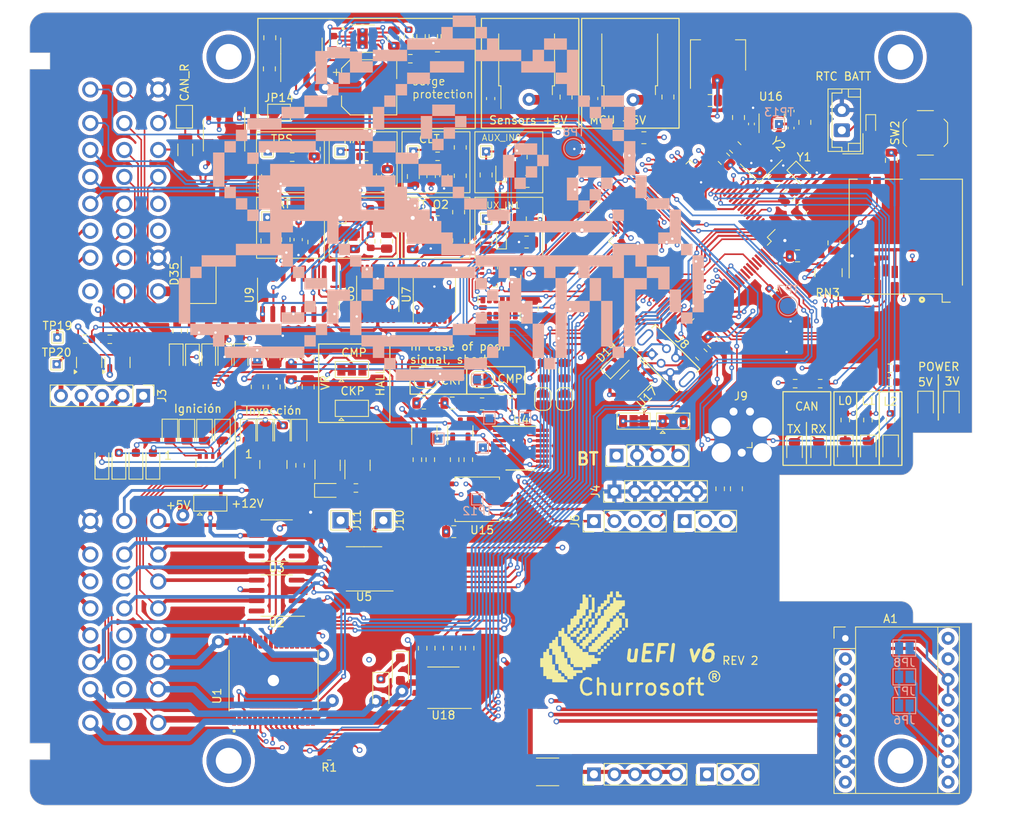
<source format=kicad_pcb>
(kicad_pcb (version 20240108) (generator "pcbnew") (generator_version "8.0")
  (layers (0 "F.Cu" signal) (1 "In1.Cu" power) (2 "In2.Cu" signal) (31 "B.Cu" signal) (34 "B.Paste" user) (35 "F.Paste" user) (36 "B.SilkS" user "B.Silkscreen") (37 "F.SilkS" user "F.Silkscreen") (38 "B.Mask" user) (39 "F.Mask" user) (44 "Edge.Cuts" user))
  (net 0 "")
  (net 1 "Net-(A1-M0)")
  (net 2 "+12V")
  (net 3 "GND")
  (net 4 "Net-(A1-M2)")
  (net 5 "Net-(A1-M1)")
  (net 6 "+3V3")
  (net 7 "Net-(BT1-+)")
  (net 8 "/CKP_CMP_Sensors/CKP_VR")
  (net 9 "Net-(JP1-A)")
  (net 10 "/CKP_CMP_Sensors/IN2+")
  (net 11 "/CKP_CMP_Sensors/IN2-")
  (net 12 "/CKP_CMP_Sensors/IN1-")
  (net 13 "/CKP_CMP_Sensors/IN1+")
  (net 14 "Net-(JP11-B)")
  (net 15 "Net-(JP12-B)")
  (net 16 "+12VA")
  (net 17 "Net-(U12-C)")
  (net 18 "CLT_Sensor")
  (net 19 "TPS_Sensor")
  (net 20 "+5C")
  (net 21 "/Sensors/CH_CLT_m")
  (net 22 "/Sensors/CH_TPS_m")
  (net 23 "/Sensors/CH_MAP_m")
  (net 24 "ext_a0_in")
  (net 25 "ext_a1_in")
  (net 26 "O2_Sensor")
  (net 27 "IAT_Sensor")
  (net 28 "Net-(C23-Pad1)")
  (net 29 "/Sensors/CH_O2_m")
  (net 30 "MCU-D0")
  (net 31 "Net-(U13-VCAP_1)")
  (net 32 "/Sensors/CH_IAT_m")
  (net 33 "/Sensors/CH_VBATT_m")
  (net 34 "Net-(U13-VCAP_2)")
  (net 35 "/NRST")
  (net 36 "VDDA")
  (net 37 "OSC32_IN")
  (net 38 "OSC32_OUT")
  (net 39 "OSC_IN")
  (net 40 "OSC_OUT")
  (net 41 "+5V")
  (net 42 "Net-(D1-A)")
  (net 43 "Net-(D2-K)")
  (net 44 "Net-(D2-A)")
  (net 45 "INJ-4-OUT")
  (net 46 "Net-(D4-A)")
  (net 47 "Net-(D5-A)")
  (net 48 "Net-(D5-K)")
  (net 49 "INJ-3-OUT")
  (net 50 "Net-(D7-A)")
  (net 51 "Net-(D7-K)")
  (net 52 "INJ-2-OUT")
  (net 53 "Net-(D9-A)")
  (net 54 "Net-(D10-A)")
  (net 55 "Net-(D10-K)")
  (net 56 "INJ-1-OUT")
  (net 57 "Net-(D12-A)")
  (net 58 "Net-(U12-CAP)")
  (net 59 "VBUS")
  (net 60 "Net-(D20-K)")
  (net 61 "Net-(D21-K)")
  (net 62 "Net-(D22-K)")
  (net 63 "Net-(D23-K)")
  (net 64 "Net-(D24-K)")
  (net 65 "Net-(D25-K)")
  (net 66 "Net-(D26-K)")
  (net 67 "TACHO-OUT")
  (net 68 "IDLE-OUT")
  (net 69 "BOOST-OUT")
  (net 70 "/SW_USER_m")
  (net 71 "Net-(J2-Pin_1)")
  (net 72 "PROTO-3")
  (net 73 "PROTO-2")
  (net 74 "PROTO-1")
  (net 75 "PROTO-4")
  (net 76 "Net-(J6-Pin_1)")
  (net 77 "MCU-D1")
  (net 78 "Net-(J6-Pin_2)")
  (net 79 "USB_D-")
  (net 80 "USB_D+")
  (net 81 "/SYS_SWCLK")
  (net 82 "/SYS_SWDIO")
  (net 83 "/SYS_SWO")
  (net 84 "Net-(J10-Pin_1)")
  (net 85 "Net-(J11-Pin_1)")
  (net 86 "STEPPER-A2")
  (net 87 "VVT-OUT")
  (net 88 "STEPPER-B1")
  (net 89 "STEPPER-B2")
  (net 90 "FAN-OUT")
  (net 91 "CAM-")
  (net 92 "CAM+")
  (net 93 "CRANK-")
  (net 94 "CRANK+")
  (net 95 "GNDREF")
  (net 96 "STEPPER-A1")
  (net 97 "FUELPUMP-OUT")
  (net 98 "SPARE2_Sensor")
  (net 99 "MAP_Sensor")
  (net 100 "Clutch_in")
  (net 101 "SPARE1_Sensor")
  (net 102 "VDD")
  (net 103 "Net-(C54-Pad2)")
  (net 104 "Net-(JP1-B)")
  (net 105 "Net-(JP2-B)")
  (net 106 "Net-(JP3-B)")
  (net 107 "Net-(JP4-B)")
  (net 108 "Net-(JP5-B)")
  (net 109 "CAN-")
  (net 110 "/IAT")
  (net 111 "Net-(J14-Pin_3)")
  (net 112 "Net-(Q5-C)")
  (net 113 "Net-(Q5-B)")
  (net 114 "Net-(U7C-+)")
  (net 115 "Net-(U7D-+)")
  (net 116 "Net-(U13-BOOT0)")
  (net 117 "CAN+")
  (net 118 "/LED_CAN_TX")
  (net 119 "Net-(U6A-+)")
  (net 120 "/LED_CAN_RX")
  (net 121 "Net-(U6D-+)")
  (net 122 "Net-(U7A-+)")
  (net 123 "/LED0")
  (net 124 "/LED1")
  (net 125 "/LED2")
  (net 126 "Net-(U6B-+)")
  (net 127 "Net-(U6C-+)")
  (net 128 "Net-(U7B-+)")
  (net 129 "SW_USER")
  (net 130 "Net-(U18-IN1)")
  (net 131 "Net-(U18-IN2)")
  (net 132 "SW_TABLE")
  (net 133 "SW_SHIFT")
  (net 134 "SW_AC")
  (net 135 "IGN-2-OUT")
  (net 136 "IGN-4-OUT")
  (net 137 "IGN-3-OUT")
  (net 138 "IGN-1-OUT")
  (net 141 "/SD_CD")
  (net 142 "/SD_CMD")
  (net 143 "Net-(U13-PB2)")
  (net 144 "/MEMORY_CS")
  (net 146 "Net-(U1-GD0)")
  (net 147 "IGN_V+")
  (net 148 "Net-(U1-GD1)")
  (net 150 "Net-(U1-GD3)")
  (net 152 "Net-(U1-GD2)")
  (net 157 "FAN2-OUT")
  (net 158 "/EXT_1")
  (net 159 "/EXT_0")
  (net 160 "Net-(J14-Pin_4)")
  (net 166 "/Sensors/AUX_CH7_m")
  (net 167 "USART_2_RX")
  (net 168 "USART_2_TX")
  (net 170 "Net-(R62-Pad1)")
  (net 171 "/Connector/VBATT_MON")
  (net 172 "Net-(U12-SW)")
  (net 173 "/ACC_DET")
  (net 174 "CEL-OUT")
  (net 175 "/fuel_pump")
  (net 176 "/INY1")
  (net 178 "/MTR_STEP")
  (net 180 "/CMP")
  (net 183 "Net-(U12-OV)")
  (net 184 "/CLT")
  (net 185 "/MAP")
  (net 186 "/ECN3")
  (net 188 "/CAN1_RX")
  (net 189 "5V_ENABLE")
  (net 190 "/PMIC1_ENABLE")
  (net 191 "/fan1")
  (net 192 "/SW_TABLE_m")
  (net 193 "/SW_Clutch_m")
  (net 194 "/ECN2")
  (net 195 "/INY4")
  (net 196 "/SW_SHIFT_m")
  (net 197 "/MTR_ENABLE")
  (net 199 "/O2")
  (net 200 "/RPM_OUT")
  (net 201 "Net-(U12-EN{slash}UVLO)")
  (net 202 "/SPI2_MOSI")
  (net 203 "/boost")
  (net 204 "/CAN1_TX")
  (net 205 "/PMIC1_CS")
  (net 206 "/ECN4")
  (net 207 "/MTR_FAULT")
  (net 208 "/vvt")
  (net 209 "/TPS")
  (net 210 "/SW_AC_m")
  (net 212 "/INY3")
  (net 213 "/SPI2_MISO")
  (net 214 "/MTR_DIR")
  (net 215 "/SPI2_SCK")
  (net 216 "/INY2")
  (net 217 "/PMIC2_CS")
  (net 218 "/ECN1")
  (net 219 "/CKP")
  (net 220 "/idle")
  (net 221 "/fan2")
  (net 225 "BARO_CS")
  (net 226 "Net-(C53-Pad2)")
  (net 232 "Net-(Q3A-G1)")
  (net 233 "Net-(Q3B-G2)")
  (net 243 "ACCL_CS")
  (net 244 "/VBATT")
  (net 245 "/SD_CARD_DETECT")
  (net 246 "/SPI3_MISO")
  (net 247 "/SPI3_SCk")
  (net 248 "/SD_CS")
  (net 249 "/SPI3_MOSI")
  (net 250 "Net-(Q4-B)")
  (net 251 "Net-(Q4-C)")
  (net 252 "/CEL_OUT")
  (footprint "Resistor_SMD:R_0805_2012Metric" (layer "F.Cu") (at 94.1 78 90)
    (property "Reference" "R40" (hide yes))
    (property "Value" "348k")
  )
  (footprint "LED_SMD:LED_0805_2012Metric" (layer "F.Cu") (at 156.405075 107.252247 -90)
    (property "Reference" "D26" (hide yes))
    (property "Value" "LED")
  )
  (footprint "Resistor_SMD:R_0603_1608Metric" (layer "F.Cu") (at 102.5 108.6 90)
    (property "Reference" "R9" (hide yes))
    (property "Value" "1k")
  )
  (footprint "Capacitor_SMD:C_0805_2012Metric" (layer "F.Cu") (at 145.8 66.9 90)
    (property "Reference" "C34" (hide yes))
    (property "Value" "1uF")
  )
  (footprint "Capacitor_SMD:C_0805_2012Metric" (layer "F.Cu") (at 84.4 96 90)
    (property "Reference" "C4" (hide yes))
    (property "Value" "0.01uF")
  )
  (footprint "Package_TO_SOT_SMD:SOT-23" (layer "F.Cu") (at 90.5 109.3 90)
    (property "Reference" "Q5" (hide yes))
    (property "Value" "SS8050")
  )
  (footprint "Capacitor_SMD:C_0603_1608Metric" (layer "F.Cu") (at 83.184 73.48425 -90)
    (property "Reference" "C17" (hide yes))
    (property "Value" "0.22uF" (hide yes))
  )
  (footprint "LED_SMD:LED_0805_2012Metric" (layer "F.Cu") (at 163.92 101.827173 -90)
    (property "Reference" "D23" (hide yes))
    (property "Value" "LED")
  )
  (footprint "Package_SO:QSOP-16_3.9x4.9mm_P0.635mm" (layer "F.Cu") (at 110.7 107.2)
    (property "Reference" "U4")
    (property "Value" "MAX9926UAEE+")
  )
  (footprint "Resistor_SMD:R_0603_1608Metric" (layer "F.Cu") (at 74.10932 92.6775 90)
    (property "Reference" "R61" (hide yes))
    (property "Value" "1k")
  )
  (footprint "uEFI_v5:Delphi_Sicma_24_Black" (layer "F.Cu") (at 49.9676 75.311 -90)
    (property "Reference" "J13" (hide yes))
    (property "Value" "Delphi_Sicma_24" (hide yes))
  )
  (footprint "Jumper:SolderJumper-3_P1.3mm_Bridged2Bar12_Pad1.0x1.5mm" (layer "F.Cu") (at 72.3 113.9575)
    (property "Reference" "JP13" (hide yes))
    (property "Value" "Jumper_3_Bridged12")
  )
  (footprint "Capacitor_SMD:C_0805_2012Metric" (layer "F.Cu") (at 137.34 112.2 -90)
    (property "Reference" "C25" (hide yes))
    (property "Value" "0.1uF")
  )
  (footprint "Capacitor_SMD:C_0805_2012Metric" (layer "F.Cu") (at 80.2 99.6 90)
    (property "Reference" "C3" (hide yes))
    (property "Value" "0.01uF")
  )
  (footprint "Package_SO:SOIC-8_3.9x4.9mm_P1.27mm" (layer "F.Cu") (at 80.5 118.6 180)
    (property "Reference" "U3")
    (property "Value" "TC4424A")
  )
  (footprint "Resistor_SMD:R_0603_1608Metric" (layer "F.Cu") (at 83.4 109.3 90)
    (property "Reference" "R54" (hide yes))
    (property "Value" "100k")
  )
  (footprint "TestPoint:TestPoint_THTPad_2.0x2.0mm_Drill1.0mm" (layer "F.Cu") (at 88.4 116.1 -90)
    (property "Reference" "J11")
    (property "Value" "Conn_01x01")
  )
  (footprint "Capacitor_SMD:C_0805_2012Metric" (layer "F.Cu") (at 79.3 81.55 90)
    (property "Reference" "C22" (hide yes))
    (property "Value" "100nF" (hide yes))
  )
  (footprint "Crystal:Crystal_SMD_3225-4Pin_3.2x2.5mm" (layer "F.Cu") (at 140.4 71.8 45)
    (property "Reference" "Y2")
    (property "Value" "25MHz")
  )
  (footprint "Package_SO:SOIC-8_3.9x4.9mm_P1.27mm" (layer "F.Cu") (at 80.5 125.4 180)
    (property "Reference" "U2")
    (property "Value" "TC4424A")
  )
  (footprint "Resistor_SMD:R_0805_2012Metric" (layer "F.Cu") (at 94.2 70.1 90)
    (property "Reference" "R41" (hide yes))
    (property "Value" "348k")
  )
  (footprint "Capacitor_SMD:C_0603_1608Metric" (layer "F.Cu") (at 92.324 73.4 -90)
    (property "Reference" "C18" (hide yes))
    (property "Value" "0.22uF" (hide yes))
  )
  (footprint "Capacitor_SMD:C_0603_1608Metric" (layer "F.Cu") (at 101.132 81.38105 -90)
    (property "Reference" "C24" (hide yes))
    (property "Value" "0.22uF" (hide yes))
  )
  (footprint "Resistor_SMD:R_0805_2012Metric" (layer "F.Cu") (at 85.1 81.7 90)
    (property "Reference" "R33" (hide yes))
    (property "Value" "180k")
  )
  (footprint "Capacitor_SMD:C_0805_2012Metric" (layer "F.Cu") (at 79.6544 56.4388 90)
    (property "Reference" "C53" (hide yes))
    (property "Value" "0.1uF")
  )
  (footprint "Package_SO:TSSOP-14_4.4x5mm_P0.65mm" (layer "F.Cu") (at 100 88.2 90)
    (property "Reference" "U7")
    (property "Value" "LMV324")
  )
  (footprint "Module:Pololu_Breakout-16_15.2x20.3mm" (layer "F.Cu") (at 150.8056 130.683)
    (property "Reference" "A1")
    (property "Value" "Pololu_Breakout_DRV8825")
  )
  (footprint "Resistor_SMD:R_0603_1608Metric" (layer "F.Cu") (at 70 92.7 90)
    (property "Reference" "R59" (hide yes))
    (property "Value" "1k")
  )
  (footprint "Capacitor_SMD:C_0805_2012Metric" (layer "F.Cu") (at 84.4 99.6 90)
    (property "Reference" "C1" (hide yes))
    (property "Value" "0.01uF")
  )
  (footprint "TestPoint:TestPoint_THTPad_1.0x1.0mm_Drill0.5mm" (layer "F.Cu") (at 106.4 78.8)
    (property "Reference" "TP17" (hide yes))
    (property "Value" "TestPoint_Alt" (hide yes))
  )
  (footprint "Diode_SMD:D_SOD-323" (layer "F.Cu") (at 70.09068 95.9225 -90)
    (property "Reference" "D32" (hide yes))
    (property "Value" "3.1v")
  )
  (footprint "Capacitor_SMD:C_0805_2012Metric" (layer "F.Cu") (at 118.3 78.7 135)
    (property "Reference" "C39" (hide yes))
    (property "Value" "100nF")
  )
  (footprint "Capacitor_SMD:C_0805_2012Metric" (layer "F.Cu") (at 134.5 94.1 -45)
    (property "Reference" "C33" (hide yes))
    (property "Value" "100nF")
  )
  (footprint "Resistor_SMD:R_0805_2012Metric" (layer "F.Cu") (at 87 145 180)
    (property "Reference" "R1")
    (property "Value" "10k")
  )
  (footprint "Connector_PinHeader_2.54mm:PinHeader_1x05_P2.54mm_Vertical" (layer "F.Cu") (at 119.725 147.5 90)
    (property "Reference" "J2" (hide yes))
    (property "Value" "Conn_01x05")
  )
  (footprint "Diode_SMD:D_SOD-323_HandSoldering" (layer "F.Cu") (at 60.999995 109.000003 90)
    (property "Reference" "D8" (hide yes))
    (property "Value" "D" (hide yes))
  )
  (footprint "Resistor_SMD:R_0603_1608Metric" (layer "F.Cu") (at 82.3988 79.1116 180)
    (property "Reference" "R29" (hide yes))
    (property "Value" "470R" (hide yes))
  )
  (footprint "Resistor_SMD:R_0603_1608Metric" (layer "F.Cu") (at 153.6 103.7 90)
    (property "Reference" "R43" (hide yes))
    (property "Value" "4.7k")
  )
  (footprint "Jumper:SolderJumper-2_P1.3mm_Open_RoundedPad1.0x1.5mm" (layer "F.Cu") (at 116.1 101.1 90)
    (property "Reference" "JP12" (hide yes))
    (property "Value" "Jumper_2_Open")
  )
  (footprint "Capacitor_SMD:C_0603_1608Metric" (layer "F.Cu") (at 119.6908 63.955 90)
    (property "Reference" "C48" (hide yes))
    (property "Value" "47nF")
  )
  (footprint "Capacitor_SMD:C_0805_2012Metric" (layer "F.Cu") (at 106.4 81.7 -90)
    (property "Reference" "C19" (hide yes))
    (property "Value" "0.1uF")
  )
  (footprint "Resistor_SMD:R_0805_2012Metric" (layer "F.Cu") (at 85.15 73.7 -90)
    (property "Reference" "R46" (hide yes))
    (property "Value" "180k")
  )
  (footprint "Diode_SMD:D_SOD-523" (layer "F.Cu") (at 108.3 81.28409 90)
    (property "Reference" "D16" (hide yes))
    (property "Value" "1N4148")
  )
  (footprint "Resistor_SMD:R_0603_1608Metric" (layer "F.Cu") (at 99.5 108.6 90)
    (property "Reference" "R10" (hide yes))
    (property "Value" "10k")
  )
  (footprint "Fuse:Fuse_1812_4532Metric" (layer "F.Cu") (at 114 147.2)
    (property "Reference" "F1" (hide yes))
    (property "Value" "Polyfuse")
  )
  (footprint "Resistor_SMD:R_0805_2012Metric" (layer "F.Cu") (at 94.2 73.6 -90)
    (property "Reference" "R36" (hide yes))
    (property "Value" "180k")
  )
  (footprint "Capacitor_SMD:C_0402_1005Metric" (layer "F.Cu") (at 139.2 67.1 90)
    (property "Reference" "C44" (hide yes))
    (property "Value" "1u")
  )
  (footprint "Connector_PinHeader_2.54mm:PinHeader_1x04_P2.54mm_Vertical" (layer "F.Cu") (at 122.520001 108.1 90)
    (property "Reference" "J14" (hide yes))
    (property "Value" "Conn_01x04" (hide yes))
  )
  (footprint "Diode_SMD:D_SOD-323_HandSoldering" (layer "F.Cu") (at 122.59341 96.58409 45)
    (property "Reference" "D19")
    (property "Value" "1N5819WS")
  )
  (footprint "Capacitor_SMD:C_0805_2012Metric" (layer "F.Cu") (at 88.4378 73.5016 90)
    (property "Reference" "C13" (hide yes))
    (property "Value" "100nF" (hide yes))
  )
  (footprint "Resistor_SMD:R_Array_Convex_4x0603" (layer "F.Cu") (at 72.2 109 -90)
    (property "Reference" "RN1" (hide yes))
    (property "Value" "1k")
  )
  (footprint "uEFI_v5:LM74800" (layer "F.Cu") (at 91.2496 54.7384)
    (property "Reference" "U12" (hide yes))
    (property "Value" "LM74800")
  )
  (footprint "Capacitor_SMD:C_0805_2012Metric" (layer "F.Cu") (at 134.1 64.2 180)
    (property "Reference" "C9" (hide yes))
    (property "Value" "100nF")
  )
  (footprint "Capacitor_SMD:C_0805_2012Metric" (layer "F.Cu") (at 109.95 86.05 90)
    (property "Reference" "C50" (hide yes))
    (property "Value" "100nF")
  )
  (footprint "Diode_SMD:D_SOD-323" (layer "F.Cu") (at 74.1 95.9 -90)
    (property "Reference" "D34" (hide yes))
    (property "Value" "3.1v")
  )
  (footprint "Package_TO_SOT_SMD:SOT-23-6" (layer "F.Cu") (at 124.6 99.2 -135)
    (property "Reference" "U17")
    (property "Value" "SRV05-4")
  )
  (footprint "LED_SMD:LED_0805_2012Metric" (layer "F.Cu") (at 83.28 105.3 -90)
    (property "Reference" "D2" (hide yes))
    (property "Value" "LED" (hide yes))
  )
  (footprint "TestPoint:TestPoint_THTPad_1.0x1.0mm_Drill0.5mm" (layer "F.Cu") (at 79.4 70.5)
    (property "Reference" "TP10" (hide yes))
    (property "Value" "TestPoint_Alt" (hide yes))
  )
  (footprint "LED_SMD:LED_0805_2012Metric" (layer "F.Cu") (at 67.305 105.279999 -90)
    (property "Reference" "D12" (hide yes))
    (property "Value" "LED" (hide yes))
  )
  (footprint "Resistor_SMD:R_0603_1608Metric" (layer "F.Cu") (at 99.6 73.5 -90)
    (property "Reference" "R14" (hide yes))
    (property "Value" "2.49k +-1%" (hide yes))
  )
  (footprint "Capacitor_SMD:C_0805_2012Metric" (layer "F.Cu") (at 109.5 101.7)
    (property "Reference" "C6" (hide yes))
    (property "Value" "0.01uF")
  )
  (footprint "Package_TO_SOT_SMD:SOT-23" (layer "F.Cu") (at 86.8 109.3 90)
    (property "Reference" "Q6" (hide yes))
    (property "Value" "AO3400A")
  )
  (footprint "Resistor_SMD:R_0603_1608Metric" (layer "F.Cu") (at 99.8728 56.2742 90)
    (property "Reference" "R64" (hide yes))
    (property "Value" "9.09k")
  )
  (footprint "Capacitor_SMD:C_0402_1005Metric" (layer "F.Cu") (at 144.1 65.5 90)
    (property "Reference" "C45" (hide yes))
    (property "Value" "1u")
  )
  (footprint "Capacitor_SMD:C_0402_1005Metric" (layer "F.Cu") (at 144.1 67.6 -90)
    (property "Reference" "C46" (hide yes))
    (property "Value" "100n")
  )
  (footprint "Resistor_SMD:R_0603_1608Metric" (layer "F.Cu") (at 59.88 93.72)
    (property "Reference" "R69" (hide yes))
    (property "Value" "100k")
  )
  (footprint "Capacitor_SMD:C_0805_2012Metric" (layer "F.Cu") (at 97.322 81.63505 90)
    (property "Reference" "C21" (hide yes))
    (property "Value" "100nF" (hide yes))
  )
  (footprint "MountingHole:MountingHole_3.2mm_M3_ISO14580_Pad" (layer "F.Cu") (at 74.5736 58.801)
    (property "Reference" "REF**" (hide yes))
    (property "Value" "MountingHole_3.2mm_M3_ISO14580_Pad" (hide yes))
  )
  (footprint "Capacitor_SMD:C_0805_2012Metric" (layer "F.Cu") (at 135.8 71.4 135)
    (property "Reference" "C42" (hide yes))
    (property "Value" "15pF")
  )
  (footprint "LED_SMD:LED_0805_2012Metric" (layer "F.Cu") (at 160.727174 101.827173 -90)
    (property "Reference" "D22" (hide yes))
    (property "Value" "LED")
  )
  (footprint "Resistor_SMD:R_0805_2012Metric" (layer "F.Cu") (at 111.5 74.2 180)
    (property "Reference" "R23" (hide yes))
    (property "Value" "348k")
  )
  (footprint "LED_SMD:LED_0805_2012Metric" (layer "F.Cu") (at 69.405 105.299999 -90)
    (property "Reference" "D9" (hide yes))
    (property "Value" "LED" (hide yes))
  )
  (footprint "Resistor_SMD:R_0603_1608Metric" (layer "F.Cu") (at 156.4 103.7 90)
    (property "Reference" "R44" (hide yes))
    (property "Value" "4.7k")
  )
  (footprint "Capacitor_SMD:C_0805_2012Metric" (layer "F.Cu") (at 102.4 117.5)
    (property "Reference" "C37" (hide yes))
    (property "Value" "100nF")
  )
  (footprint "Crystal:Crystal_SMD_2012-2Pin_2.0x1.2mm" (layer "F.Cu") (at 145 73.1 -45)
    (property "Reference" "Y1")
    (property "Value" "32.768kHz")
  )
  (footprint "Resistor_SMD:R_0603_1608Metric" (layer "F.Cu") (at 156.3 99.01 180)
    (property "Reference" "R37" (hide yes))
    (property "Value" "4.7k")
  )
  (footprint "Resistor_SMD:R_0603_1608Metric" (layer "F.Cu") (at 81.6368 81.3976 -90)
    (property "Reference" "R25" (hide yes))
    (property "Value" "2.49k +-1%" (hide yes))
  )
  (footprint "Package_TO_SOT_SMD:SOT-23" (layer "F.Cu") (at 60.82 96.58 90)
    (property "Reference" "Q4" (hide yes))
    (property "Value" "SS8050")
  )
  (footprint "Package_SO:SOP-8_3.9x4.9mm_P1.27mm" (layer "F.Cu") (at 83.566 58.42 90)
    (property "Reference" "Q3" (hide yes))
    (property "Value" "FDS6890A")
  )
  (footprint "LED_SMD:LED_0805_2012Metric" (layer "F.Cu") (at 144.525075 107.352247 -90)
    (property "Reference" "D20" (hide yes))
    (property "Value" "LED")
  )
  (footprint "Jumper:SolderJumper-2_P1.3mm_Open_RoundedPad1.0x1.5mm" (layer "F.Cu") (at 105.9 98.7 180)
    (property "Reference" "JP4" (hide yes))
    (property "Value" "SolderJumper_2_Open")
  )
  (footprint "Resistor_SMD:R_0603_1608Metric" (layer "F.Cu") (at 142 88 -45)
    (property "Reference" "R27" (hide yes))
    (property "Value" "10k")
  )
  (footprint "Resistor_SMD:R_0805_2012Metric" (layer "F.Cu") (at 103.2 73.5 90)
    (property "Reference" "R45" (hide yes))
    (property "Value" "180k")
  )
  (footprint "LED_SMD:LED_0805_2012Metric" (layer "F.Cu") (at 79.08 105.3 -90)
    (property "Reference" "D7" (hide yes))
    (property "Value" "LED" (hide yes))
  )
  (footprint "Resistor_SMD:R_Array_Convex_4x0603" (layer "F.Cu") (at 148.73 85.48 90)
    (property "Reference" "RN3")
    (property "Value" "47k")
  )
  (footprint "Package_SO:SOIC-8_5.275x5.275mm_P1.27mm" (layer "F.Cu") (at 105.3 113.5 180)
    (property "Reference" "U15")
    (property "Value" "25Q16")
  )
  (footprint "Diode_SMD:D_SOD-323" (layer "F.Cu") (at 86.8 112.4)
    (property "Reference" "D28" (hide yes))
    (property "Value" "MM3Z24VT1G")
  )
  (footprint "Capacitor_SMD:C_0805_2012Metric" (layer "F.Cu") (at 143.9 75.9 45)
    (property "Reference" "C40" (hide yes))
    (property "Value" "6.8pF")
  )
  (footprint "TestPoint:TestPoint_THTPad_1.0x1.0mm_Drill0.5mm" (layer "F.Cu") (at 53.3 96.8)
    (property "Reference" "TP20")
    (property "Value" "TestPoint_Alt")
  )
  (footprint "Diode_SMD:D_SOD-323" (layer "F.Cu") (at 72.1 95.9 -90)
    (property "Reference" "D33" (hide yes))
    (property "Value" "3.1v")
  )
  (footprint "Capacitor_SMD:CP_Elec_6.3x7.7" (layer "F.Cu") (at 91.93683 62.56411)
    (property "Reference" "C55" (hide yes))
    (property "Value" "100uF ±20% 35V")
  )
  (footprint "Jumper:SolderJumper-2_P1.3mm_Open_RoundedPad1.0x1.5mm" (layer "F.Cu") (at 98.93 98.8 180)
    (property "Reference" "JP3" (hide yes))
    (property "Value" "SolderJumper_2_Open")
  )
  (footprint "Resistor_SMD:R_0805_2012Metric" (layer "F.Cu") (at 112.1 78.8 90)
    (property "Reference" "R24" (hide yes))
    (property "Value" "180k")
  )
  (footprint "Connector:Tag-Connect_TC2030-IDC-FP_2x03_P1.27mm_Vertical" (layer "F.Cu") (at 138 105.2 90)
    (property "Reference" "J9")
    (property "Value" "Tag connect" (hide yes))
  )
  (footprint "Resistor_SMD:R_0603_1608Metric" (layer "F.Cu") (at 98.55 131.91 90)
    (property "Reference" "R56" (hide yes))
    (property "Value" "100k")
  )
  (footprint "Capacitor_SMD:C_0603_1608Metric" (layer "F.Cu") (at 83.1608 81.3976 -90)
    (property "Reference" "C27" (hide yes))
    (property "Value" "0.22uF" (hide yes))
  )
  (footprint "Connector_PinHeader_2.54mm:PinHeader_1x05_P2.54mm_Vertical" (layer "F.Cu") (at 122.26 112.53 90)
    (property "Reference" "J4")
    (property "Value" "Conn_01x05")
  )
  (footprint "Resistor_SMD:R_0805_2012Metric" (layer "F.Cu") (at 78.1 96 -90)
    (property "Reference" "R2" (hide yes))
    (property "Value" "10K 1/2W")
  )
  (footprint "Capacitor_SMD:C_0805_2012Metric" (layer "F.Cu") (at 119.8 77.2 135)
    (property "Reference" "C26" (hide yes))
    (property "Value" "2.2uF")
  )
  (footprint "Capacitor_SMD:C_0805_2012Metric" (layer "F.Cu") (at 128.8726 63.767001 90)
    (property "Reference" "C49" (hide yes))
    (property "Value" "100nF")
  )
  (footprint "Package_TO_SOT_SMD:SOT-23" (layer "F.Cu") (at 98.759999 105.05 90)
    (property "Reference" "Q1" (hide yes))
    (property "Value" "AO3400A")
  )
  (footprint "Resistor_SMD:R_0603_1608Metric" (layer "F.Cu") (at 100.37 78.96805 180)
    (property "Reference" "R28" (hide yes))
    (property "Value" "470R" (hide yes))
  )
  (footprint "Capacitor_SMD:C_0805_2012Metric" (layer "F.Cu") (at 133 95.6 -45)
    (property "Reference" "C29" (hide yes))
    (property "Value" "2.2uF")
  )
  (footprint "Capacitor_SMD:C_0805_2012Metric" (layer "F.Cu") (at 106.4 73.4 -90)
    (property "Reference" "C20" (hide yes))
    (property "Value" "0.1uF" (hide yes))
  )
  (footprint "Capacitor_SMD:C_0805_2012Metric" (layer "F.Cu") (at 145.5 77.5 45)
    (property "Reference" "C36" (hide yes))
    (property "Value" "100nF")
  )
  (footprint "TestPoint:TestPoint_THTPad_1.0x1.0mm_Drill0.5mm" (layer "F.Cu") (at 79.3508 78.6544)
    (property "Reference" "TP14" (hide yes))
    (property "Value" "TestPoint_Alt" (hide yes))
  )
  (footprint "Resistor_SMD:R_0805_2012Metric" (layer "F.Cu") (at 103 78 90)
    (property "Reference" "R52" (hide yes))
    (property "Value" "348k")
  )
  (footprint "Capacitor_SMD:C_0805_2012Metric" (layer "F.Cu") (at 116.2812 63.7726 90)
    (property "Reference" "C14" (hide yes))
    (property "Value" "100nF")
  )
  (footprint "Resistor_SMD:R_0603_1608Metric" (layer "F.Cu") (at 104.36 131.9 -90)
    (property "Reference" "R55" (hide yes))
    (property "Value" "100k")
  )
  (footprint "Resistor_SMD:R_0603_1608Metric" (layer "F.Cu") (at 102.7 131.9 90)
    (property "Reference" "R58" (hide yes))
    (property "Value" "1k")
  )
  (footprint "LED_SMD:LED_0805_2012Metric" (layer "F.Cu") (at 150.805075 107.252247 -90)
    (property "Reference" "D24" (hide yes))
    (property "Value" "LED")
  )
  (footprint "Capacitor_SMD:C_0805_2012Metric" (layer "F.Cu") (at 149.4 81.8 90)
    (property "Reference" "C35" (hide yes))
    (property "Value" "100nF")
  )
  (footprint "Capacitor_SMD:C_0805_2012Metric" (layer "F.Cu") (at 137.6 66.3 90)
    (property "Reference" "C32" (hide yes))
    (property "Value" "100nF")
  )
  (footprint "LED_SMD:LED_0805_2012Metric" (layer "F.Cu") (at 73.805 105.299999 -90)
    (property "Reference" "D1" (hide yes))
    (property "Value" "LED" (hide yes))
  )
  (footprint "Resistor_SMD:R_0603_1608Metric" (layer "F.Cu") (at 100.6 131.9 -90)
    (property "Reference" "R57" (hide yes))
    (property "Value" "1k")
  )
  (footprint "Capacitor_SMD:C_0805_2012Metric" (layer "F.Cu") (at 97.4 73.6 90)
    (property "Reference" "C11" (hide yes))
    (property "Value" "100nF" (hide yes))
  )
  (footprint "LED_SMD:LED_0805_2012Metric" (layer "F.Cu") (at 147.505075 107.352247 -90)
    (property "Reference" "D21" (hide yes))
    (property "Value" "LED")
  )
  (footprint "MountingHole:MountingHole_3.2mm_M3_ISO14580_Pad" (layer "F.Cu") (at 157.6316 145.821)
    (property "Reference" "REF**" (hide yes))
    (property "Value" "MountingHole_3.2mm_M3_ISO14580_Pad")
  )
  (footprint "Resistor_SMD:R_0603_1608Metric" (layer "F.Cu") (at 76.09341 92.68409 90)
    (property "Reference" "R48" (hide yes))
    (property "Value" "1k")
  )
  (footprint "MountingHole:MountingHole_3.2mm_M3_ISO14580_Pad" (layer "F.Cu") (at 157.6316 58.821)
    (property "Reference" "REF**" (hide yes))
    (property "Value" "MountingHole_3.2mm_M3_ISO14580_Pad" (hide yes))
  )
  (footprint "Resistor_SMD:R_0603_1608Metric" (layer "F.Cu") (at 150.8 103.7 90)
    (property "Reference" "R42" (hide yes))
    (property "Value" "4.7k")
  )
  (footprint "Connector_PinHeader_2.54mm:PinHeader_1x05_P2.54mm_Vertical" (layer "F.Cu") (at 64 100.7 -90)
    (property "Reference" "J3")
    (property "Value" "Conn_01x05")
  )
  (footprint "Connector_USB:USB_Mini-B_Tensility_54-00023_Vertical" (layer "F.Cu") (at 126.895621 95.551991 -45)
    (property "Reference" "J8")
    (property "Value" "USB_B")
  )
  (footprint "Resistor_SMD:R_0603_1608Metric" (layer "F.Cu") (at 92.1282 81.59235 90)
    (property "Reference" "R30" (hide yes))
    (property "Value" "470R" (hide yes))
  )
  (footprint "LED_SMD:LED_0805_2012Metric" (layer "F.Cu") (at 71.58 105.3 -90)
    (property "Reference" "D4" (hide yes))
    (property "Value" "LED" (hide yes))
  )
  (footprint "Jumper:SolderJumper-3_P1.3mm_Bridged12_Pad1.0x1.5mm" (layer "F.Cu") (at 89.8 97.4575)
    (property "Reference" "JP1" (hide yes))
    (property "Value" "Jumper_3_Bridged12")
  )
  (footprint "LED_SMD:LED_0805_2012Metric" (layer "F.Cu") (at 153.650075 107.252247 -90)
    (property "Reference" "D25" (hide yes))
    (property "Value" "LED")
  )
  (footprint "Resistor_SMD:R_0805_2012Metric" (layer "F.Cu") (at 109.3 70.5)
    (property "Reference" "R13" (hide yes))
    (property "Value" "470R")
  )
  (footprint "Connector_PinHeader_2.54mm:PinHeader_1x03_P2.54mm_Vertical" (layer "F.Cu") (at 133.7 147.5 90)
    (property "Reference" "J15" (hide yes))
    (property "Value" "Conn_01x03")
  )
  (footprint "Capacitor_SMD:C_0805_2012Metric" (layer "F.Cu") (at 80.2 96 -90)
    (property "Reference" "C2" (hide yes))
    (property "Value" "0.01uF")
  )
  (footprint "Package_SO:SOIC-8_3.9x4.9mm_P1.27mm" (layer "F.Cu") (at 101.11591 136.79341 180)
    (property "Reference" "U18")
    (property "Value" "VNLD5090")
  )
  (footprint "Resistor_SMD:R_0805_2012Metric" (layer "F.Cu") (at 82.3 96 -90)
    (property "Reference" "R4" (hide yes))
    (property "Value" "10K 1/2W")
  )
  (footprint "Resistor_SMD:R_0603_1608Metric" (layer "F.Cu") (at 104.2 108.6 90)
    (property "Reference" "R11" (hide yes))
    (property "Value" "10k")
  )
  (footprint "TestPoint:TestPoint_THTPad_1.0x1.0mm_Drill0.5mm" (layer "F.Cu") (at 88.369 78.69675 90)
    (property "Reference" "TP15" (hide yes))
    (property "Value" "TestPoint_Alt" (hide yes))
  )
  (footprint "Resistor_SMD:R_0603_1608Metric" (layer "F.Cu") (at 72.10932 92.7775 90)
    (property "Reference" "R60" (hide yes))
    (property "Value" "1k")
  )
  (footprint "LED_SMD:LED_0805_2012Metric" (layer "F.Cu") (at 76.979999 105.3 -90)
    (property "Reference" "D10" (hide yes))
    (property "Value" "LED" (hide yes))
  )
  (footprint "Diode_SMD:D_SOD-323_HandSoldering" (layer "F.Cu") (at 65.199995 109.000005 90)
    (property "Reference" "D3" (hide yes))
    (property "Value" "D" (hide yes))
  )
  (footprint "TestPoint:TestPoint_THTPad_1.0x1.0mm_Drill0.5mm" (layer "F.Cu") (at 97.4 70.5 180)
    (property "Reference" "TP9" (hide yes))
    (property "Value" "TestPoint_Alt" (hide yes))
  )
  (footprint "Capacitor_SMD:C_0805_2012Metric" (layer "F.Cu") (at 79.6036 60.284399 90)
    (property "Reference" "C51" (hide yes))
    (property "Value" "0.1uF")
  )
  (footprint "Diode_SMD:D_SOD-323" (layer "F.Cu") (at 68.08409 95.90659 -90)
    (property "Reference" "D31" (hide yes))
    (property "Value" "3.1v")
  )
  (footprint "Resistor_SMD:R_0603_1608Metric" (layer "F.Cu") (at 97.028 59.0296 180)
    (property "Reference" "R67" (hide yes))
    (property "Value" "100R")
  )
  (footprint "uEFI_v5:SOP65P1030X245-33N" (layer "F.Cu") (at 80.119203 135.909203 90)
    (property "Reference" "U1")
    (property "Value" "MCZ33810EK")
  )
  (footprint "Capacitor_SMD:C_0805_2012Metric" (layer "F.Cu") (at 100.3808 58.928 180)
    (property "Reference" "C54" (hide yes))
    (property "Value" "10nF")
  )
  (footprint "LED_SMD:LED_0805_2012Metric" (layer "F.Cu") (at 81.2 105.3 -90)
    (property "Reference" "D5" (hide yes))
    (property "Value" "LED" (hide yes))
  )
  (footprint "TestPoint:TestPoint_THTPad_1.0x1.0mm_Drill0.5mm" (layer "F.Cu") (at 88.4 70.5)
    (property "Reference" "TP11" (hide yes))
    (property "Value" "TestPoint_Alt" (hide yes))
  )
  (footprint "OpenEFI-STM32F_rev3:churro_new_v4" (layer "F.Cu") (at 118.7 130.5)
    (property "Reference" "Churrosoft")
    (property "Value" "SYM_Hot_Large" (hide yes))
  )
  (footprint "Resistor_SMD:R_0805_2012Metric" (layer "F.Cu") (at 85.15 70.2 90)
    (property "Reference" "R51" (hide yes))
    (property "Value" "348k")
  )
  (footprint "Resistor_SMD:R_0603_1608Metric" (layer "F.Cu") (at 156.3 97.3 180)
    (property "Reference" "R38" (hide yes))
    (property "Value" "4.7k")
  )
  (footprint "Resistor_SMD:R_0603_1608Metric" (layer "F.Cu") (at 87.5284 57.0606 90)
    (property "Reference" "R66" (hide yes))
    (property "Value" "1k")
  )
  (footprint "Capacitor_SMD:C_0603_1608Metric" (layer "F.Cu") (at 90.401 78.34115 90)
    (property "Reference" "C28" (hide yes))
    (property "Value" "0.22uF" (hide yes))
  )
  (footprint "TestPoint:TestPoint_THTPad_1.0x1.0mm_Drill0.5mm" (layer "F.Cu") (at 97.322 78.71405)
    (property "Reference" "TP16" (hide yes))
    (property "Value" "TestPoint_Alt" (hide yes))
  )
  (footprint "Resistor_SMD:R_0805_2012Metric" (layer "F.Cu") (at 112.2 71.2 90)
    (property "Reference" "R17" (hide yes))
    (property "Value" "180k")
  )
  (footprint "Resistor_SMD:R_0603_1608Metric" (layer "F.Cu") (at 90.3 112.1 180)
    (property "Reference" "R53" (hide yes))
    (property "Value" "1k")
  )
  (footprint "Diode_SMD:D_SOD-523" (layer "F.Cu") (at 108.2 73 90)
    (property "Reference" "D17" (hide yes))
    (property "Value" "1N4148" (hide yes))
  )
  (footprint "Resistor_SMD:R_0603_1608Metric" (layer "F.Cu") (at 90.8 73.4 -90)
    (property "Reference" "R15" (hide yes))
    (property "Value" "2.49k +-1%" (hide yes))
  )
  (footprint "Resistor_SMD:R_0805_2012Metric" (layer "F.Cu") (at 94.1 81.6 -90)
    (property "Reference" "R35" (hide yes))
    (property "Value" "180k")
  )
  (footprint "Diode_SMD:D_SMB" (layer "F.Cu") (at 70.85941 85.63289 90)
    (property "Reference" "D35")
    (property "Value" "SM6T33A")
  )
  (footprint "Resistor_SMD:R_Array_Convex_4x0603" (layer "F.Cu") (at 80.1 109.2 -90)
    (property "Reference" "RN2" (hide yes))
    (property "Value" "1k")
  )
  (footprint "Resistor_SMD:R_0603_1608Metric" (layer "F.Cu") (at 91.562 71.114 180)
    (property "Reference" "R20" (hide yes))
    (property "Value" "470R" (hide yes))
  )
  (footprint "Capacitor_SMD:C_0805_2012Metric" (layer "F.Cu") (at 113.5 97.6 -90)
    (property "Reference" "C7" (hide yes))
    (property "Value" "0.01uF")
  )
  (footprint "Resistor_SMD:R_0805_2012Metric" (layer "F.Cu") (at 82.3 99.6 90)
    (property "Reference" "R3" (hide yes))
    (property "Value" "10K 1/2W")
  )
  (footprint "Diode_SMD:D_SOD-323_HandSoldering" (layer "F.Cu") (at 63.099994 109.000005 90)
    (property "Reference" "D6" (hide yes))
    (property "Value" "D" (hide yes))
  )
  (footprint "Jumper:SolderJumper-2_P1.3mm_Open_RoundedPad1.0x1.5mm" (layer "F.Cu") (at 113.4 101.1 90)
    (property "Reference" "JP11" (hide yes))
    (property "Value" "Jumper_2_Open")
  )
  (footprint "Diode_SMD:D_SOD-323" (layer "F.Cu") (at 76.1 95.9 -90)
    (property "Reference" "D27" (hide yes))
    (property "Value" "3.1v")
  )
  (footprint "TestPoint:TestPoint_THTPad_1.0x1.0mm_Drill0.5mm" (layer "F.Cu") (at 106.4 70.5)
    (property "Reference" "TP18" (hide yes))
    (property "Value" "TestPoint_Alt" (hide yes))
  )
  (footprint "TestPoint:TestPoint_THTPad_2.0x2.0mm_Drill1.0mm" (layer "F.Cu") (at 93.7 116.1 -90)
    (property "Reference" "J10")
    (property "Value" "Conn_01x01")
  )
  (footprint "Package_TO_SOT_SMD:SOT-23" (layer "F.Cu") (at 57.32 96.58 90)
    (property "Reference" "Q7" (hide yes))
    (property "Value" "AO3400A")
  )
  (footprint "Capacitor_SMD:C_0805_2012Metric" (layer "F.Cu") (at 79.374 73.61125 90)
    (property "Reference" "C12" (hide yes))
    (property "Value" "100nF" (hide yes))
  )
  (footprint "Package_TO_SOT_SMD:TO-252-2" (layer "F.Cu") (at 124.1492 59.0696 90)
    (property "Reference" "U19" (hide yes))
    (property "Value" "L78M05ABDT-TR")
  )
  (footprint "Capacitor_SMD:C_0805_2012Metric" (layer "F.Cu") (at 125.9 68.8 180)
    (property "Reference" "C38" (hide yes))
    (property "Value" "4.7uF")
  )
  (footprint "Resistor_SMD:R_0603_1608Metric" (layer "F.Cu") (at 97.9 108.6 90)
    (property "Reference" "R6" (hide yes))
    (property "Value" "1k")
  )
  (footprint "Capacitor_SMD:C_0805_2012Metric" (layer "F.Cu") (at 112.1 89.9 90)
    (property "Reference" "C47" (hide yes))
    (property "Value" "100nF")
  )
  (footprint "Button_Switch_SMD:SW_SPST_TL3342" (layer "F.Cu") (at 160.7 68.2 90)
    (property "Reference" "SW2")
    (property "Value" "SW_Push")
  )
  (footprint "Resistor_SMD:R_0805_2012Metric" (layer "F.Cu") (at 109.3 78.8 180)
    (property "Reference" "R12" (hide yes))
    (property "Value" "470R")
  )
  (footprint "Capacitor_SMD:C_0805_2012Metric" (layer "F.Cu") (at 156.5 71.6 90)
    (property "Reference" "C30" (hide yes))
    (property "Value" "100nF")
  )
  (footprint "Resistor_SMD:R_0805_2012Metric" (layer "F.Cu") (at 90.1 81.64315 -90)
    (property "Reference" "R21" (hide yes))
    (property "Value" "604R" (hide yes))
  )
  (footprint "Capacitor_SMD:C_0805_2012Metric" (layer "F.Cu") (at 88.1 81.64315 90)
    (property "Reference" "C23" (hide yes))
    (property "Value" "100nF" (hide yes))
  )
  (footprint "Resistor_SMD:R_0603_1608Metric" (layer "F.Cu") (at 82.422 71.19825 180)
    (property "Reference" "R19" (hide yes))
    (property "Value" "470R" (hide yes))
  )
  (footprint "Resistor_SMD:R_0805_2012Metric" (layer "F.Cu") (at 103 81.5 -90)
    (property "Reference" "R47" (hide yes))
    (property "Value" "180k")
  )
  (footprint "Capacitor_SMD:C_0805_2012Metric" (layer "F.Cu") (at 94.996 56.4896 -90)
    (property "Reference" "C52" (hide yes))
    (property "Value" "0.1uF")
  )
  (footprint "Package_QFP:LQFP-100_14x14mm_P0.5mm" (layer "F.Cu") (at 131.6 81.6 -135)
    (property "Reference" "U13" (hide yes))
    (property "Value" "STM32F407VGTx")
  )
  (footprint "Jumper:SolderJumper-2_P1.3mm_Open_TrianglePad1.0x1.5mm" (layer "F.Cu") (at 80.8 65.66)
    (property "Reference" "JP14")
    (property "Value" "Jumper_2_Open")
  )
  (footprint "Diode_SMD:D_SOD-123F" (layer "F.Cu") (at 95.8 134.5 -90)
    (property "Reference" "D30" (hide yes))
    (property "Value" "D")
  )
  (footprint "Connector_PinHeader_2.54mm:PinHeader_1x03_P2.54mm_Vertical" (layer "F.Cu") (at 130.95 116.2 90)
    (property "Reference" "J5" (hide yes))
    (property "Value" "Conn_01x03")
  )
  (footprint "Resistor_SMD:R_0805_2012Metric" (layer "F.Cu") (at 98.7 101.6 180)
    (property "Reference" "R7" (hide yes))
    (property "Value" "4.99K 1/2W")
  )
  (footprint "uEFI_v5:Delphi_Sicma_24_Grey" (layer "F.Cu") (at 49.9676 128.651 -90)
    (property "Reference" "J12" (hide yes))
    (property "Value" "Delphi_Sicma_24")
  )
  (footprint "Package_LGA:LGA-14_3x5mm_P0.8mm_LayoutBorder1x6y" (layer "F.Cu") (at 108 89.8 90)
    (property "Reference" "U21" (hide yes))
    (property "Value" "ADXL343")
  )
  (footprint "Resistor_SMD:R_0603_1608Metric" (layer "F.Cu") (at 98.3488 56.2742 90)
    (property "Reference" "R62" (hide yes))
    (property "Value" "90k")
  )
  (footprint "Resistor_SMD:R_0603_1608Metric" (layer "F.Cu") (at 135.33 112.2 90)
    (property "Reference" "R16" (hide yes))
    (property "Value" "1k")
  )
  (footprint "Diode_SMD:D_SOD-323_HandSoldering" (layer "F.Cu") (at 58.899996 109.000005 90)
    (property "Reference" "D11" (hide yes))
    (property "Value" "D" (hide yes))
  )
  (footprint "Jumper:SolderJumper-3_P1.3mm_Bridged2Bar12_Pad1.0x1.5mm" (layer "F.Cu") (at 124.626801 103.8301 180)
    (property "Reference" "JP10" (hide yes))
    (property "Value" "SolderJumper_3_Bridged12" (hide yes))
  )
  (footprint "Capacitor_SMD:C_0805_2012Metric" (layer "F.Cu") (at 102.2 101.6)
    (property "Reference" "C5" (hide yes))
    (property "Value" "0.01uF")
  )
  (footprint "Resistor_SMD:R_0805_2012Metric" (layer "F.Cu") (at 78.1 99.6 90)
    (property "Reference" "R5" (hide yes))
    (property "Value" "10K 1/2W")
  )
  (footprint "Resistor_SMD:R_0603_1608Metric" (layer "F.Cu") (at 101.346 56.2742 90)
    (property "Reference" "R65" (hide yes))
    (property "Value" "3.48k")
  )
  (footprint "Package_SO:TSSOP-16_4.4x5mm_P0.65mm" (layer "F.Cu") (at 91.3 122.1 180)
    (property "Reference" "U5")
    (property "Value" "TPL7407LAPWR")
  )
  (footprint "Capacitor_SMD:C_0805_2012Metric" (layer "F.Cu") (at 137.2 70 135)
    (property "Reference" "C43" (hide yes))
    (property "Value" "15pF")
  )
  (footprint "Resistor_SMD:R_0805_2012Metric" (layer "F.Cu") (at 103.2 70 90)
    (property "Reference" "R50" (hide yes))
    (property "Value" "348k")
  )
  (footprint "TestPoint:TestPoint_THTPad_1.0x1.0mm_Drill0.5mm" (layer "F.Cu") (at 53.4 93.5)
    (property "Reference" "TP19")
    (property "Value" "TestPoint_Alt")
  )
  (footprint "Package_TO_SOT_SMD:SOT-223-3_TabPin2" (layer "F.Cu") (at 135.07 58.6 90)
    (property "Reference" "U8" (hide yes))
    (property "Value" "AMS1117-3.3")
  )
  (footprint "Resistor_SMD:R_0603_1608Metric" (layer "F.Cu") (at 92.0774 78.34115 90)
    (property "Reference" "R22" (hide yes))
    (property "Value" "3.88k" (hide yes))
  )
  (footprint "Diode_SMD:D_SOD-123F" (layer "F.Cu") (at 93.38409 137.10659 -90)
    (property "Reference" "D29" (hide yes))
    (property "Value" "D")
  )
  (footprint "Connector_JST:JST_EH_B2B-EH-A_1x02_P2.50mm_Vertical" (layer "F.Cu") (at 150.374369 67.87913 90)
    (property "Reference" "BT1" (hide yes))
    (property "Value" "Battery_Cell")
  )
  (footprint "uEFI_v5:MOLEX_47352-1001" (layer "F.Cu") (at 158.28 81.53)
    (property "Reference" "J16" (hide yes))
    (property "Value" "47352-1001")
  )
  (footprint "Package_SO:SOP-16_3.9x9.9mm_P1.27mm" (layer "F.Cu") (at 83.2 88.1 -90)
    (property "Reference" "U9")
    (property "Value" "SP720ABTG")
  )
  (footprint "Resistor_SMD:R_0603_1608Metric" (layer "F.Cu") (at 100.4 71.1 180)
    (property "Reference" "R18" (hide yes))
    (property "Value" "470R" (hide yes))
  )
  (footprint "Package_TO_SOT_SMD:TO-252-2" (layer "F.Cu") (at 111.4044 59.0718 90)
    (property "Reference" "U11" (hide yes))
    (property "Value" "L78M05ABDT-TR")
  )
  (footprint "Jumper:SolderJumper-3_P1.3mm_Bridged2Bar12_Pad1.0x1.5mm" (layer "F.Cu") (at 129.526801 103.8451)
    (property "Reference" "JP9" (hide yes))
    (property "Value" "SolderJumper_3_Bridged12" (hide yes))
  )
  (footprint "MountingHole:MountingHole_3.2mm_M3_ISO14580_Pad" (layer "F.Cu") (at 74.5736 145.821)
    (property "Reference" "REF**" (hide yes))
    (property "Value" "MountingHole_3.2mm_M3_ISO14580_Pad")
  )
  (footprint "Diode_SMD:D_SOD-523" (layer "F.Cu") (at 153.95 67.21 -90)
    (property "Reference" "D18" (hide yes))
    (property "Value" "1N4148")
  )
  (footprint "Connector_PinHeader_2.54mm:PinHeader_1x04_P2.54mm_Vertical" (layer "F.Cu") (at 119.725 116.2 90)
    (property "Reference" "J6")
    (property "Value" "Conn_01x04")
  )
  (footprint "Resistor_SMD:R_0603_1608Metric" (layer "F.Cu") (at 68.2 92.7 90)
    (property "Reference" "R49" (hide yes))
    (property "Value" "1k")
  )
  (footprint "Resistor_SMD:R_0603_1608Metric" (layer "F.Cu") (at 96.8248 56.2742 -90)
    (property "Reference" "R63" (hide yes))
    (property "Value" "900R")
  )
  (footprint "Resistor_SMD:R_0805_2012Metric" (layer "F.Cu") (at 111.4 81.7 180)
    (property "Reference" "R26" (hide yes))
    (property "Value" "348k")
  )
  (footprint "Resistor_SMD:R_0805_2012Metric" (layer "F.Cu") (at 105.9 101.7 180)
    (property "Reference" "R8" (hide yes))
    (property "Value" "4.99K 1/2W")
  )
  (footprint "Resistor_SMD:R_1206_3216Metric" (layer "F.Cu") (at 69.2 70.3 -90)
    (property "Reference" "R31" (hide yes))
    (property "Value" "120R")
  )
  (footprint "Capacitor_SMD:C_0805_2012Metric" (layer "F.Cu") (at 116.1 97.6 -90)
    (property "Reference" "C8" (hide yes))
    (property "Value" "4.7nF")
  )
  (footprint "Resistor_SMD:R_0603_1608Metric" (layer "F.Cu") (at 56.83 93.7 180)
    (property "Reference" "R68" (hide yes))
    (property "Value" "1k")
  )
  (footprint "Resistor_SMD:R_0805_2012Metric" (layer "F.Cu") (at 85.1 78.1 90)
    (property "Reference" "R39" (hide yes))
    (property "Value" "348k")
  )
  (footprint "Resistor_SMD:R_0603_1608Metric" (layer "F.Cu") (at 144.6 99.2 180)
    (property "Reference" "R32" (hide yes))
    (property "Value" "4.7k")
  )
  (footprint "Jumper:SolderJumper-2_P1.3mm_Bridged2Bar_Pad1.0x1.5mm" (layer "F.Cu") (at 69.1 66.2 -90)
    (property "Reference" "JP5" (hide yes))
    (property "Value" "Jumper_2_Open")
  )
  (footprint "Package_TO_SOT_SMD:SOT-23" (layer "F.Cu") (at 103.209999 105.05 90)
    (property "Reference" "Q2" (hide yes))
    (property "Value" "AO3400A")
  )
  (footprint "Package_LGA:Bosch_LGA-8_2x2.5mm_P0.65mm_ClockwisePinNumbering" (layer "F.Cu") (at 106.7 85.9 90)
    (property "Reference" "U10" (hide yes))
    (property "Value" "BMP280")
  )
  (footprint "Resistor_SMD:R_0603_1608Metric" (layer "F.Cu") (at 147.7 99.2)
    (property "Reference" "R34" (hide yes))
    (property "Value" "4.7k")
  )
  (footprint "Jumper:SolderJumper-3_P1.3mm_Bridged12_Pad1.0x1.5mm" (layer "F.Cu") (at 89.8 102.2575)
    (property "Reference" "JP2" (hide yes))
    (property "Value" "Jumper_3_Bridged12")
  )
  (footprint "Capacitor_SMD:C_0805_2012Metric" (layer "F.Cu") (at 142 74.2 45)
    (property "Reference" "C41" (hide yes))
    (property "Value" "6.8pF")
  )
  (footprint "Capacitor_SMD:C_0603_1608Metric" (layer "F.Cu") (at 106.959 63.96 90)
    (property "Reference" "C15" (hide yes))
    (property "Value" "47nF")
  )
  (footprint "Capacitor_SMD:C_0603_1608Metric" (layer "F.Cu") (at 101.174 73.48425 -90)
    (property "Reference" "C16" (hide yes))
    (property "Value" "0.22uF" (hide yes))
  )
  (footprint "Capacitor_SMD:C_0805_2012Metric" (layer "F.Cu") (at 144.9 83.4)
    (property "Reference" "C31" (hide yes))
    (property "Value" "100nF")
  )
  (footprint "Package_SO:TSSOP-14_4.4x5mm_P0.65mm" (layer "F.Cu") (at 93 88.1 90)
    (property "Reference" "U6")
    (property "Value" "LMV324")
  )
  (footprint "Package_TO_SOT_SMD:SOT-23" (layer "F.Cu") (at 141.7 66.5 90)
    (property "Reference" "U16")
    (property "Value" "REF3033")
  )
  (footprint "Package_SO:SOP-8_3.9x4.9mm_P1.27mm" (layer "F.Cu") (at 74 68.5 -90)
    (property "Reference" "U14" (hide yes))
    (property "Value" "TJA1051T-3")
  )
  (footprint "TestPoint:TestPoint_Pad_D2.0mm" (layer "B.Cu") (at 117.2 70.1 180)
    (property "Reference" "TP8")
    (property "Value" "BOOT1")
  )
  (footprint "Jumper:SolderJumper-2_P1.3mm_Open_Pad1.0x1.5mm" (layer "B.Cu") (at 158.099998 139)
    (property "Reference" "JP6")
    (property "Value" "Jumper_2_Open")
  )
  (footprint "TestPoint:TestPoint_Pad_1.0x1.0mm" (layer "B.Cu") (at 78.1 96.2 180)
    (property "Reference" "TP1" (hide yes))
    (property "Value" "TestPoint")
  )
  (footprint "TestPoint:TestPoint_Pad_D2.0mm" (layer "B.Cu") (at 143.7 89.6 180)
    (property "Reference" "TP7")
    (property "Value" "BOOT0")
  )
  (footprint "Jumper:SolderJumper-2_P1.3mm_Open_Pad1.0x1.5mm" (layer "B.Cu") (at 158.099998 135.45)
    (property "Reference" "JP7")
    (property "Value" "Jumper_2_Open")
  )
  (footprint "TestPoint:TestPoint_Pad_1.0x1.0mm" (layer "B.Cu") (at 106 107.1 180)
    (property "Reference" "TP5" (hide yes))
    (property "Value" "TestPoint")
  )
  (footprint "TestPoint:TestPoint_Pad_1.0x1.0mm" (layer "B.Cu") (at 142.6 67.1 180)
    (property "Reference" "TP13")
    (property "Value" "TestPoint")
  )
  (footprint "TestPoint:TestPoint_Pad_1.0x1.0mm" (layer "B.Cu") (at 100.5 106 180)
    (property "Reference" "TP6" (hide yes))
    (property "Value" "TestPoint")
  )
  (footprint "TestPoint:TestPoint_Pad_1.0x1.0mm" (layer "B.Cu") (at 105.3 113.5)
    (property "Reference" "TP12")
    (property "Value" "TestPoint")
  )
  (footprint "TestPoint:TestPoint_Pad_1.0x1.0mm" (layer "B.Cu") (at 106.8 103.5 180)
    (property "Reference" "TP4" (hide yes))
    (property "Value" "TestPoint")
  )
  (footprint "Jumper:SolderJumper-2_P1.3mm_Open_Pad1.0x1.5mm" (layer "B.Cu") (at 158.099998 131.9)
    (property "Reference" "JP8")
    (property "Value" "Jumper_2_Open")
  )
  (footprint "LOGO" (layer "B.Cu") (at 100.86 76.27 180)
    (property "Reference" "G***" (hide yes))
    (property "Value" "LOGO" (hide yes))
  )
  (footprint "TestPoint:TestPoint_Pad_1.0x1.0mm" (layer "B.Cu") (at 111.2 103.4 180)
    (property "Reference" "TP2" (hide yes))
    (property "Value" "TestPoint")
  )
  (footprint "TestPoint:TestPoint_Pad_1.0x1.0mm" (layer "B.Cu") (at 105.3 98.7 180)
    (property "Reference" "TP3" (hide yes))
    (property "Value" "TestPoint")
  )
  (gr_rect (start 105.01 68.0665) (end 113.4 75.6) (stroke (width 0.12)) (fill none) (layer "F.SilkS"))
  (gr_line (start 146 109.1) (end 146 104) (stroke (width 0.15)) (layer "F.SilkS"))
  (gr_rect (start 155 100.2) (end 157.8 109.3) (stroke (width 0.15)) (fill none) (layer "F.SilkS"))
  (gr_rect (start 96.015 76.1665) (end 104.405 83.7) (stroke (width 0.12)) (fill none) (layer "F.SilkS"))
  (gr_rect (start 143.1 100.2) (end 149 109.3) (stroke (width 0.15)) (fill none) (layer "F.SilkS"))
  (gr_rect (start 149.4 100.2) (end 152.2 109.3) (stroke (width 0.15)) (fill none) (layer "F.SilkS"))
  (gr_rect (start 152.2 100.2) (end 155 109.3) (stroke (width 0.15)) (fill none) (layer "F.SilkS"))
  (gr_rect (start 105.8164 54.0512) (end 117.856 67.6148) (stroke (width 0.15)) (fill none) (layer "F.SilkS"))
  (gr_line (start 162.3 103.7) (end 162.3 98.1) (stroke (width 0.15)) (layer "F.SilkS"))
  (gr_rect (start 78.1812 54.0512) (end 105.0544 67.6656) (stroke (width 0.15)) (fill none) (layer "F.SilkS"))
  (gr_rect (start 97 97.1) (end 104 100.5) (stroke (width 0.15)) (fill none) (layer "F.SilkS"))
  (gr_rect (start 96.005 68.0665) (end 104.395 75.6) (stroke (width 0.12)) (fill none) (layer "F.SilkS"))
  (gr_rect (start 118.2116 54.0512) (end 130.2512 67.6148) (stroke (width 0.15)) (fill none) (layer "F.SilkS"))
  (gr_rect (start 78.01 68.0665) (end 86.4 75.6) (stroke (width 0.12)) (fill none) (layer "F.SilkS"))
  (gr_rect (start 105.01 76.1665) (end 113.4 83.7) (stroke (width 0.12)) (fill none) (layer "F.SilkS"))
  (gr_rect (start 78.02 76.1665) (end 86.41 83.7) (stroke (width 0.12)) (fill none) (layer "F.SilkS"))
  (gr_rect (start 85.7 94.3) (end 94.5 104) (stroke (width 0.15)) (fill none) (layer "F.SilkS"))
  (gr_rect (start 87 68.0665) (end 95.39 75.6) (stroke (width 0.12)) (fill none) (layer "F.SilkS"))
  (gr_line (start 75.38 101.4) (end 75.38 110.9) (stroke (width 0.15)) (layer "F.SilkS"))
  (gr_rect (start 87.01 76.1665) (end 95.4 83.7) (stroke (width 0.12)) (fill none) (layer "F.SilkS"))
  (gr_rect (start 104 97.1) (end 111.2 100.5) (stroke (width 0.15)) (fill none) (layer "F.SilkS"))
  (gr_arc (start 164.4716 53.321) (mid 165.885814 53.906786) (end 166.4716 55.321) (stroke (width 0.05)) (layer "Edge.Cuts"))
  (gr_line (start 159.1876 128.778) (end 159.1876 127.635) (stroke (width 0.05)) (layer "Edge.Cuts"))
  (gr_arc (start 51.9716 151.321) (mid 50.557386 150.735214) (end 49.9716 149.321) (stroke (width 0.05)) (layer "Edge.Cuts"))
  (gr_line (start 52.4716 58.293) (end 49.9716 58.293) (stroke (width 0.05)) (layer "Edge.Cuts"))
  (gr_line (start 166.4716 128.778) (end 159.1876 128.778) (stroke (width 0.05)) (layer "Edge.Cuts"))
  (gr_arc (start 49.9716 55.321) (mid 50.557386 53.906786) (end 51.9716 53.321) (stroke (width 0.05)) (layer "Edge.Cuts"))
  (gr_arc (start 157.6636 126.111) (mid 158.741231 126.557369) (end 159.1876 127.635) (stroke (width 0.05)) (layer "Edge.Cuts"))
  (gr_line (start 166.4716 149.321) (end 166.4716 128.778) (stroke (width 0.05)) (layer "Edge.Cuts"))
  (gr_line (start 52.4716 60.325) (end 52.4716 58.293) (stroke (width 0.05)) (layer "Edge.Cuts"))
  (gr_line (start 142.6776 110.49) (end 157.6636 110.49) (stroke (width 0.05)) (layer "Edge.Cuts"))
  (gr_line (start 164.4716 53.321) (end 51.9716 53.321) (stroke (width 0.05)) (layer "Edge.Cuts"))
  (gr_line (start 142.6776 126.111) (end 142.6776 110.49) (stroke (width 0.05)) (layer "Edge.Cuts"))
  (gr_line (start 52.4716 143.669) (end 49.9716 143.669) (stroke (width 0.05)) (layer "Edge.Cuts"))
  (gr_line (start 49.9716 143.669) (end 49.9676 60.325) (stroke (width 0.05)) (layer "Edge.Cuts"))
  (gr_line (start 166.4716 105.283) (end 166.4716 55.321) (stroke (width 0.05)) (layer "Edge.Cuts"))
  (gr_line (start 49.9676 145.669) (end 52.4716 145.669) (stroke (width 0.05)) (layer "Edge.Cuts"))
  (gr_line (start 49.9676 145.669) (end 49.9716 149.321) (stroke (width 0.05)) (layer "Edge.Cuts"))
  (gr_line (start 159.1876 105.283) (end 166.4716 105.283) (stroke (width 0.05)) (layer "Edge.Cuts"))
  (gr_arc (start 166.4716 149.321) (mid 165.885814 150.735214) (end 164.4716 151.321) (stroke (width 0.05)) (layer "Edge.Cuts"))
  (gr_line (start 142.6776 126.111) (end 157.6636 126.111) (stroke (width 0.05)) (layer "Edge.Cuts"))
  (gr_line (start 49.9716 58.293) (end 49.9716 55.321) (stroke (width 0.05)) (layer "Edge.Cuts"))
  (gr_line (start 49.9676 60.325) (end 52.4716 60.325) (stroke (width 0.05)) (layer "Edge.Cuts"))
  (gr_arc (start 159.1876 108.966) (mid 158.741231 110.043631) (end 157.6636 110.49) (stroke (width 0.05)) (layer "Edge.Cuts"))
  (gr_line (start 52.4716 145.669) (end 52.4716 143.669) (stroke (width 0.05)) (layer "Edge.Cuts"))
  (gr_line (start 51.9716 151.321) (end 164.4716 151.321) (stroke (width 0.05)) (layer "Edge.Cuts"))
  (gr_line (start 159.1876 108.966) (end 159.1876 105.283) (stroke (width 0.05)) (layer "Edge.Cuts"))
  (gr_text "CMP" (at 107.7 99.2 0) (layer "F.SilkS") (effects (font (size 1 1)) (justify left bottom)))
  (gr_text "REV 2" (at 135.49 134.03 0) (layer "F.SilkS") (effects (font (size 1 1)) (justify left bottom)))
  (gr_text "1" (at 76.48 108.5 0) (layer "F.SilkS") (effects (font (size 1 1)) (justify left bottom)))
  (gr_text "RX" (at 146.4 105.4 0) (layer "F.SilkS") (effects (font (size 1 1)) (justify left bottom)))
  (gr_text "AUX_IN1" (at 108.178 77.15335 0) (layer "F.SilkS") (effects (font (size 0.8 0.8) (thickness 0.1))))
  (gr_text "IAT" (at 81.1758 77.0185 0) (layer "F.SilkS") (effects (font (size 1 1) (thickness 0.15) (bold yes))))
  (gr_text "AUX_IN0" (at 108.3 68.8 0) (layer "F.SilkS") (effects (font (size 0.8 0.8) (thickness 0.1))))
  (gr_text "surge\nprotection\n" (at 97.1804 64.008 0) (layer "F.SilkS") (effects (font (size 1 1) (thickness 0.125)) (justify left bottom)))
  (gr_text "®" (at 133.66 136.01 0) (layer "F.SilkS") (effects (font (size 1 1)) (justify left bottom)))
  (gr_text "L2" (at 155.4 102 0) (layer "F.SilkS") (effects (font (size 1 1)) (justify left bottom)))
  (gr_text "Ignición" (at 67.705 102.879999 0) (layer "F.SilkS") (effects (font (size 1 1)) (justify left bottom)))
  (gr_text "Inyección" (at 76.48 103.1 0) (layer "F.SilkS") (effects (font (size 1 1)) (justify left bottom)))
  (gr_text "CMP" (at 88.4 95.9575 0) (layer "F.SilkS") (effects (font (size 1 1)) (justify left bottom)))
  (gr_text "MAP" (at 90.2158 68.955 0) (layer "F.SilkS") (effects (font (size 1 1) (thickness 0.15) (bold yes))))
  (gr_text "TX" (at 143.5 105.4 0) (layer "F.SilkS") (effects (font (size 1 1)) (justify left bottom)))
  (gr_text "BT" (at 117.426801 109.3876 0) (layer "F.SilkS") (effects (font (size 1.5 1.5) (thickness 0.3) (bold yes)) (justify left bottom)))
  (gr_text "CLT" (at 99.3815 68.95085 0) (layer "F.SilkS") (effects (font (size 1 1) (thickness 0.15) (bold yes))))
  (gr_text "+12V" (at 74.8 114.6 0) (layer "F.SilkS") (effects (font (size 1 1)) (justify left bottom)))
  (gr_text "CKP" (at 100.7 99.4 0) (layer "F.SilkS") (effects (font (size 1 1)) (justify left bottom)))
  (gr_text "CAN" (at 144.5 102.6 0) (layer "F.SilkS") (effects (font (size 1 1)) (justify left bottom)))
  (gr_text "+5V" (at 66.7 114.8 0) (layer "F.SilkS") (effects (font (size 1 1)) (justify left bottom)))
  (gr_text "EXT O2" (at 99.1 77.0706 0) (layer "F.SilkS") (effects (font (size 1 1) (thickness 0.15) (bold yes))))
  (gr_text "RTC BATT" (at 147 61.8 0) (layer "F.SilkS") (effects (font (size 1 1)) (justify left bottom)))
  (gr_text "L1" (at 152.7 101.9 0) (layer "F.SilkS") (effects (font (size 1 1)) (justify left bottom)))
  (gr_text "3V" (at 163 99.5 0) (layer "F.SilkS") (effects (font (size 1 1)) (justify left bottom)))
  (gr_text "L0" (at 149.8 101.9 0) (layer "F.SilkS") (effects (font (size 1 1)) (justify left bottom)))
  (gr_text "uEFI v6" (at 129.13 132.55 0) (layer "F.SilkS") (effects (font (size 2 2) (thickness 0.4) (bold yes) (italic yes))))
  (gr_text "POWER" (at 159.7 97.7 0) (layer "F.SilkS") (effects (font (size 1 1)) (justify left bottom)))
  (gr_text "5V" (at 159.7 99.6 0) (layer "F.SilkS") (effects (font (size 1 1)) (justify left bottom)))
  (gr_text "In case of poor\nsignal, short" (at 96.9 96.8 0) (layer "F.SilkS") (effects (font (size 1 1)) (justify left bottom)))
  (gr_text "Sensors +5V" (at 106.68 67.227 0) (layer "F.SilkS") (effects (font (size 1 1)) (justify left bottom)))
  (gr_text "1" (at 66.505 108.679999 0) (layer "F.SilkS") (effects (font (size 1 1)) (justify left bottom)))
  (gr_text "MCU +5V" (at 119.0752 67.227 0) (layer "F.SilkS") (effects (font (size 1 1)) (justify left bottom)))
  (gr_text "HALL" (at 93.9 100.8575 90) (layer "F.SilkS") (effects (font (size 1 1)) (justify left bottom)))
  (gr_text "TPS" (at 81.152 68.9706 0) (layer "F.SilkS") (effects (font (size 1 1) (thickness 0.15) (bold yes))))
  (gr_text "VR" (at 87.1 100.1 90) (layer "F.SilkS") (effects (font (size 1 1)) (justify left bottom)))
  (gr_text "CKP" (at 88.3 100.7 0) (layer "F.SilkS") (effects (font (size 1 1)) (justify left bottom)))
  (gr_text "CAN_R" (at 69.7 64.4 90) (layer "F.SilkS") (effects (font (size 1 1)) (justify left bottom)))
  (gr_text "VBAT" (at 88.5214 76.91875 0) (layer "F.SilkS") (effects (font (size 0.8 0.8) (thickness 0.1))))
  (segment (start 158.749997 141.167397) (end 163.5056 145.923) (width 0.3) (layer "B.Cu") (net 1))
  (segment (start 158.749997 139) (end 158.749997 141.167397) (width 0.3) (layer "B.Cu") (net 1))
  (segment (start 84.66211 62.56411) (end 86.46411 62.56411) (width 0.8) (layer "F.Cu") (net 2))
  (segment (start 120.4468 65.532) (end 121.8692 64.1096) (width 1.2) (layer "F.Cu") (net 2))
  (segment (start 86 114.5) (end 86 119.2) (width 0.45) (layer "F.Cu") (net 2))
  (segment (start 92 65.32728) (end 91.40772 64.735) (width 0.3) (layer "F.Cu") (net 2))
  (segment (start 108.5012 64.735) (end 106.959 64.735) (width 1.2) (layer "F.Cu") (net 2))
  (segment (start 91.38 77.1) (end 91.79615 77.51615) (width 0.3) (layer "F.Cu") (net 2))
  (segment (start 92 68) (end 92 65.32728) (width 0.3) (layer "F.Cu") (net 2))
  (segment (start 75.275 110.125) (end 83.4 110.125) (width 0.45) (layer "F.Cu") (net 2))
  (segment (start 109.1244 64.1118) (end 111.205 66.1924) (width 1.2) (layer "F.Cu") (net 2))
  (segment (start 83.4 110.125) (end 81.325 110.125) (width 0.2) (layer "F.Cu") (net 2))
  (segment (start 73.6 113.9575) (end 73.6 111.8) (width 0.45) (layer "F.Cu") (net 2))
  (segment (start 86.46411 62.56411) (end 86.5 62.6) (width 0.8) (layer "F.Cu") (net 2))
  (segment (start 84.201 62.103) (end 84.66211 62.56411) (width 0.8) (layer "F.Cu") (net 2))
  (segment (start 119.6908 64.776) (end 120.4468 65.532) (width 1.2) (layer "F.Cu") (net 2))
  (segment (start 83.44 65.66) (end 81.679904 65.66) (width 0.8) (layer "F.Cu") (net 2))
  (segment (start 91.40772 64.735) (end 89.23683 62.56411) (width 1.2) (layer "F.Cu") (net 2))
  (segment (start 86.625 119.825) (end 88.4375 119.825) (width 0.45) (layer "F.Cu") (net 2))
  (segment (start 73.6 111.8) (end 75.275 110.125) (width 0.45) (layer "F.Cu") (net 2))
  (segment (start 78.9 110.1) (end 77.3 110.1) (width 0.2) (layer "F.Cu") (net 2))
  (segment (start 86.53589 62.56411) (end 89.23683 62.56411) (width 0.8) (layer "F.Cu") (net 2))
  (segment (start 106.959 64.735) (end 91.40772 64.735) (width 1.2) (layer "F.Cu") (net 2))
  (segment (start 111.205 66.1924) (end 119.7864 66.1924) (width 1.2) (layer "F.Cu") (net 2))
  (segment (start 91.79615 77.51615) (end 92.0774 77.51615) (width 0.3) (layer "F.Cu") (net 2))
  (segment (start 81.325 110.125) (end 81.3 110.1) (width 0.2) (layer "F.Cu") (net 2))
  (segment (start 92.5068 56.7944) (end 93.441484 56.7944) (width 0.2) (layer "F.Cu") (net 2))
  (segment (start 58.725 91.029565) (end 59.055 91.359564) (width 0.2) (layer "F.Cu") (net 2))
  (segment (start 119.7864 66.1924) (end 120.4468 65.532) (width 1.2) (layer "F.Cu") (net 2))
  (segment (start 86 119.2) (end 86.625 119.825) (width 0.45) (layer "F.Cu") (net 2))
  (segment (start 58.725 90.36) (end 58.725 91.029565) (width 0.2) (layer "F.Cu") (net 2))
  (segment (start 59.055 91.359564) (end 59.055 93.72) (width 0.2) (layer "F.Cu") (net 2))
  (segment (start 93.441484 56.7944) (end 93.578337 56.931253) (width 0.2) (layer "F.Cu") (net 2))
  (segment (start 95.8 133.100001) (end 95.8 133.290681) (width 0.5) (layer "F.Cu") (net 2))
  (segment (start 119.6908 64.73) (end 119.6908 64.776) (width 1.2) (layer "F.Cu") (net 2))
  (segment (start 73.6 113.9575) (end 85.4575 113.9575) (width 0.45) (layer "F.Cu") (net 2))
  (segment (start 84.66211 64.43789) (end 83.44 65.66) (width 0.8) (layer "F.Cu") (net 2))
  (segment (start 79.794203 129.494203) (end 79.7 129.4) (width 0.3) (layer "F.Cu") (net 2))
  (segment (start 109.1244 64.1118) (end 108.5012 64.735) (width 1.2) (layer "F.Cu") (net 2))
  (segment (start 84.66211 62.56411) (end 84.66211 64.43789) (width 0.8) (layer "F.Cu") (net 2))
  (segment (start 79.794203 131.154203) (end 79.794203 129.494203) (width 0.3) (layer "F.Cu") (net 2))
  (segment (start 78.9 110.1) (end 81.3 110.1) (width 0.2) (layer "F.Cu") (net 2))
  (segment (start 95.8 133.290681) (end 93.38409 135.706591) (width 0.5) (layer "F.Cu") (net 2))
  (segment (start 86.5 62.6) (end 86.53589 62.56411) (width 0.8) (layer "F.Cu") (net 2))
  (segment (start 58.425 90.06) (end 58.725 90.36) (width 0.2) (layer "F.Cu") (net 2))
  (segment (start 85.4575 113.9575) (end 86 114.5) (width 0.45) (layer "F.Cu") (net 2))
  (segment (start 84.201 61.045) (end 84.201 62.103) (width 0.8) (layer "F.Cu") (net 2))
  (via (at 92 68) (size 0.6) (drill 0.3) (layers "F.Cu" "B.Cu") (net 2))
  (via (at 58.425 90.06) (size 0.8) (drill 0.4) (layers "F.Cu" "B.Cu") (net 2))
  (via (at 91.38 77.1) (size 0.6) (drill 0.3) (layers "F.Cu" "B.Cu") (net 2))
  (via (at 79.7 129.4) (size 0.6) (drill 0.3) (layers "F.Cu" "B.Cu") (net 2))
  (via (at 93.38409 135.706591) (size 0.7) (drill 0.4) (layers "F.Cu" "B.Cu") (net 2))
  (via (at 86.5 62.6) (size 1.6) (drill 0.8) (layers "F.Cu" "B.Cu") (net 2))
  (via (at 93.578337 56.931253) (size 0.6) (drill 0.3) (layers "F.Cu" "B.Cu") (net 2))
  (via (at 86 119.2) (size 0.7) (drill 0.4) (layers "F.Cu" "B.Cu") (net 2))
  (segment (start 90.65 62.6) (end 86.5 62.6) (width 0.2) (layer "B.Cu") (net 2))
  (segment (start 93.578337 56.931253) (end 93.578337 59.671663) (width 0.2) (layer "B.Cu") (net 2))
  (segment (start 93.578337 59.671663) (end 90.65 62.6) (width 0.2) (layer "B.Cu") (net 2))
  (segment (start 132.089858 74.311683) (end 133.93857 74.311683) (width 0.25) (layer "F.Cu") (net 3))
  (segment (start 139.95 75.371321) (end 138.087705 77.233616) (width 0.25) (layer "F.Cu") (net 3))
  (segment (start 112.1275 106.8825) (end 113.3543 106.8825) (width 0.25) (layer "F.Cu") (net 3))
  (segment (start 144.571751 75.228249) (end 145.161751 75.228249) (width 0.25) (layer "F.Cu") (net 3))
  (segment (start 142.108175 84.33) (end 142.72 84.33) (width 0.2) (layer "F.Cu") (net 3))
  (segment (start 109.7525 106.2475) (end 109.8 106.2) (width 0.25) (layer "F.Cu") (net 3))
  (segment (start 106.194999 86.875001) (end 105.9 86.875001) (width 0.2) (layer "F.Cu") (net 3))
  (segment (start 108.0457 104.9775) (end 109.0957 104.9775) (width 0.25) (layer "F.Cu") (net 3))
  (segment (start 111.8 107.6182) (end 112.3343 108.1525) (width 0.25) (layer "F.Cu") (net 3))
  (segment (start 106.605 86.465) (end 106.194999 86.875001) (width 0.2) (layer "F.Cu") (net 3))
  (segment (start 109.8 107.4482) (end 109.8 106.2) (width 0.25) (layer "F.Cu") (net 3))
  (segment (start 92.5068 57.7944) (end 92.5068 58.5216) (width 0.25) (layer "F.Cu") (net 3))
  (segment (start 131.21247 90.32753) (end 130.650645 90.32753) (width 0.2) (layer "F.Cu") (net 3))
  (segment (start 108.0457 108.1525) (end 109.0957 108.1525) (width 0.25) (layer "F.Cu") (net 3))
  (segment (start 108.4 91.43) (end 108.4 90.8) (width 0.3) (layer "F.Cu") (net 3))
  (segment (start 106.845 86.225) (end 106.605 86.465) (width 0.2) (layer "F.Cu") (net 3))
  (segment (start 108.205 91.625) (end 108.4 91.43) (width 0.3) (layer "F.Cu") (net 3))
  (segment (start 108.4 90.8) (end 109.2 90.8) (width 0.3) (layer "F.Cu") (net 3))
  (segment (start 108.0457 106.2475) (end 109.7525 106.2475) (width 0.25) (layer "F.Cu") (net 3))
  (segment (start 81.26 93.28) (end 81.25 93.29) (width 0.25) (layer "F.Cu") (net 3))
  (segment (start 100 85.3375) (end 100 87.2) (width 0.25) (layer "F.Cu") (net 3))
  (segment (start 140.916132 83.137957) (end 142.108175 84.33) (width 0.2) (layer "F.Cu") (net 3))
  (segment (start 81.25 95.899999) (end 80.2 96.949999) (width 0.25) (layer "F.Cu") (net 3))
  (segment (start 139.95 75.1) (end 139.95 75.371321) (width 0.25) (layer "F.Cu") (net 3))
  (segment (start 130.650645 90.32753) (end 130.062043 90.916132) (width 0.2) (layer "F.Cu") (net 3))
  (segment (start 111.8 107.21) (end 112.1275 106.8825) (width 0.25) (layer "F.Cu") (net 3))
  (segment (start 107.5 86.225) (end 106.845 86.225) (width 0.2) (layer "F.Cu") (net 3))
  (segment (start 109.0957 104.9775) (end 109.8 105.6818) (width 0.25) (layer "F.Cu") (net 3))
  (segment (start 109.4 109.1) (end 109.4 108.4568) (width 0.25) (layer "F.Cu") (net 3))
  (segment (start 145.161751 75.228249) (end 147.28 73.11) (width 0.25) (layer "F.Cu") (net 3))
  (segment (start 106.8 91.274999) (end 107.150001 91.625) (width 0.3) (layer "F.Cu") (net 3))
  (segment (start 92.98 86.2) (end 93 86.18) (width 0.25) (layer "F.Cu") (net 3))
  (segment (start 93 86.18) (end 93 85.2375) (width 0.25) (layer "F.Cu") (net 3))
  (segment (start 109.4 108.4568) (end 109.0957 108.1525) (width 0.25) (layer "F.Cu") (net 3))
  (segment (start 130.062043 72.283868) (end 132.089858 74.311683) (width 0.25) (layer "F.Cu") (net 3))
  (segment (start 133.93857 74.311683) (end 134.552171 73.698082) (width 0.25) (layer "F.Cu") (net 3))
  (segment (start 132.97 74.311683) (end 133.93857 74.311683) (width 0.25) (layer "F.Cu") (net 3))
  (segment (start 131.93 89.61) (end 131.21247 90.32753) (width 0.2) (layer "F.Cu") (net 3))
  (segment (start 109.0957 108.1525) (end 109.8 107.4482) (width 0.25) (layer "F.Cu") (net 3))
  (segment (start 111.8 107.21) (end 111.8 107.6182) (width 0.25) (layer "F.Cu") (net 3))
  (segment (start 106.74 86.33) (end 106.605 86.465) (width 0.2) (layer "F.Cu") (net 3))
  (segment (start 107.150001 91.625) (end 108.205 91.625) (width 0.3) (layer "F.Cu") (net 3))
  (segment (start 109.8 105.6818) (end 109.8 106.2) (width 0.25) (layer "F.Cu") (net 3))
  (segment (start 108.0457 109.4225) (end 109.0775 109.4225) (width 0.25) (layer "F.Cu") (net 3))
  (segment (start 81.25 93.29) (end 81.25 95.899999) (width 0.25) (layer "F.Cu") (net 3))
  (segment (start 109.0775 109.4225) (end 109.4 109.1) (width 0.25) (layer "F.Cu") (net 3))
  (segment (start 112.3343 108.1525) (end 113.3543 108.1525) (width 0.25) (layer "F.Cu") (net 3))
  (segment (start 106.8 90.8) (end 106.8 91.274999) (width 0.3) (layer "F.Cu") (net 3))
  (segment (start 92.5068 58.5216) (end 92.5576 58.5724) (width 0.25) (layer "F.Cu") (net 3))
  (via (at 139.95 75.1) (size 0.6) (drill 0.3) (layers "F.Cu" "B.Cu") (net 3))
  (via (at 101.2 75.075) (size 0.6) (drill 0.3) (layers "F.Cu" "B.Cu") (net 3))
  (via (at 151.65 83.399999) (size 0.7) (drill 0.4) (layers "F.Cu" "B.Cu") (net 3))
  (via (at 84.7 115.1) (size 0.7) (drill 0.4) (layers "F.Cu" "B.Cu") (net 3))
  (via (at 132.97 74.311683) (size 0.6) (drill 0.3) (layers "F.Cu" "B.Cu") (net 3))
  (via (at 143.55 95.28) (size 0.6) (drill 0.3) (layers "F.Cu" "B.Cu") (net 3))
  (via (at 111 89.1) (size 0.7) (drill 0.4) (layers "F.Cu" "B.Cu") (net 3))
  (via (at 139.18 71.93) (size 0.6) (drill 0.3) (layers "F.Cu" "B.Cu") (net 3))
  (via (at 80.1 135.9) (size 2.6) (drill 1.4) (layers "F.Cu" "B.Cu") (net 3))
  (via (at 144.03 91.51) (size 0.6) (drill 0.3) (layers "F.Cu" "B.Cu") (net 3))
  (via (at 110.01 85.04) (size 0.6) (drill 0.3) (layers "F.Cu" "B.Cu") (net 3))
  (via (at 100 87.2) (size 0.6) (drill 0.3) (layers "F.Cu" "B.Cu") (net 3))
  (via (at 131.93 89.61) (size 0.7) (drill 0.4) (layers "F.Cu" "B.Cu") (net 3))
  (via (at 111.8 107.21) (size 0.6) (drill 0.3) (layers "F.Cu" "B.Cu") (net 3))
  (via (at 143.13 72.24) (size 0.6) (drill 0.3) (layers "F.Cu" "B.Cu") (net 3))
  (via (at 83.2 83.3) (size 0.6) (drill 0.3) (layers "F.Cu" "B.Cu") (net 3))
  (via (at 81.26 93.28) (size 0.6) (drill 0.3) (layers "F.Cu" "B.Cu") (net 3))
  (via (at 147.28 73.11) (size 0.6) (drill 0.3) (layers "F.Cu" "B.Cu") (net 3))
  (via (at 109.8 106.2) (size 0.6) (drill 0.3) (layers "F.Cu" "B.Cu") (net 3))
  (via (at 111.35 92.24) (size 0.7) (drill 0.4) (layers "F.Cu" "B.Cu") (net 3))
  (via (at 142.72 84.33) (size 0.6) (drill 0.3) (layers "F.Cu" "B.Cu") (net 3))
  (via (at 92.5576 58.5724) (size 0.6) (drill 0.3) (layers "F.Cu" "B.Cu") (net 3))
  (via (at 99.55 82.5) (size 0.6) (drill 0.3) (layers "F.Cu" "B.Cu") (net 3))
  (via (at 92.98 86.2) (size 0.6) (drill 0.3) (layers "F.Cu" "B.Cu") (net 3))
  (via (at 141.66 71.64) (size 0.6) (drill 0.3) (layers "F.Cu" "B.Cu") (net 3))
  (via (at 139.4 65.1) (size 0.6) (drill 0.3) (layers "F.Cu" "B.Cu") (net 3))
  (via (at 80.5 98.6) (size 0.6) (drill 0.3) (layers "F.Cu" "B.Cu") (net 3))
  (via (at 110.46 81.69) (size 0.6) (drill 0.3) (layers "F.Cu" "B.Cu") (net 3))
  (via (at 106.74 86.33) (size 0.6) (drill 0.3) (layers "F.Cu" "B.Cu") (net 3))
  (via (at 143.33 81.51) (size 0.7) (drill 0.4) (layers "F.Cu" "B.Cu") (net 3))
  (via (at 74.06 95.9) (size 0.6) (drill 0.3) (layers "F.Cu" "B.Cu") (net 3))
  (segment (start 158.749997 131.9) (end 160.099997 133.25) (width 0.3) (layer "B.Cu") (net 4))
  (segment (start 160.099997 133.25) (end 160.099997 137.437397) (width 0.3) (layer "B.Cu") (net 4))
  (segment (start 160.099997 137.437397) (end 163.5056 140.843) (width 0.3) (layer "B.Cu") (net 4))
  (segment (start 159.599997 139.477397) (end 163.5056 143.383) (width 0.3) (layer "B.Cu") (net 5))
  (segment (start 159.599997 136.3) (end 159.599997 139.477397) (width 0.3) (layer "B.Cu") (net 5))
  (segment (start 158.749997 135.45) (end 159.599997 136.3) (width 0.3) (layer "B.Cu") (net 5))
  (segment (start 153.480992 67.91) (end 153.95 67.91) (width 0.4) (layer "F.Cu") (net 6))
  (segment (start 144.828249 76.562743) (end 153.480992 67.91) (width 0.4) (layer "F.Cu") (net 6))
  (segment (start 126.899999 68.75) (end 126.849999 68.8) (width 0.3) (layer "F.Cu") (net 6))
  (segment (start 144.625075 108.189748) (end 144.525075 108.289748) (width 0.4) (layer "F.Cu") (net 6))
  (segment (start 97.81 104.13) (end 97.809999 105.9875) (width 0.3) (layer "F.Cu") (net 6))
  (segment (start 110.9 90.8) (end 110 90.8) (width 0.2) (layer "F.Cu") (net 6))
  (segment (start 133.54 76.45) (end 133.54 75.417359) (width 0.25) (layer "F.Cu") (net 6))
  (segment (start 143.533373 109.28145) (end 139.901511 109.28145) (width 0.2) (layer "F.Cu") (net 6))
  (segment (start 112.1 90.849999) (end 110.949999 90.849999) (width 0.2) (layer "F.Cu") (net 6))
  (segment (start 100.581544 92.3) (end 100 91.718456) (width 0.2) (layer "F.Cu") (net 6))
  (segment (start 163.1 103.97) (end 163.92 103.15) (width 0.4) (layer "F.Cu") (net 6))
  (segment (start 165.18 101.504674) (end 163.92 102.764674) (width 0.4) (layer "F.Cu") (net 6))
  (segment (start 143.720001 83.63) (end 143.950001 83.4) (width 0.2) (layer "F.Cu") (net 6))
  (segment (start 144.975001 84.425) (end 143.950001 83.4) (width 0.2) (layer "F.Cu") (net 6))
  (segment (start 106.95 85.475) (end 107.05 85.575) (width 0.2) (layer "F.Cu") (net 6))
  (segment (start 117.758249 79.371751) (end 118.971751 79.371751) (width 0.25) (layer "F.Cu") (net 6))
  (segment (start 138.8493 106.6843) (end 138.635 106.47) (width 0.2) (layer "F.Cu") (net 6))
  (segment (start 114.15 82.98) (end 117.758249 79.371751) (width 0.25) (layer "F.Cu") (net 6))
  (segment (start 132.428249 93.428249) (end 130.415596 91.415596) (width 0.25) (layer "F.Cu") (net 6))
  (segment (start 107.64 112.865) (end 108.9 112.865) (width 0.25) (layer "F.Cu") (net 6))
  (segment (start 137.734151 76.880062) (end 136.989213 77.625) (width 0.25) (layer "F.Cu") (net 6))
  (segment (start 99.259878 92.6) (end 93.5 92.6) (width 0.4) (layer "F.Cu") (net 6))
  (segment (start 100.2475 114.6475) (end 101.005 115.405) (width 0.25) (layer "F.Cu") (net 6))
  (segment (start 138.8493 108.229239) (end 138.8493 106.6843) (width 0.2) (layer "F.Cu") (net 6))
  (segment (start 133.828249 93.428249) (end 132.428249 93.428249) (width 0.25) (layer "F.Cu") (net 6))
  (segment (start 111.025 86.265) (end 111.025 85.115) (width 0.25) (layer "F.Cu") (net 6))
  (segment (start 141.269685 82.784404) (end 142.115281 83.63) (width 0.2) (layer "F.Cu") (net 6))
  (segment (start 92.5 92.6) (end 93 92.1) (width 0.4) (layer "F.Cu") (net 6))
  (segment (start 144.525075 108.289748) (end 143.533373 109.28145) (width 0.2) (layer "F.Cu") (net 6))
  (segment (start 101.450001 117.5) (end 101.450001 115.654999) (width 0.25) (layer "F.Cu") (net 6))
  (segment (start 147.53 84.58) (end 149.93 84.58) (width 0.25) (layer "F.Cu") (net 6))
  (segment (start 106.749998 85.31) (end 106.914998 85.475) (width 0.2) (layer "F.Cu") (net 6))
  (segment (start 114.15 82.986396) (end 114.15 82.98) (width 0.25) (layer "F.Cu") (net 6))
  (segment (start 157.840252 108.189748) (end 158.31 107.72) (width 0.4) (layer "F.Cu") (net 6))
  (segment (start 162.613539 92.313539) (end 165.18 94.88) (width 0.4) (layer "F.Cu") (net 6))
  (segment (start 99.5 109.425) (end 99.5 113.205) (width 0.25) (layer "F.Cu") (net 6))
  (segment (start 130.415596 91.415596) (end 130.415596 91.269685) (width 0.25) (layer "F.Cu") (net 6))
  (segment (start 101.7 114.135) (end 100.43 114.135) (width 0.25) (layer "F.Cu") (net 6))
  (segment (start 126.849999 69.778932) (end 126.849999 68.8) (width 0.2) (layer "F.Cu") (net 6))
  (segment (start 149.5 82.649999) (end 157.09 82.649999) (width 0.4) (layer "F.Cu") (net 6))
  (segment (start 138.0282 108.5893) (end 138.489239 108.5893) (width 0.2) (layer "F.Cu") (net 6))
  (segment (start 110.949999 90.849999) (end 110.9 90.8) (width 0.2) (layer "F.Cu") (net 6))
  (segment (start 105 90.8) (end 103.5 92.3) (width 0.2) (layer "F.Cu") (net 6))
  (segment (start 93 92.1) (end 93 90.9625) (width 0.4) (layer "F.Cu") (net 6))
  (segment (start 159.25 103.97) (end 163.1 103.97) (width 0.4) (layer "F.Cu") (net 6))
  (segment (start 121.930315 80.415596) (end 120.015596 80.415596) (width 0.2) (layer "F.Cu") (net 6))
  (segment (start 102.259999 105.9875) (end 101.7 106.547499) (width 0.25) (layer "F.Cu") (net 6))
  (segment (start 132.488426 75.417359) (end 133.54 75.417359) (width 0.25) (layer "F.Cu") (net 6))
  (segment (start 143.664823 109.15) (end 142.46 109.15) (width 0.4) (layer "F.Cu") (net 6))
  (segment (start 100.2475 113.9525) (end 100.2475 114.6475) (width 0.25) (layer "F.Cu") (net 6))
  (segment (start 87.645001 91.745001) (end 88.5 92.6) (width 0.4) (layer "F.Cu") (net 6))
  (segment (start 153.95 67.91) (end 154.47 67.91) (width 0.4) (layer "F.Cu") (net 6))
  (segment (start 159.6826 131.94) (end 163.5056 135.763) (width 0.4) (layer "F.Cu") (net 6))
  (segment (start 147.375 84.425) (end 144.975001 84.425) (width 0.2) (layer "F.Cu") (net 6))
  (segment (start 97.809999 105.9875) (end 97.1 106.697499) (width 0.25) (layer "F.Cu") (net 6))
  (segment (start 158.31 104.91) (end 159.25 103.97) (width 0.4) (layer "F.Cu") (net 6))
  (segment (start 111.49 84.65) (end 112.486396 84.65) (width 0.25) (layer "F.Cu") (net 6))
  (segment (start 149.4 82.749999) (end 149.5 82.649999) (width 0.4) (layer "F.Cu") (net 6))
  (segment (start 112.486396 84.65) (end 114.15 82.986396) (width 0.25) (layer "F.Cu") (net 6))
  (segment (start 101.7 108.625) (end 102.5 109.425) (width 0.25) (layer "F.Cu") (net 6))
  (segment (start 118.971751 79.371751) (end 118.971751 79.478249) (width 0.3) (layer "F.Cu") (net 6))
  (segment (start 129.509999 66.14) (end 134.98 66.14) (width 0.25) (layer "F.Cu") (net 6))
  (segment (start 143.93 83.51) (end 143.93 83.420001) (width 0.2) (layer "F.Cu") (net 6))
  (segment (start 153.91 64.32) (end 153.91 56.84) (width 0.4) (layer "F.Cu") (net 6))
  (segment (start 101.005 115.405) (end 101.7 115.405) (width 0.25) (layer "F.Cu") (net 6))
  (segment (start 154.47 67.91) (end 154.73 67.65) (width 0.4) (layer "F.Cu") (net 6))
  (segment (start 163.92 103.15) (end 163.92 102.764674) (width 0.4) (layer "F.Cu") (net 6))
  (segment (start 153.91 56.84) (end 152.520001 55.450001) (width 0.4) (layer "F.Cu") (net 6))
  (segment (start 79.794203 141.646183) (end 79.794203 140.664203) (width 0.25) (layer "F.Cu") (net 6))
  (segment (start 109.605017 86.65502) (end 110.63498 86.65502) (width 0.25) (layer "F.Cu") (net 6))
  (segment (start 118.971751 79.478249) (end 118.24 80.21) (width 0.3) (layer "F.Cu") (net 6))
  (segment (start 147.237501 108.237501) (end 147.5 108.237501) (width 0.2) (layer "F.Cu") (net 6))
  (segment (start 139.901511 109.28145) (end 138.8493 108.229239) (width 0.2) (layer "F.Cu") (net 6))
  (segment (start 144.525075 108.289748) (end 143.664823 109.15) (width 0.4) (layer "F.Cu") (net 6))
  (segment (start 101.450001 115.654999) (end 101.7 115.405) (width 0.25) (layer "F.Cu") (net 6))
  (segment (start 72.095 72.005) (end 71.7 72.4) (width 0.4) (layer "F.Cu") (net 6))
  (segment (start 134.98 61.73) (end 135.050001 61.73) (width 0.25) (layer "F.Cu") (net 6))
  (segment (start 141.21 127.49) (end 145.66 131.94) (width 0.4) (layer "F.Cu") (net 6))
  (segment (start 144.525075 108.289748) (end 147.505075 108.289748) (width 0.3) (layer "F.Cu") (net 6))
  (segment (start 72.095 71.125) (end 72.095 72.005) (width 0.4) (layer "F.Cu") (net 6))
  (segment (start 135.049999 64.2) (end 135.049999 61.77) (width 0.45) (layer "F.Cu") (net 6))
  (segment (start 88.5 92.6) (end 92.5 92.6) (width 0.4) (layer "F.Cu") (net 6))
  (segment (start 156.92 82.819999) (end 157.09 82.649999) (width 0.4) (layer "F.Cu") (net 6))
  (segment (start 156.92 85.39) (end 156.92 82.819999) (width 0.4) (layer "F.Cu") (net 6))
  (segment (start 93.75 92.6) (end 93.5 92.6) (width 0.3) (layer "F.Cu") (net 6))
  (segment (start 142.46 109.15) (end 141.21 110.4) (width 0.4) (layer "F.Cu") (net 6))
  (segment (start 158.31 107.72) (end 158.31 104.91) (width 0.4) (layer "F.Cu") (net 6))
  (segment (start 106.914998 85.475) (end 106.95 85.475) (width 0.2) (layer "F.Cu") (net 6))
  (segment (start 134.715 77.625) (end 133.54 76.45) (width 0.25) (layer "F.Cu") (net 6))
  (segment (start 154.73 65.14) (end 153.91 64.32) (width 0.4) (layer "F.Cu") (net 6))
  (segment (start 141.21 110.4) (end 141.21 127.49) (width 0.4) (layer "F.Cu") (net 6))
  (segment (start 133.54 75.417359) (end 134.905724 74.051635) (width 0.25) (layer "F.Cu") (net 6))
  (segment (start 97.9 109.425) (end 104.2 109.425) (width 0.25) (layer "F.Cu") (net 6))
  (segment (start 129.708489 72.637422) (end 126.849999 69.778932) (width 0.2) (layer "F.Cu") (net 6))
  (segment (start 143.93 83.420001) (end 143.950001 83.4) (width 0.2) (layer "F.Cu") (net 6))
  (segment (start 100 91.0625) (end 100 91.859878) (width 0.4) (layer "F.Cu") (net 6))
  (segment (start 152.520001 55.450001) (end 135.07 55.450001) (width 0.4) (layer "F.Cu") (net 6))
  (segment (start 100 91.718456) (end 100 91.0625) (width 0.2) (layer "F.Cu") (net 6))
  (segment (start 128.39 68.75) (end 126.899999 68.75) (width 0.3) (layer "F.Cu") (net 6))
  (segment (start 84.6 144.575) (end 82.72302 144.575) (width 0.25) (layer "F.Cu") (net 6))
  (segment (start 101.7 106.547499) (end 101.7 108.625) (width 0.25) (layer "F.Cu") (net 6))
  (segment (start 156.405075 108.189748) (end 144.625075 108.189748) (width 0.4) (layer "F.Cu") (net 6))
  (segment (start 136.989213 77.625) (end 134.715 77.625) (width 0.25) (layer "F.Cu") (net 6))
  (segment (start 135.07 61.749999) (end 135.07 55.450001) (width 0.45) (layer "F.Cu") (net 6))
  (segment (start 145.66 131.94) (end 159.6826 131.94) (width 0.4) (layer "F.Cu") (net 6))
  (segment (start 103.5 92.3) (end 100.581544 92.3) (width 0.2) (layer "F.Cu") (net 6))
  (segment (start 99.5 113.205) (end 100.2475 113.9525) (width 0.25) (layer "F.Cu") (net 6))
  (segment (start 149.4 82.743502) (end 144.828249 78.171751) (width 0.4) (layer "F.Cu") (net 6))
  (segment (start 142.115281 83.63) (end 143.720001 83.63) (width 0.2) (layer "F.Cu") (net 6))
  (segment (start 126.849999 68.8) (end 129.509999 66.14) (width 0.25) (layer "F.Cu") (net 6))
  (segment (start 111.025 85.115) (end 111.49 84.65) (width 0.25) (layer "F.Cu") (net 6))
  (segment (start 149.93 83.279999) (end 149.4 82.749999) (width 0.25) (layer "F.Cu") (net 6))
  (segment (start 138.489239 108.5893) (end 138.8493 108.229239) (width 0.2) (layer "F.Cu") (net 6))
  (segment (start 107.276469 86.875001) (end 106.575735 87.575735) (width 0.2) (layer "F.Cu") (net 6))
  (segment (start 97.1 108.625) (end 97.9 109.425) (width 0.25) (layer "F.Cu") (net 6))
  (segment (start 135.33 111.2875) (end 138.0282 108.5893) (width 0.2) (layer "F.Cu") (net 6))
  (segment (start 107.05 85.575) (end 107.5 85.575) (width 0.2) (layer "F.Cu") (net 6))
  (segment (start 147.53 84.58) (end 147.375 84.425) (width 0.2) (layer "F.Cu") (net 6))
  (segment (start 149.93 84.58) (end 149.93 83.279999) (width 0.25) (layer "F.Cu") (net 6))
  (segment (start 100.43 114.135) (end 100.2475 113.9525) (width 0.25) (layer "F.Cu") (net 6))
  (segment (start 154.73 67.65) (end 154.73 65.14) (width 0.4) (layer "F.Cu") (net 6))
  (segment (start 120.015596 80.415596) (end 118.971751 79.371751) (width 0.2) (layer "F.Cu") (net 6))
  (segment (start 100 91.859878) (end 99.259878 92.6) (width 0.4) (layer "F.Cu") (net 6))
  (segment (start 156.405075 108.189748) (end 157.840252 108.189748) (width 0.4) (layer "F.Cu") (net 6))
  (segment (start 135.050001 61.73) (end 135.07 61.749999) (width 0.25) (layer "F.Cu") (net 6))
  (segment (start 106 90.8) (end 105 90.8) (width 0.2) (layer "F.Cu") (net 6))
  (segment (start 97.1 106.697499) (end 97.1 108.625) (width 0.25) (layer "F.Cu") (net 6))
  (segment (start 110.63498 86.65502) (end 111.025 86.265) (width 0.25) (layer "F.Cu") (net 6))
  (segment (start 135.049999 61.77) (end 135.07 61.749999) (width 0.45) (layer "F.Cu") (net 6))
  (segment (start 96.005 102.325) (end 97.81 104.13) (width 0.3) (layer "F.Cu") (net 6))
  (segment (start 129.708489 72.637422) (end 132.488426 75.417359) (width 0.25) (layer "F.Cu") (net 6))
  (segment (start 149.4 82.749999) (end 149.4 82.743502) (width 0.4) (layer "F.Cu") (net 6))
  (segment (start 165.18 94.88) (end 165.18 101.504674) (width 0.4) (layer "F.Cu") (net 6))
  (segment (start 104.2 109.425) (end 107.64 112.865) (width 0.25) (layer "F.Cu") (net 6))
  (segment (start 94.35 93.2) (end 93.75 92.6) (width 0.3) (layer "F.Cu") (net 6))
  (segment (start 161.789999 82.649999) (end 162.613539 83.473539) (width 0.4) (layer "F.Cu") (net 6))
  (segment (start 82.72302 144.575) (end 79.794203 141.646183) (width 0.25) (layer "F.Cu") (net 6))
  (segment (start 93.5 92.6) (end 93 92.1) (width 0.4) (layer "F.Cu") (net 6))
  (segment (start 144.828249 78.171751) (end 144.828249 76.562743) (width 0.4) (layer "F.Cu") (net 6))
  (segment (start 149.5 82.649999) (end 158.049999 82.649999) (width 0.25) (layer "F.Cu") (net 6))
  (segment (start 107.5 86.875001) (end 107.276469 86.875001) (width 0.2) (layer "F.Cu") (net 6))
  (segment (start 87.645001 90.6) (end 87.645001 91.745001) (width 0.4) (layer "F.Cu") (net 6))
  (segment (start 162.613539 83.473539) (end 162.613539 92.313539) (width 0.4) (layer "F.Cu") (net 6))
  (segment (start 157.09 82.649999) (end 161.789999 82.649999) (width 0.4) (layer "F.Cu") (net 6))
  (via (at 101.450001 117.5) (size 0.6) (drill 0.3) (layers "F.Cu" "B.Cu") (net 6))
  (via (at 105 90.8) (size 0.6) (drill 0.3) (layers "F.Cu" "B.Cu") (net 6))
  (via (at 128.39 68.75) (size 0.7) (drill 0.4) (layers "F.Cu" "B.Cu") (net 6))
  (via (at 106.575735 87.575735) (size 0.6) (drill 0.3) (layers "F.Cu" "B.Cu") (net 6))
  (via (at 118.24 80.21) (size 0.7) (drill 0.4) (layers "F.Cu" "B.Cu") (net 6))
  (via (at 134.98 66.14) (size 0.6) (drill 0.3) (layers "F.Cu" "B.Cu") (net 6))
  (via (at 96.005 102.325) (size 0.7) (drill 0.4) (layers "F.Cu" "B.Cu") (net 6))
  (via (at 110.9 90.8) (size 0.6) (drill 0.3) (layers "F.Cu" "B.Cu") (net 6))
  (via (at 134.98 61.73) (size 0.6) (drill 0.3) (layers "F.Cu" "B.Cu") (net 6))
  (via (at 109.605017 86.65502) (size 0.6) (drill 0.3) (layers "F.Cu" "B.Cu") (net 6))
  (via (at 106.749998 85.31) (size 0.6) (drill 0.3) (layers "F.Cu" "B.Cu") (net 6))
  (via (at 71.7 72.4) (size 0.6) (drill 0.3) (layers "F.Cu" "B.Cu") (net 6))
  (via (at 94.35 93.2) (size 0.7) (drill 0.4) (layers "F.Cu" "B.Cu") (net 6))
  (via (at 143.93 83.51) (size 0.6) (drill 0.3) (layers "F.Cu" "B.Cu") (net 6))
  (via (at 87.645001 90.6) (size 0.6) (drill 0.3) (layers "F.Cu" "B.Cu") (net 6))
  (via (at 133.828249 93.428249) (size 0.6) (drill 0.3) (layers "F.Cu" "B.Cu") (net 6))
  (via (at 96.7 130.9) (size 0.7) (drill 0.4) (layers "F.Cu" "B.Cu") (net 6))
  (via (at 139.374222 90.224122) (size 0.6) (drill 0.3) (layers "F.Cu" "B.Cu") (net 6))
  (via (at 84.6 144.575) (size 0.7) (drill 0.4) (layers "F.Cu" "B.Cu") (net 6))
  (segment (start 157.449999 130.85) (end 157.449999 131.9) (width 0.3) (layer "B.Cu") (net 6))
  (segment (start 93.055635 141.7) (end 97.1 137.655635) (width 0.2) (layer "B.Cu") (net 6))
  (segment (start 106.04 87.04) (end 106.575735 87.575735) (width 0.2) (layer "B.Cu") (net 6))
  (segment (start 139.374222 90.224122) (end 139.374222 90.327044) (width 0.2) (layer "B.Cu") (net 6))
  (segment (start 106.04 86.019998) (end 106.04 87.04) (width 0.2) (layer "B.Cu") (net 6))
  (segment (start 160.9 133.1574) (end 160.9 131.2) (width 0.3) (layer "B.Cu") (net 6))
  (segment (start 134.98 66.14) (end 134.98 64.33) (width 0.25) (layer "B.Cu") (net 6))
  (segment (start 157.999999 130.3) (end 157.449999 130.85) (width 0.3) (layer "B.Cu") (net 6))
  (segment (start 97.1 137.655635) (end 97.1 131.3) (width 0.2) (layer "B.Cu") (net 6))
  (segment (start 85.725 144.575) (end 88.6 141.7) (width 0.2) (layer "B.Cu") (net 6))
  (segment (start 134.98 64.33) (end 134.98 61.73) (width 0.25) (layer "B.Cu") (net 6))
  (segment (start 88.6 141.7) (end 93.055635 141.7) (width 0.2) (layer "B.Cu") (net 6))
  (segment (start 160.9 131.2) (end 160 130.3) (width 0.3) (layer "B.Cu") (net 6))
  (segment (start 160 130.3) (end 157.999999 130.3) (width 0.3) (layer "B.Cu") (net 6))
  (segment (start 97.1 131.3) (end 96.7 130.9) (width 0.2) (layer "B.Cu") (net 6))
  (segment (start 157.449999 131.9) (end 157.449999 139) (width 0.3) (layer "B.Cu") (net 6))
  (segment (start 136.273017 93.428249) (end 133.828249 93.428249) (width 0.2) (layer "B.Cu") (net 6))
  (segment (start 84.6 144.575) (end 85.725 144.575) (width 0.2) (layer "B.Cu") (net 6))
  (segment (start 106.749998 85.31) (end 106.04 86.019998) (width 0.2) (layer "B.Cu") (net 6))
  (segment (start 163.5056 138.303) (end 163.5056 135.763) (width 0.3) (layer "B.Cu") (net 6))
  (segment (start 139.374222 90.327044) (end 136.273017 93.428249) (width 0.2) (layer "B.Cu") (net 6))
  (segment (start 105 90.8) (end 110.9 90.8) (width 0.2) (layer "B.Cu") (net 6))
  (segment (start 163.5056 135.763) (end 160.9 133.1574) (width 0.3) (layer "B.Cu") (net 6))
  (segment (start 152.75 66.51) (end 151.38087 67.87913) (width 0.25) (layer "F.Cu") (net 7))
  (segment (start 151.38087 67.87913) (end 150.374369 67.87913) (width 0.25) (layer "F.Cu") (net 7))
  (segment (start 153.95 66.51) (end 152.75 66.51) (width 0.25) (layer "F.Cu") (net 7))
  (segment (start 140.449747 77.7) (end 141.42 77.7) (width 0.2) (layer "F.Cu") (net 7))
  (segment (start 139.501918 78.647829) (end 140.449747 77.7) (width 0.2) (layer "F.Cu") (net 7))
  (via (at 141.42 77.7) (size 0.6) (drill 0.3) (layers "F.Cu" "B.Cu") (net 7))
  (segment (start 82.337499 100.549999) (end 82.3 100.5125) (width 0.25) (layer "F.Cu") (net 8))
  (segment (start 88.1125 100.5125) (end 88.5 100.9) (width 0.25) (layer "F.Cu") (net 8))
  (segment (start 82.3 100.5125) (end 88.1125 100.5125) (width 0.25) (layer "F.Cu") (net 8))
  (segment (start 84.4 100.549999) (end 82.337499 100.549999) (width 0.25) (layer "F.Cu") (net 8))
  (segment (start 88.5 100.9) (end 88.5 102.2575) (width 0.25) (layer "F.Cu") (net 8))
  (segment (start 82.3 95.0875) (end 82.537501 95.0875) (width 0.25) (layer "F.Cu") (net 9))
  (segment (start 88.5 97.4575) (end 87.4425 97.4575) (width 0.25) (layer "F.Cu") (net 9))
  (segment (start 85.149999 96.2) (end 84.4 96.949999) (width 0.25) (layer "F.Cu") (net 9))
  (segment (start 85.5 96.2) (end 85.149999 96.2) (width 0.25) (layer "F.Cu") (net 9))
  (segment (start 82.537501 95.0875) (end 84.4 96.949999) (width 0.25) (layer "F.Cu") (net 9))
  (segment (start 87.4425 97.4575) (end 86.8 98.1) (width 0.25) (layer "F.Cu") (net 9))
  (via (at 86.8 98.1) (size 0.6) (drill 0.3) (layers "F.Cu" "B.Cu") (net 9))
  (via (at 85.5 96.2) (size 0.6) (drill 0.3) (layers "F.Cu" "B.Cu") (net 9))
  (segment (start 103.149999 101.6) (end 104.249999 102.7) (width 0.2) (layer "F.Cu") (net 10))
  (segment (start 100.349999 98.8) (end 103.149999 101.6) (width 0.2) (layer "F.Cu") (net 10))
  (segment (start 111.2 107.633199) (end 112.354301 108.7875) (width 0.2) (layer "F.Cu") (net 10))
  (segment (start 112.354301 108.7875) (end 113.354301 108.7875) (width 0.2) (layer "F.Cu") (net 10))
  (segment (start 82.3 98.6875) (end 82.3 98.9) (width 0.2) (layer "F.Cu") (net 10))
  (segment (start 107.7 102.7) (end 107.75 102.75) (width 0.2) (layer "F.Cu") (net 10))
  (segment (start 104.249999 102.7) (end 107.7 102.7) (width 0.2) (layer "F.Cu") (net 10))
  (segment (start 108.2 103.2) (end 107.75 102.75) (width 0.2) (layer "F.Cu") (net 10))
  (segment (start 99.579999 98.8) (end 100.349999 98.8) (width 0.2) (layer "F.Cu") (net 10))
  (segment (start 111.2 106.2) (end 111.2 107.633199) (width 0.2) (layer "F.Cu") (net 10))
  (segment (start 107.75 102.75) (end 111.2 106.2) (width 0.2) (layer "F.Cu") (net 10))
  (via (at 82.3 98.9) (size 0.8) (drill 0.4) (layers "F.Cu" "B.Cu") (net 10))
  (via (at 108.2 103.2) (size 0.6) (drill 0.3) (layers "F.Cu" "B.Cu") (net 10))
  (via (at 99.579999 98.8) (size 0.8) (drill 0.4) (layers "F.Cu" "B.Cu") (net 10))
  (segment (start 106.8 103.5) (end 107.9 103.5) (width 0.2) (layer "B.Cu") (net 10))
  (segment (start 107.9 103.5) (end 108.2 103.2) (width 0.2) (layer "B.Cu") (net 10))
  (segment (start 99.579999 98.8) (end 99.479999 98.9) (width 0.2) (layer "B.Cu") (net 10))
  (segment (start 99.479999 98.9) (end 82.3 98.9) (width 0.2) (layer "B.Cu") (net 10))
  (segment (start 96 97.913876) (end 99.686124 101.6) (width 0.2) (layer "F.Cu") (net 11))
  (segment (start 96 96) (end 96 97.913876) (width 0.2) (layer "F.Cu") (net 11))
  (segment (start 101.3 101.6) (end 101.250001 101.6) (width 0.2) (layer "F.Cu") (net 11))
  (segment (start 99.686124 101.6) (end 101.250001 101.6) (width 0.2) (layer "F.Cu") (net 11))
  (segment (start 113.3543 109.4225) (end 112.0225 109.4225) (width 0.2) (layer "F.Cu") (net 11))
  (segment (start 78.1 96.9125) (end 78.1 96.3) (width 0.2) (layer "F.Cu") (net 11))
  (segment (start 112.0225 109.4225) (end 111.8 109.2) (width 0.2) (layer "F.Cu") (net 11))
  (via (at 111.8 109.2) (size 0.6) (drill 0.3) (layers "F.Cu" "B.Cu") (net 11))
  (via (at 78.1 96.3) (size 0.6) (drill 0.3) (layers "F.Cu" "B.Cu") (net 11))
  (via (at 101.3 101.6) (size 0.6) (drill 0.3) (layers "F.Cu" "B.Cu") (net 11))
  (via (at 96 96) (size 0.6) (drill 0.3) (layers "F.Cu" "B.Cu") (net 11))
  (segment (start 102.9 103.2) (end 101.3 101.6) (width 0.2) (layer "B.Cu") (net 11))
  (segment (start 78.8 95.5) (end 95.5 95.5) (width 0.2) (layer "B.Cu") (net 11))
  (segment (start 95.5 95.5) (end 96 96) (width 0.2) (layer "B.Cu") (net 11))
  (segment (start 111.8 109.2) (end 110.9 109.2) (width 0.2) (layer "B.Cu") (net 11))
  (segment (start 110.9 109.2) (end 104.9 103.2) (width 0.2) (layer "B.Cu") (net 11))
  (segment (start 102.9 103.2) (end 104.9 103.2) (width 0.2) (layer "B.Cu") (net 11))
  (segment (start 78.1 96.2) (end 78.8 95.5) (width 0.2) (layer "B.Cu") (net 11))
  (segment (start 78.1 96.3) (end 78.1 96.2) (width 0.2) (layer "B.Cu") (net 11))
  (segment (start 108.549999 99.8) (end 108.3 99.8) (width 0.2) (layer "F.Cu") (net 12))
  (segment (start 78.1 98.6875) (end 76.5875 98.6875) (width 0.2) (layer "F.Cu") (net 12))
  (segment (start 108 99.5) (end 107.349999 99.5) (width 0.2) (layer "F.Cu") (net 12))
  (segment (start 110.449999 101.7) (end 108.549999 99.8) (width 0.2) (layer "F.Cu") (net 12))
  (segment (start 76.5875 98.6875) (end 76.5 98.6) (width 0.2) (layer "F.Cu") (net 12))
  (segment (start 108.3 99.8) (end 108 99.5) (width 0.2) (layer "F.Cu") (net 12))
  (segment (start 110.449999 104.449999) (end 111.6125 105.6125) (width 0.2) (layer "F.Cu") (net 12))
  (segment (start 110.449999 101.7) (end 110.449999 104.449999) (width 0.2) (layer "F.Cu") (net 12))
  (segment (start 107.349999 99.5) (end 106.549999 98.7) (width 0.2) (layer "F.Cu") (net 12))
  (segment (start 111.6125 105.6125) (end 113.354301 105.6125) (width 0.2) (layer "F.Cu") (net 12))
  (via (at 108.3 99.8) (size 0.8) (drill 0.4) (layers "F.Cu" "B.Cu") (net 12))
  (via (at 76.5 98.6) (size 0.8) (drill 0.4) (layers "F.Cu" "B.Cu") (net 12))
  (segment (start 77.7 97.4) (end 105.9 97.4) (width 0.2) (layer "B.Cu") (net 12))
  (segment (start 106.75 98.25) (end 108.3 99.8) (width 0.2) (layer "B.Cu") (net 12))
  (segment (start 105.9 97.4) (end 106.75 98.25) (width 0.2) (layer "B.Cu") (net 12))
  (segment (start 106.3 98.7) (end 106.75 98.25) (width 0.2) (layer "B.Cu") (net 12))
  (segment (start 76.5 98.6) (end 77.7 97.4) (width 0.2) (layer "B.Cu") (net 12))
  (segment (start 105.3 98.7) (end 106.3 98.7) (width 0.2) (layer "B.Cu") (net 12))
  (segment (start 106.8125 101.7) (end 108.550001 101.7) (width 0.2) (layer "F.Cu") (net 13))
  (segment (start 109.6 102.749999) (end 109.6 103.4) (width 0.2) (layer "F.Cu") (net 13))
  (segment (start 112.4 103.4) (end 113.3543 104.3543) (width 0.2) (layer "F.Cu") (net 13))
  (segment (start 82.3 96.5) (end 82.3 96.9125) (width 0.2) (layer "F.Cu") (net 13))
  (segment (start 113.3543 104.3543) (end 113.3543 104.9775) (width 0.2) (layer "F.Cu") (net 13))
  (segment (start 108.550001 101.7) (end 109.6 102.749999) (width 0.2) (layer "F.Cu") (net 13))
  (via (at 112.4 103.4) (size 0.8) (drill 0.4) (layers "F.Cu" "B.Cu") (net 13))
  (via (at 109.6 103.4) (size 0.8) (drill 0.4) (layers "F.Cu" "B.Cu") (net 13))
  (via (at 82.3 96.5) (size 0.8) (drill 0.4) (layers "F.Cu" "B.Cu") (net 13))
  (segment (start 82.6 96.8) (end 106.28995 96.8) (width 0.2) (layer "B.Cu") (net 13))
  (segment (start 111.2 103.4) (end 109.6 103.4) (width 0.2) (layer "B.Cu") (net 13))
  (segment (start 82.6 96.8) (end 82.3 96.5) (width 0.2) (layer "B.Cu") (net 13))
  (segment (start 109.6 103.4) (end 112.4 103.4) (width 0.2) (layer "B.Cu") (net 13))
  (segment (start 109.6 103.4) (end 109.6 100.11005) (width 0.2) (layer "B.Cu") (net 13))
  (segment (start 109.6 100.11005) (end 106.28995 96.8) (width 0.2) (layer "B.Cu") (net 13))
  (segment (start 113.4 98.649999) (end 113.5 98.549999) (width 0.2) (layer "F.Cu") (net 14))
  (segment (start 113.4 100.450001) (end 113.4 98.649999) (width 0.2) (layer "F.Cu") (net 14))
  (segment (start 116.1 98.549999) (end 116.1 100.450001) (width 0.2) (layer "F.Cu") (net 15))
  (segment (start 87.5284 56.2356) (end 86.5124 57.2516) (width 0.25) (layer "F.Cu") (net 16))
  (segment (start 79.465602 61.234398) (end 81.471602 61.234398) (width 0.8) (layer "F.Cu") (net 16))
  (segment (start 81.661 58.6994) (end 81.661 61.045) (width 0.25) (layer "F.Cu") (net 16))
  (segment (start 79.6036 61.234398) (end 81.471602 61.234398) (width 0.7) (layer "F.Cu") (net 16))
  (segment (start 73.8 87.449) (end 73.8 74.3) (width 0.8) (layer "F.Cu") (net 16))
  (segment (start 83.1088 57.2516) (end 81.661 58.6994) (width 0.25) (layer "F.Cu") (net 16))
  (segment (start 73.466109 87.782891) (end 73.8 87.449) (width 0.8) (layer "F.Cu") (net 16))
  (segment (start 73.8 74.3) (end 74.6 73.5) (width 0.8) (layer "F.Cu") (net 16))
  (segment (start 74.6 73.5) (end 76.4 73.5) (width 0.8) (layer "F.Cu") (net 16))
  (segment (start 77.6 64.55) (end 78.71 65.66) (width 0.8) (layer "F.Cu") (net 16))
  (segment (start 65.8676 87.786) (end 70.856301 87.786) (width 1.2) (layer "F.Cu") (net 16))
  (segment (start 77.6 72.3) (end 77.6 63.1) (width 0.8) (layer "F.Cu") (net 16))
  (segment (start 86.5124 57.2516) (end 83.1088 57.2516) (width 0.25) (layer "F.Cu") (net 16))
  (segment (start 70.856301 87.786) (end 70.85941 87.782891) (width 1.2) (layer "F.Cu") (net 16))
  (segment (start 89.7268 55.7944) (end 89.7268 56.2944) (width 0.25) (layer "F.Cu") (net 16))
  (segment (start 81.471602 61.234398) (end 81.661 61.045) (width 0.7) (layer "F.Cu") (net 16))
  (segment (start 77.6 63.1) (end 77.6 64.55) (width 0.8) (layer "F.Cu") (net 16))
  (segment (start 70.85941 87.782891) (end 73.466109 87.782891) (width 0.8) (layer "F.Cu") (net 16))
  (segment (start 78.71 65.66) (end 80.075001 65.66) (width 0.8) (layer "F.Cu") (net 16))
  (segment (start 77.6 63.1) (end 79.465602 61.234398) (width 0.8) (layer "F.Cu") (net 16))
  (segment (start 87.5872 56.2944) (end 87.5284 56.2356) (width 0.25) (layer "F.Cu") (net 16))
  (segment (start 76.4 73.5) (end 77.6 72.3) (width 0.8) (layer "F.Cu") (net 16))
  (segment (start 89.7268 56.2944) (end 87.5872 56.2944) (width 0.25) (layer "F.Cu") (net 16))
  (segment (start 93.850801 56.2944) (end 94.996 57.439599) (width 0.25) (layer "F.Cu") (net 17))
  (segment (start 92.5068 56.2944) (end 93.850801 56.2944) (width 0.25) (layer "F.Cu") (net 17))
  (segment (start 93.4988 55.2944) (end 93.6244 55.1688) (width 0.25) (layer "F.Cu") (net 17))
  (segment (start 92.5068 55.2944) (end 93.4988 55.2944) (width 0.25) (layer "F.Cu") (net 17))
  (via (at 93.6244 55.1688) (size 0.6) (drill 0.3) (layers "F.Cu" "B.Cu") (net 17))
  (via (at 94.996 57.439599) (size 0.6) (drill 0.3) (layers "F.Cu" "B.Cu") (net 17))
  (segment (start 93.6244 56.067999) (end 94.996 57.439599) (width 0.25) (layer "B.Cu") (net 17))
  (segment (start 93.6244 55.1688) (end 93.6244 56.067999) (width 0.25) (layer "B.Cu") (net 17))
  (segment (start 99.274999 72.675) (end 97.4 74.549999) (width 0.25) (layer "F.Cu") (net 18))
  (segment (start 99.6 72.675) (end 99.274999 72.675) (width 0.25) (layer "F.Cu") (net 18))
  (segment (start 99.6 72.675) (end 99.6 71.125) (width 0.25) (layer "F.Cu") (net 18))
  (segment (start 99.6 71.125) (end 99.575 71.1) (width 0.25) (layer "F.Cu") (net 18))
  (via (at 97.6 75) (size 0.6) (drill 0.3) (layers "F.Cu" "B.Cu") (net 18))
  (segment (start 97.6 75) (end 95.8 75) (width 0.25) (layer "B.Cu") (net 18))
  (segment (start 58.7926 74.971) (end 57.4676 73.646) (width 0.25) (layer "B.Cu") (net 18))
  (segment (start 69.037563 74.975) (end 69.033563 74.971) (width 0.25) (layer "B.Cu") (net 18))
  (segment (start 94.775 76.025) (end 80.325 76.025) (width 0.25) (layer "B.Cu") (net 18))
  (segment (start 80.325 76.025) (end 79.275 74.975) (width 0.25) (layer "B.Cu") (net 18))
  (segment (start 79.275 74.975) (end 69.037563 74.975) (width 0.25) (layer "B.Cu") (net 18))
  (segment (start 95.8 75) (end 94.775 76.025) (width 0.25) (layer "B.Cu") (net 18))
  (segment (start 69.033563 74.971) (end 58.7926 74.971) (width 0.25) (layer "B.Cu") (net 18))
  (segment (start 81.597 74.103) (end 81.597 71.19825) (width 0.2) (layer "F.Cu") (net 19))
  (segment (start 81 74.5) (end 81.06125 74.56125) (width 0.2) (layer "F.Cu") (net 19))
  (segment (start 79.374 74.56125) (end 80.93875 74.56125) (width 0.2) (layer "F.Cu") (net 19))
  (segment (start 80.93875 74.56125) (end 81 74.5) (width 0.2) (layer "F.Cu") (net 19))
  (segment (start 81.06125 74.56125) (end 81.13875 74.56125) (width 0.2) (layer "F.Cu") (net 19))
  (segment (start 81.13875 74.56125) (end 81.597 74.103) (width 0.2) (layer "F.Cu") (net 19))
  (via (at 81 74.5) (size 0.6) (drill 0.3) (layers "F.Cu" "B.Cu") (net 19))
  (segment (start 67 71.7) (end 60.4 71.7) (width 0.2) (layer "B.Cu") (net 19))
  (segment (start 59.7 71) (end 59.7 67.4) (width 0.2) (layer "B.Cu") (net 19))
  (segment (start 80.70052 74.79948) (end 80.00104 74.1) (width 0.2) (layer "B.Cu") (net 19))
  (segment (start 81 74.5) (end 80.70052 74.79948) (width 0.2) (layer "B.Cu") (net 19))
  (segment (start 59.286 66.986) (end 57.4676 66.986) (width 0.2) (layer "B.Cu") (net 19))
  (segment (start 60.4 71.7) (end 59.7 71) (width 0.2) (layer "B.Cu") (net 19))
  (segment (start 80.00104 74.1) (end 69.4 74.1) (width 0.2) (layer "B.Cu") (net 19))
  (segment (start 69.4 74.1) (end 67 71.7) (width 0.2) (layer "B.Cu") (net 19))
  (segment (start 59.7 67.4) (end 59.286 66.986) (width 0.2) (layer "B.Cu") (net 19))
  (segment (start 108.3 74.9) (end 108.2 74.8) (width 0.3) (layer "F.Cu") (net 20))
  (segment (start 81.6368 82.9368) (end 81.7 83) (width 0.3) (layer "F.Cu") (net 20))
  (segment (start 111.7622 64.1118) (end 111.7092 64.0588) (width 1.2) (layer "F.Cu") (net 20))
  (segment (start 104.794527 82.675016) (end 105.669544 81.799999) (width 0.3) (layer "F.Cu") (net 20))
  (segment (start 116.2812 64.722599) (end 114.295199 64.722599) (width 1.2) (layer "F.Cu") (net 20))
  (segment (start 81.6368 82.2226) (end 81.6368 82.9368) (width 0.3) (layer "F.Cu") (net 20))
  (segment (start 108.115909 81.799999) (end 108.3 81.98409) (width 0.3) (layer "F.Cu") (net 20))
  (segment (start 111.8625 136.6575) (end 111.8625 147.2) (width 0.6) (layer "F.Cu") (net 20))
  (segment (start 99.6 74.325) (end 99.6 75.075) (width 0.3) (layer "F.Cu") (net 20))
  (segment (start 104.794527 82.99278) (end 104.794527 82.675016) (width 0.3) (layer "F.Cu") (net 20))
  (segment (start 108.575 133.37) (end 111.8625 136.6575) (width 0.6) (layer "F.Cu") (net 20))
  (segment (start 114.295199 64.722599) (end 113.6844 64.1118) (width 1.2) (layer "F.Cu") (net 20))
  (segment (start 105.669544 81.799999) (end 108.115909 81.799999) (width 0.3) (layer "F.Cu") (net 20))
  (segment (start 113.6844 64.1118) (end 111.7622 64.1118) (width 1.2) (layer "F.Cu") (net 20))
  (segment (start 108.2 74.8) (end 108.2 73.7) (width 0.3) (layer "F.Cu") (net 20))
  (segment (start 90.8 74.225) (end 90.8 75.3) (width 0.3) (layer "F.Cu") (net 20))
  (via (at 90.8 75.3) (size 0.6) (drill 0.3) (layers "F.Cu" "B.Cu") (net 20))
  (via (at 91.93 133.33) (size 0.7) (drill 0.4) (layers "F.Cu" "B.Cu") (net 20))
  (via (at 104.794527 82.99278) (size 0.6) (drill 0.3) (layers "F.Cu" "B.Cu") (net 20))
  (via (at 111.7092 64.0588) (size 1.6) (drill 0.8) (layers "F.Cu" "B.Cu") (net 20))
  (via (at 108.3 74.9) (size 0.6) (drill 0.3) (layers "F.Cu" "B.Cu") (net 20))
  (via (at 99.6 75.075) (size 0.6) (drill 0.3) (layers "F.Cu" "B.Cu") (net 20))
  (via (at 81.7 83) (size 0.6) (drill 0.3) (layers "F.Cu" "B.Cu") (net 20))
  (via (at 108.575 133.37) (size 0.7) (drill 0.4) (layers "F.Cu" "B.Cu") (net 20))
  (segment (start 108.1 75.1) (end 108.3 74.9) (width 0.3) (layer "B.Cu") (net 20))
  (segment (start 108.1 79.687307) (end 108.1 75.1) (width 0.3) (layer "B.Cu") (net 20))
  (segment (start 104.794527 82.99278) (end 108.1 79.687307) (width 0.3) (layer "B.Cu") (net 20))
  (segment (start 85.104999 88.079999) (end 85 87.975) (width 0.25) (layer "F.Cu") (net 21))
  (segment (start 103.2 72.5875) (end 101.29575 72.5875) (width 0.25) (layer "F.Cu") (net 21))
  (segment (start 101.29575 72.5875) (end 101.174 72.70925) (width 0.25) (layer "F.Cu") (net 21))
  (segment (start 85.104999 90.6) (end 85.104999 88.079999) (width 0.25) (layer "F.Cu") (net 21))
  (segment (start 101.225 71.1) (end 100.425 70.3) (width 0.25) (layer "F.Cu") (net 21))
  (segment (start 97.6 70.3) (end 97.4 70.5) (width 0.25) (layer "F.Cu") (net 21))
  (segment (start 101.225 71.1) (end 101.225 72.65825) (width 0.25) (layer "F.Cu") (net 21))
  (segment (start 100.425 70.3) (end 97.6 70.3) (width 0.25) (layer "F.Cu") (net 21))
  (segment (start 101.225 72.65825) (end 101.174 72.70925) (width 0.25) (layer "F.Cu") (net 21))
  (via (at 85 87.975) (size 0.6) (drill 0.3) (layers "F.Cu" "B.Cu") (net 21))
  (via (at 98.6 77.3) (size 0.6) (drill 0.3) (layers "F.Cu" "B.Cu") (net 21))
  (segment (start 98.01095 77.88905) (end 92.274554 77.88905) (width 0.25) (layer "B.Cu") (net 21))
  (segment (start 85 85.163604) (end 85 87.975) (width 0.25) (layer "B.Cu") (net 21))
  (segment (start 92.274554 77.88905) (end 85 85.163604) (width 0.25) (layer "B.Cu") (net 21))
  (segment (start 98.6 77.3) (end 98.01095 77.88905) (width 0.25) (layer "B.Cu") (net 21))
  (segment (start 83.247 71.19825) (end 83.247 72.64625) (width 0.2) (layer "F.Cu") (net 22))
  (segment (start 81.125 84) (end 81.295001 84.170001) (width 0.25) (layer "F.Cu") (net 22))
  (segment (start 85.15 74.6125) (end 83.24675 72.70925) (width 0.25) (layer "F.Cu") (net 22))
  (segment (start 79.4 70.5) (end 79.47675 70.42325) (width 0.2) (layer "F.Cu") (net 22))
  (segment (start 82.472 70.42325) (end 83.247 71.19825) (width 0.2) (layer "F.Cu") (net 22))
  (segment (start 81.295001 84.170001) (end 81.295001 85.6) (width 0.25) (layer "F.Cu") (net 22))
  (segment (start 79.47675 70.42325) (end 82.472 70.42325) (width 0.2) (layer "F.Cu") (net 22))
  (segment (start 83.24675 72.70925) (end 83.184 72.70925) (width 0.25) (layer "F.Cu") (net 22))
  (segment (start 83.247 72.64625) (end 83.184 72.70925) (width 0.2) (layer "F.Cu") (net 22))
  (via (at 81.125 84) (size 0.6) (drill 0.3) (layers "F.Cu" "B.Cu") (net 22))
  (segment (start 92.387 71.114) (end 92.387 72.562) (width 0.25) (layer "F.Cu") (net 23))
  (segment (start 81.4 88.6) (end 81.3 88.7) (width 0.25) (layer "F.Cu") (net 23))
  (segment (start 88.586 70.314) (end 88.4 70.5) (width 0.25) (layer "F.Cu") (net 23))
  (segment (start 92.387 71.114) (end 91.587 70.314) (width 0.25) (layer "F.Cu") (net 23))
  (segment (start 92.324 72.6365) (end 94.2 74.5125) (width 0.25) (layer "F.Cu") (net 23))
  (segment (start 92.324 72.625) (end 92.324 72.6365) (width 0.25) (layer "F.Cu") (net 23))
  (segment (start 92.387 72.562) (end 92.324 72.625) (width 0.25) (layer "F.Cu") (net 23))
  (segment (start 81.3 88.7) (end 81.3 90.595001) (width 0.25) (layer "F.Cu") (net 23))
  (segment (start 81.3 90.595001) (end 81.295001 90.6) (width 0.25) (layer "F.Cu") (net 23))
  (segment (start 91.587 70.314) (end 88.586 70.314) (width 0.25) (layer "F.Cu") (net 23))
  (via (at 81.4 88.6) (size 0.6) (drill 0.3) (layers "F.Cu" "B.Cu") (net 23))
  (segment (start 108.3875 78.8) (end 106.4 78.8) (width 0.25) (layer "F.Cu") (net 24))
  (segment (start 106.565911 80.58409) (end 106.4 80.750001) (width 0.25) (layer "F.Cu") (net 24))
  (segment (start 106.4 80.750001) (end 106.4 78.8) (width 0.25) (layer "F.Cu") (net 24))
  (segment (start 108.3875 78.8) (end 109.5875 77.6) (width 0.25) (layer "F.Cu") (net 24))
  (segment (start 108.3 80.58409) (end 106.565911 80.58409) (width 0.25) (layer "F.Cu") (net 24))
  (segment (start 109.5875 77.6) (end 111.8125 77.6) (width 0.25) (layer "F.Cu") (net 24))
  (segment (start 111.8125 77.6) (end 112.1 77.8875) (width 0.25) (layer "F.Cu") (net 24))
  (via (at 82.565 90.6) (size 0.6) (drill 0.3) (layers "F.Cu" "B.Cu") (net 24))
  (segment (start 88.4 85.4) (end 90 83.8) (width 0.25) (layer "B.Cu") (net 24))
  (segment (start 106.4 80.5) (end 106.4 78.8) (width 0.25) (layer "B.Cu") (net 24))
  (segment (start 88.4 88.436396) (end 88.4 85.4) (width 0.25) (layer "B.Cu") (net 24))
  (segment (start 82.565 90.6) (end 82.665 90.7) (width 0.25) (layer "B.Cu") (net 24))
  (segment (start 86.136396 90.7) (end 88.4 88.436396) (width 0.25) (layer "B.Cu") (net 24))
  (segment (start 103.1 83.8) (end 106.4 80.5) (width 0.25) (layer "B.Cu") (net 24))
  (segment (start 82.665 90.7) (end 86.136396 90.7) (width 0.25) (layer "B.Cu") (net 24))
  (segment (start 90 83.8) (end 103.1 83.8) (width 0.25) (layer "B.Cu") (net 24))
  (segment (start 108.2 72.3) (end 108.049999 72.450001) (width 0.25) (layer "F.Cu") (net 25))
  (segment (start 106.4 72.450001) (end 106.4 70.5) (width 0.25) (layer "F.Cu") (net 25))
  (segment (start 108.049999 72.450001) (end 106.4 72.450001) (width 0.25) (layer "F.Cu") (net 25))
  (segment (start 112.2 70.2875) (end 111.2125 69.3) (width 0.35) (layer "F.Cu") (net 25))
  (segment (start 108.3875 69.9125) (end 108.3875 70.5) (width 0.35) (layer "F.Cu") (net 25))
  (segment (start 109 69.3) (end 108.3875 69.9125) (width 0.35) (layer "F.Cu") (net 25))
  (segment (start 83.835 90.6) (end 83.835 88.21) (width 0.25) (layer "F.Cu") (net 25))
  (segment (start 111.2125 69.3) (end 109 69.3) (width 0.35) (layer "F.Cu") (net 25))
  (segment (start 83.835 88.21) (end 83.6 87.975) (width 0.25) (layer "F.Cu") (net 25))
  (segment (start 108.3875 70.5) (end 106.4 70.5) (width 0.25) (layer "F.Cu") (net 25))
  (via (at 97.6 77.2) (size 0.6) (drill 0.3) (layers "F.Cu" "B.Cu") (net 25))
  (via (at 83.6 87.975) (size 0.6) (drill 0.3) (layers "F.Cu" "B.Cu") (net 25))
  (segment (start 92.088158 77.43905) (end 83.6 85.927208) (width 0.25) (layer "B.Cu") (net 25))
  (segment (start 97.6 77.2) (end 97.36095 77.43905) (width 0.25) (layer "B.Cu") (net 25))
  (segment (start 97.36095 77.43905) (end 92.088158 77.43905) (width 0.25) (layer "B.Cu") (net 25))
  (segment (start 83.6 85.927208) (end 83.6 87.975) (width 0.25) (layer "B.Cu") (net 25))
  (segment (start 97.307049 82.585049) (end 97.322 82.585049) (width 0.25) (layer "F.Cu") (net 26))
  (segment (start 97.336951 82.585049) (end 97.3 82.6) (width 0.25) (layer "F.Cu") (net 26))
  (segment (start 97.3 82.6) (end 97.307049 82.585049) (width 0.25) (layer "F.Cu") (net 26))
  (via (at 99.545 78.96805) (size 0.6) (drill 0.3) (layers "F.Cu" "B.Cu") (net 26))
  (via (at 97.3 82.6) (size 0.6) (drill 0.3) (layers "F.Cu" "B.Cu") (net 26))
  (segment (start 95.125 76.475) (end 79.975 76.475) (width 0.25) (layer "B.Cu") (net 26))
  (segment (start 59.0226 75.421) (end 57.4676 76.976) (width 0.25) (layer "B.Cu") (net 26))
  (segment (start 99.545 80.355) (end 97.3 82.6) (width 0.25) (layer "B.Cu") (net 26))
  (segment (start 99.545 77.361116) (end 97.883884 75.7) (width 0.25) (layer "B.Cu") (net 26))
  (segment (start 99.545 78.96805) (end 99.545 77.361116) (width 0.25) (layer "B.Cu") (net 26))
  (segment (start 79.975 76.475) (end 78.925 75.425) (width 0.25) (layer "B.Cu") (net 26))
  (segment (start 97.883884 75.7) (end 95.9 75.7) (width 0.25) (layer "B.Cu") (net 26))
  (segment (start 99.545 78.96805) (end 99.545 80.355) (width 0.25) (layer "B.Cu") (net 26))
  (segment (start 68.847167 75.421) (end 59.0226 75.421) (width 0.25) (layer "B.Cu") (net 26))
  (segment (start 95.9 75.7) (end 95.125 76.475) (width 0.25) (layer "B.Cu") (net 26))
  (segment (start 78.925 75.425) (end 68.851167 75.425) (width 0.25) (layer "B.Cu") (net 26))
  (segment (start 68.851167 75.425) (end 68.847167 75.421) (width 0.25) (layer "B.Cu") (net 26))
  (segment (start 81.2274 80.5726) (end 79.3 82.5) (width 0.25) (layer "F.Cu") (net 27))
  (segment (start 81.5738 76.2738) (end 81.5738 79.1116) (width 0.25) (layer "F.Cu") (net 27))
  (segment (start 81.6368 80.5726) (end 81.2274 80.5726) (width 0.25) (layer "F.Cu") (net 27))
  (segment (start 80.7 75.4) (end 81.5738 76.2738) (width 0.25) (layer "F.Cu") (net 27))
  (segment (start 81.5738 79.1116) (end 81.5738 80.5096) (width 0.25) (layer "F.Cu") (net 27))
  (segment (start 81.5738 80.5096) (end 81.6368 80.5726) (width 0.25) (layer "F.Cu") (net 27))
  (via (at 80.7 75.4) (size 0.6) (drill 0.3) (layers "F.Cu" "B.Cu") (net 27))
  (segment (start 59.4516 72.3) (end 57.4676 70.316) (width 0.25) (layer "B.Cu") (net 27))
  (segment (start 80.7 75.4) (end 79.825 74.525) (width 0.25) (layer "B.Cu") (net 27))
  (segment (start 69.223959 74.525) (end 66.998959 72.3) (width 0.25) (layer "B.Cu") (net 27))
  (segment (start 79.825 74.525) (end 69.223959 74.525) (width 0.25) (layer "B.Cu") (net 27))
  (segment (start 66.998959 72.3) (end 59.4516 72.3) (width 0.25) (layer "B.Cu") (net 27))
  (segment (start 92.1282 80.76735) (end 92.1282 79.21695) (width 0.25) (layer "F.Cu") (net 28))
  (segment (start 92.0774 79.16615) (end 92.16615 79.16615) (width 0.35) (layer "F.Cu") (net 28))
  (segment (start 90.1 82.55565) (end 90 82.55565) (width 0.25) (layer "F.Cu") (net 28))
  (segment (start 90 82.55565) (end 88.1375 82.55565) (width 0.25) (layer "F.Cu") (net 28))
  (segment (start 92.1282 79.21695) (end 92.0774 79.16615) (width 0.25) (layer "F.Cu") (net 28))
  (segment (start 88.1375 82.55565) (end 88.1 82.59315) (width 0.25) (layer "F.Cu") (net 28))
  (via (at 90 82.55565) (size 0.6) (drill 0.3) (layers "F.Cu" "B.Cu") (net 28))
  (via (at 92.1282 80.76735) (size 0.6) (drill 0.3) (layers "F.Cu" "B.Cu") (net 28))
  (segment (start 90.3399 82.55565) (end 92.1282 80.76735) (width 0.25) (layer "B.Cu") (net 28))
  (segment (start 90 82.55565) (end 90.3399 82.55565) (width 0.25) (layer "B.Cu") (net 28))
  (segment (start 101.132 80.60605) (end 101.19355 80.60605) (width 0.25) (layer "F.Cu") (net 29))
  (segment (start 100.22695 78) (end 98.03605 78) (width 0.25) (layer "F.Cu") (net 29))
  (segment (start 98.03605 78) (end 97.322 78.71405) (width 0.25) (layer "F.Cu") (net 29))
  (segment (start 101.132 80.60605) (end 101.132 79.03105) (width 0.25) (layer "F.Cu") (net 29))
  (segment (start 101.195 78.96805) (end 100.22695 78) (width 0.25) (layer "F.Cu") (net 29))
  (segment (start 101.132 79.03105) (end 101.195 78.96805) (width 0.25) (layer "F.Cu") (net 29))
  (segment (start 101.19355 80.60605) (end 103 82.4125) (width 0.25) (layer "F.Cu") (net 29))
  (via (at 78.754999 90.6) (size 0.6) (drill 0.3) (layers "F.Cu" "B.Cu") (net 29))
  (segment (start 87.9 88.3) (end 87.9 82.9) (width 0.25) (layer "B.Cu") (net 29))
  (segment (start 78.754999 89.445001) (end 78.975 89.225) (width 0.25) (layer "B.Cu") (net 29))
  (segment (start 78.754999 90.6) (end 78.754999 89.445001) (width 0.25) (layer "B.Cu") (net 29))
  (segment (start 86.975 89.225) (end 87.9 88.3) (width 0.25) (layer "B.Cu") (net 29))
  (segment (start 92.08595 78.71405) (end 97.322 78.71405) (width 0.25) (layer "B.Cu") (net 29))
  (segment (start 78.975 89.225) (end 86.975 89.225) (width 0.25) (layer "B.Cu") (net 29))
  (segment (start 87.9 82.9) (end 92.08595 78.71405) (width 0.25) (layer "B.Cu") (net 29))
  (segment (start 127.345 116.2) (end 129.245 114.3) (width 0.25) (layer "F.Cu") (net 30))
  (segment (start 127.233616 75.112295) (end 131.661321 79.54) (width 0.2) (layer "F.Cu") (net 30))
  (segment (start 137.34 113.149999) (end 135.367499 113.149999) (width 0.25) (layer "F.Cu") (net 30))
  (segment (start 129.245 114.3) (end 134.1425 114.3) (width 0.25) (layer "F.Cu") (net 30))
  (segment (start 134.1425 114.3) (end 135.33 113.1125) (width 0.25) (layer "F.Cu") (net 30))
  (segment (start 135.367499 113.149999) (end 135.33 113.1125) (width 0.25) (layer "F.Cu") (net 30))
  (segment (start 131.661321 79.54) (end 133.63 79.54) (width 0.2) (layer "F.Cu") (net 30))
  (via (at 147.069561 89.090242) (size 0.6) (drill 0.3) (layers "F.Cu" "B.Cu") (net 30))
  (via (at 133.63 79.54) (size 0.6) (drill 0.3) (layers "F.Cu" "B.Cu") (net 30))
  (segment (start 146.625928 89.090242) (end 137.075686 79.54) (width 0.2) (layer "B.Cu") (net 30))
  (segment (start 137.075686 79.54) (end 133.63 79.54) (width 0.2) (layer "B.Cu") (net 30))
  (segment (start 147.069561 89.090242) (end 146.625928 89.090242) (width 0.2) (layer "B.Cu") (net 30))
  (segment (start 120.471751 77.871751) (end 120.471751 78.249926) (width 0.2) (layer "F.Cu") (net 31))
  (segment (start 120.471751 78.249926) (end 122.283868 80.062043) (width 0.2) (layer "F.Cu") (net 31))
  (segment (start 81.136396 81.3) (end 82.4834 81.3) (width 0.25) (layer "F.Cu") (net 32))
  (segment (start 85.1 80.7875) (end 83.3257 80.7875) (width 0.25) (layer "F.Cu") (net 32))
  (segment (start 82.4834 81.3) (end 83.1608 80.6226) (width 0.25) (layer "F.Cu") (net 32))
  (segment (start 83.2238 79.1116) (end 83.2238 80.5596) (width 0.25) (layer "F.Cu") (net 32))
  (segment (start 80.5 81.936396) (end 81.136396 81.3) (width 0.25) (layer "F.Cu") (net 32))
  (segment (start 83.2238 80.5596) (end 83.1608 80.6226) (width 0.25) (layer "F.Cu") (net 32))
  (segment (start 83.3257 80.7875) (end 83.1608 80.6226) (width 0.25) (layer "F.Cu") (net 32))
  (segment (start 80.025 84.475) (end 80.5 84) (width 0.25) (layer "F.Cu") (net 32))
  (segment (start 80.5 84) (end 80.5 81.936396) (width 0.25) (layer "F.Cu") (net 32))
  (segment (start 80.025 85.6) (end 80.025 84.475) (width 0.25) (layer "F.Cu") (net 32))
  (via (at 83.2238 79.1116) (size 0.6) (drill 0.3) (layers "F.Cu" "B.Cu") (net 32))
  (segment (start 83.2238 79.1116) (end 82.7666 78.6544) (width 0.25) (layer "B.Cu") (net 32))
  (segment (start 82.7666 78.6544) (end 79.3508 78.6544) (width 0.25) (layer "B.Cu") (net 32))
  (segment (start 90.401 79.11615) (end 88.7884 79.11615) (width 0.25) (layer "F.Cu") (net 33))
  (segment (start 90.401 79.11615) (end 91.125 79.84015) (width 0.25) (layer "F.Cu") (net 33))
  (segment (start 80.1 87.3) (end 80.1 90.525) (width 0.25) (layer "F.Cu") (net 33))
  (segment (start 92.22335 82.5125) (end 92.1282 82.41735) (width 0.25) (layer "F.Cu") (net 33))
  (segment (start 91.125 79.84015) (end 91.125 81.41415) (width 0.25) (layer "F.Cu") (net 33))
  (segment (start 94.1 82.5125) (end 92.22335 82.5125) (width 0.25) (layer "F.Cu") (net 33))
  (segment (start 80.1 90.525) (end 80.025 90.6) (width 0.25) (layer "F.Cu") (net 33))
  (segment (start 91.125 81.41415) (end 92.1282 82.41735) (width 0.25) (layer "F.Cu") (net 33))
  (segment (start 88.7884 79.11615) (end 88.369 78.69675) (width 0.25) (layer "F.Cu") (net 33))
  (via (at 80.1 87.3) (size 0.6) (drill 0.3) (layers "F.Cu" "B.Cu") (net 33))
  (segment (start 88.369 79.631) (end 88.369 78.69675) (width 0.25) (layer "B.Cu") (net 33))
  (segment (start 80.1 87.3) (end 80.7 87.3) (width 0.25) (layer "B.Cu") (net 33))
  (segment (start 80.7 87.3) (end 88.369 79.631) (width 0.25) (layer "B.Cu") (net 33))
  (segment (start 128.7 92.2) (end 131.428249 94.928249) (width 0.25) (layer "F.Cu") (net 34))
  (segment (start 129.708489 90.562578) (end 128.7 91.571067) (width 0.25) (layer "F.Cu") (net 34))
  (segment (start 131.428249 94.928249) (end 132.328249 94.928249) (width 0.25) (layer "F.Cu") (net 34))
  (segment (start 128.7 91.571067) (end 128.7 92.2) (width 0.25) (layer "F.Cu") (net 34))
  (segment (start 139.54145 106.10645) (end 141.73645 106.10645) (width 0.2) (layer "F.Cu") (net 35))
  (segment (start 141.73645 106.10645) (end 141.88 106.25) (width 0.2) (layer "F.Cu") (net 35))
  (segment (start 158.8 65.050001) (end 158.8 71.349999) (width 0.25) (layer "F.Cu") (net 35))
  (segment (start 138.635 105.2) (end 139.54145 106.10645) (width 0.2) (layer "F.Cu") (net 35))
  (segment (start 158.100002 70.650001) (end 158.8 71.349999) (width 0.25) (layer "F.Cu") (net 35))
  (segment (start 156.5 70.650001) (end 158.100002 70.650001) (width 0.25) (layer "F.Cu") (net 35))
  (segment (start 136.673491 75.819402) (end 138.175 74.317893) (width 0.25) (layer "F.Cu") (net 35))
  (segment (start 138.175 74.317893) (end 138.175 73.9) (width 0.25) (layer "F.Cu") (net 35))
  (via (at 138.175 73.9) (size 0.6) (drill 0.3) (layers "F.Cu" "B.Cu") (net 35))
  (via (at 156.5 70.650001) (size 0.6) (drill 0.3) (layers "F.Cu" "B.Cu") (net 35))
  (via (at 141.88 106.25) (size 0.6) (drill 0.3) (layers "F.Cu" "B.Cu") (net 35))
  (segment (start 156.9 74.63) (end 156.9 77.21) (width 0.25) (layer "B.Cu") (net 35))
  (segment (start 156.9 103.148529) (end 156.9 77.21) (width 0.2) (layer "B.Cu") (net 35))
  (segment (start 156.9 77.21) (end 156.9 71.050001) (width 0.2) (layer "B.Cu") (net 35))
  (segment (start 141.88 106.25) (end 153.798529 106.25) (width 0.2) (layer "B.Cu") (net 35))
  (segment (start 138.175 73.9) (end 156.17 73.9) (width 0.25) (layer "B.Cu") (net 35))
  (segment (start 153.798529 106.25) (end 156.9 103.148529) (width 0.2) (layer "B.Cu") (net 35))
  (segment (start 156.17 73.9) (end 156.9 74.63) (width 0.25) (layer "B.Cu") (net 35))
  (segment (start 156.9 71.050001) (end 156.5 70.650001) (width 0.2) (layer "B.Cu") (net 35))
  (segment (start 142.6 67.1) (end 142.9875 67.1) (width 0.35) (layer "F.Cu") (net 36))
  (segment (start 142.65 67.4375) (end 142.6 67.4875) (width 0.35) (layer "F.Cu") (net 36))
  (segment (start 144.1 67.12) (end 144.1 65.98) (width 0.35) (layer "F.Cu") (net 36))
  (segment (start 133.977044 73.122956) (end 138.3 68.8) (width 0.25) (layer "F.Cu") (net 36))
  (segment (start 142.65 67.75) (end 142.65 67.4375) (width 0.25) (layer "F.Cu") (net 36))
  (segment (start 142.6 67.4875) (end 142.6 67.1) (width 0.35) (layer "F.Cu") (net 36))
  (segment (start 144.1 67.12) (end 145.070001 67.12) (width 0.25) (layer "F.Cu") (net 36))
  (segment (start 134.198617 73.344528) (end 133.977044 73.122956) (width 0.25) (layer "F.Cu") (net 36))
  (segment (start 138.3 68.8) (end 141.6 68.8) (width 0.25) (layer "F.Cu") (net 36))
  (segment (start 142.9875 67.1) (end 144.08 67.1) (width 0.35) (layer "F.Cu") (net 36))
  (segment (start 145.070001 67.12) (end 145.8 67.849999) (width 0.25) (layer "F.Cu") (net 36))
  (segment (start 133.977044 73.122956) (end 133.845064 72.990975) (width 0.25) (layer "F.Cu") (net 36))
  (segment (start 144.08 67.1) (end 144.1 67.12) (width 0.35) (layer "F.Cu") (net 36))
  (segment (start 138.3 67.949999) (end 138.3 68.8) (width 0.25) (layer "F.Cu") (net 36))
  (segment (start 141.6 68.8) (end 142.65 67.75) (width 0.25) (layer "F.Cu") (net 36))
  (segment (start 137.6 67.249999) (end 138.3 67.949999) (width 0.25) (layer "F.Cu") (net 36))
  (via (at 142.6 67.1) (size 0.6) (drill 0.3) (layers "F.Cu" "B.Cu") (net 36))
  (segment (start 143.128249 76.671751) (end 143.228249 76.571751) (width 0.25) (layer "F.Cu") (net 37))
  (segment (start 142.8 75.5) (end 142.8 76.143502) (width 0.2) (layer "F.Cu") (net 37))
  (segment (start 142.8 76.143502) (end 143.228249 76.571751) (width 0.2) (layer "F.Cu") (net 37))
  (segment (start 144.705025 73.594975) (end 142.8 75.5) (width 0.2) (layer "F.Cu") (net 37))
  (segment (start 138.794811 77.940722) (end 140.063782 76.671751) (width 0.25) (layer "F.Cu") (net 37))
  (segment (start 140.063782 76.671751) (end 143.128249 76.671751) (width 0.25) (layer "F.Cu") (net 37))
  (segment (start 145.494975 73.594975) (end 144.705025 73.594975) (width 0.2) (layer "F.Cu") (net 37))
  (segment (start 144.505025 73.229289) (end 142.862563 74.871751) (width 0.2) (layer "F.Cu") (net 38))
  (segment (start 144.505025 72.605025) (end 144.505025 73.229289) (width 0.2) (layer "F.Cu") (net 38))
  (segment (start 141.328249 74.871751) (end 141.156676 74.871751) (width 0.25) (layer "F.Cu") (net 38))
  (segment (start 141.156676 74.871751) (end 138.441258 77.587169) (width 0.25) (layer "F.Cu") (net 38))
  (segment (start 142.862563 74.871751) (end 141.328249 74.871751) (width 0.2) (layer "F.Cu") (net 38))
  (segment (start 141.228249 74.871751) (end 141.328249 74.871751) (width 0.25) (layer "F.Cu") (net 38))
  (segment (start 140.223223 73.683884) (end 137.380598 76.526509) (width 0.25) (layer "F.Cu") (net 39))
  (segment (start 140.223223 73.178858) (end 140.223223 73.683884) (width 0.25) (layer "F.Cu") (net 39))
  (segment (start 136.471751 72.071751) (end 136.6 72.2) (width 0.25) (layer "F.Cu") (net 39))
  (via (at 136.6 72.2) (size 0.6) (drill 0.3) (layers "F.Cu" "B.Cu") (net 39))
  (via (at 140.223223 73.178858) (size 0.6) (drill 0.3) (layers "F.Cu" "B.Cu") (net 39))
  (segment (start 137.578858 73.178858) (end 140.223223 73.178858) (width 0.25) (layer "B.Cu") (net 39))
  (segment (start 136.6 72.2) (end 137.578858 73.178858) (width 0.25) (layer "B.Cu") (net 39))
  (segment (start 137.871751 70.671751) (end 137.776903 70.766599) (width 0.25) (layer "F.Cu") (net 40))
  (segment (start 138.8 74.4) (end 137.027045 76.172955) (width 0.25) (layer "F.Cu") (net 40))
  (segment (start 138.8 73.5) (end 138.8 74.4) (width 0.25) (layer "F.Cu") (net 40))
  (segment (start 137.776903 72.476903) (end 138.8 73.5) (width 0.25) (layer "F.Cu") (net 40))
  (segment (start 140.576777 70.421142) (end 138.12236 70.421142) (width 0.25) (layer "F.Cu") (net 40))
  (segment (start 137.776903 70.766599) (end 137.776903 72.476903) (width 0.25) (layer "F.Cu") (net 40))
  (segment (start 138.12236 70.421142) (end 137.871751 70.671751) (width 0.25) (layer "F.Cu") (net 40))
  (segment (start 123.22 100.58) (end 123.795666 100.004334) (width 0.5) (layer "F.Cu") (net 41))
  (segment (start 127.0366 64.717) (end 126.4292 64.1096) (width 1.2) (layer "F.Cu") (net 41))
  (segment (start 69.5425 113.9575) (end 71 113.9575) (width 1.2) (layer "F.Cu") (net 41))
  (segment (start 121.64 100.58) (end 123.22 100.58) (width 0.5) (layer "F.Cu") (net 41))
  (segment (start 135.536521 65.4) (end 129.5556 65.4) (width 0.45) (layer "F.Cu") (net 41))
  (segment (start 128.8726 64.717) (end 127.0366 64.717) (width 1.2) (layer "F.Cu") (net 41))
  (segment (start 157.9725 100.01) (end 160.727174 102.764674) (width 0.2) (layer "F.Cu") (net 41))
  (segment (start 111.835 106.2475) (end 113.3543 106.2475) (width 0.25) (layer "F.Cu") (net 41))
  (segment (start 121.709527 100.510473) (end 121.64 100.58) (width 0.4) (layer "F.Cu") (net 41))
  (segment (start 126.4292 64.1096) (end 124.5616 64.1096) (width 1.2) (layer "F.Cu") (net 41))
  (segment (start 111.8 106.2125) (end 111.835 106.2475) (width 0.25) (layer "F.Cu") (net 41))
  (segment (start 68.9 114.6) (end 69.5425 113.9575) (width 1.2) (layer "F.Cu") (net 41))
  (segment (start 145.464265 97.284265) (end 154.054265 97.284265) (width 0.2) (layer "F.Cu") (net 41))
  (segment (start 154.054265 97.284265) (end 154.33 97.56) (width 0.2) (layer "F.Cu") (net 41))
  (segment (start 154.33 99.617352) (end 154.722648 100.01) (width 0.2) (layer "F.Cu") (net 41))
  (segment (start 68.9 115.47) (end 68.9 114.6) (width 1.2) (layer "F.Cu") (net 41))
  (segment (start 154.33 97.56) (end 154.33 99.617352) (width 0.2) (layer "F.Cu") (net 41))
  (segment (start 73.365 65.875) (end 73.365 67.765) (width 0.4) (layer "F.Cu") (net 41))
  (segment (start 121.709527 97.467973) (end 121.709527 100.510473) (width 0.4) (layer "F.Cu") (net 41))
  (segment (start 154.722648 100.01) (end 157.9725 100.01) (width 0.2) (layer "F.Cu") (net 41))
  (segment (start 137.37 63.566521) (end 135.536521 65.4) (width 0.45) (layer "F.Cu") (net 41))
  (segment (start 140.75 64.55) (end 140.75 67.4375) (width 0.45) (layer "F.Cu") (net 41))
  (segment (start 139.766521 63.566521) (end 140.75 64.55) (width 0.45) (layer "F.Cu") (net 41))
  (segment (start 129.5556 65.4) (end 128.8726 64.717) (width 0.45) (layer "F.Cu") (net 41))
  (segment (start 140.6075 67.58) (end 140.75 67.4375) (width 0.35) (layer "F.Cu") (net 41))
  (segment (start 139.2 67.58) (end 140.6075 67.58) (width 0.35) (layer "F.Cu") (net 41))
  (segment (start 73.365 67.765) (end 73.4 67.8) (width 0.4) (layer "F.Cu") (net 41))
  (segment (start 137.37 63.566521) (end 139.766521 63.566521) (width 0.45) (layer "F.Cu") (net 41))
  (segment (start 137.37 61.75) (end 137.37 63.566521) (width 0.45) (layer "F.Cu") (net 41))
  (via (at 121.64 100.58) (size 0.6) (drill 0.3) (layers "F.Cu" "B.Cu") (net 41))
  (via (at 124.5616 64.1096) (size 1.6) (drill 0.8) (layers "F.Cu" "B.Cu") (net 41))
  (via (at 111.8 106.2125) (size 0.6) (drill 0.3) (layers "F.Cu" "B.Cu") (net 41))
  (via (at 68.9 115.47) (size 1.6) (drill 0.8) (layers "F.Cu" "B.Cu") (net 41))
  (via (at 145.464265 97.284265) (size 0.6) (drill 0.3) (layers "F.Cu" "B.Cu") (net 41))
  (via (at 73.4 67.8) (size 0.6) (drill 0.3) (layers "F.Cu" "B.Cu") (net 41))
  (segment (start 73.4 106.6425) (end 73.805 106.2375) (width 0.2) (layer "F.Cu") (net 42))
  (segment (start 73.4 108.1) (end 73.4 106.6425) (width 0.2) (layer "F.Cu") (net 42))
  (segment (start 65.3 107.15) (end 65.3 107.650001) (width 0.2) (layer "F.Cu") (net 43))
  (segment (start 76.15 103.05) (end 81.967501 103.05) (width 0.2) (layer "F.Cu") (net 43))
  (segment (start 65.3 107.650001) (end 65.199995 107.750006) (width 0.2) (layer "F.Cu") (net 43))
  (segment (start 76 103.2) (end 76.15 103.05) (width 0.2) (layer "F.Cu") (net 43))
  (segment (start 81.967501 103.05) (end 83.28 104.362499) (width 0.2) (layer "F.Cu") (net 43))
  (via (at 65.3 107.15) (size 0.7) (drill 0.4) (layers "F.Cu" "B.Cu") (net 43))
  (via (at 76 103.2) (size 0.7) (drill 0.4) (layers "F.Cu" "B.Cu") (net 43))
  (segment (start 65.3 107.15) (end 65.35 107.1) (width 0.2) (layer "B.Cu") (net 43))
  (segment (start 65.35 107.1) (end 72.1 107.1) (width 0.2) (layer "B.Cu") (net 43))
  (segment (start 72.1 107.1) (end 76 103.2) (width 0.2) (layer "B.Cu") (net 43))
  (segment (start 81.3 108.1) (end 81.3 108.3) (width 0.2) (layer "F.Cu") (net 44))
  (segment (start 83.162499 106.237501) (end 81.3 108.1) (width 0.2) (layer "F.Cu") (net 44))
  (segment (start 83.28 106.237501) (end 83.162499 106.237501) (width 0.2) (layer "F.Cu") (net 44))
  (segment (start 63.2 113.637259) (end 63.2 127.6484) (width 0.2) (layer "F.Cu") (net 45))
  (segment (start 86.2 132.7) (end 86.2 132.3) (width 0.8) (layer "F.Cu") (net 45))
  (segment (start 65.199995 111.637262) (end 63.2 113.637259) (width 0.2) (layer "F.Cu") (net 45))
  (segment (start 86.2 132.3) (end 85.3 131.4) (width 0.8) (layer "F.Cu") (net 45))
  (segment (start 65.199995 110.250004) (end 65.199995 111.637262) (width 0.2) (layer "F.Cu") (net 45))
  (segment (start 63.2 127.6484) (end 65.8676 130.316) (width 0.2) (layer "F.Cu") (net 45))
  (via (at 86.2 132.7) (size 1.6) (drill 0.8) (layers "F.Cu" "B.Cu") (net 45))
  (segment (start 77.1 129.7) (end 66.4836 129.7) (width 0.8) (layer "B.Cu") (net 45))
  (segment (start 80.1 132.7) (end 77.1 129.7) (width 0.8) (layer "B.Cu") (net 45))
  (segment (start 66.4836 129.7) (end 65.8676 130.316) (width 0.8) (layer "B.Cu") (net 45))
  (segment (start 86.2 132.7) (end 80.1 132.7) (width 0.8) (layer "B.Cu") (net 45))
  (segment (start 71.58 106.237501) (end 72.6 107.257501) (width 0.2) (layer "F.Cu") (net 46))
  (segment (start 72.6 107.257501) (end 72.6 108.1) (width 0.2) (layer "F.Cu") (net 46))
  (segment (start 81.2 106.237501) (end 81.2 107) (width 0.2) (layer "F.Cu") (net 47))
  (segment (start 81.2 107) (end 80.5 107.7) (width 0.2) (layer "F.Cu") (net 47))
  (segment (start 80.5 107.7) (end 80.5 108.3) (width 0.2) (layer "F.Cu") (net 47))
  (segment (start 63.099994 106.900006) (end 63.099994 107.750006) (width 0.2) (layer "F.Cu") (net 48))
  (segment (start 81.2 104.362499) (end 81.262499 104.362499) (width 0.2) (layer "F.Cu") (net 48))
  (segment (start 63.2 106.8) (end 63.099994 106.900006) (width 0.2) (layer "F.Cu") (net 48))
  (segment (start 81.262499 104.362499) (end 81.3 104.4) (width 0.2) (layer "F.Cu") (net 48))
  (via (at 63.2 106.8) (size 0.7) (drill 0.4) (layers "F.Cu" "B.Cu") (net 48))
  (via (at 81.3 104.4) (size 0.7) (drill 0.4) (layers "F.Cu" "B.Cu") (net 48))
  (segment (start 79.5 102.5) (end 81.35 104.35) (width 0.2) (layer "B.Cu") (net 48))
  (segment (start 75.7 102.5) (end 79.5 102.5) (width 0.2) (layer "B.Cu") (net 48))
  (segment (start 63.5 106.5) (end 71.7 106.5) (width 0.2) (layer "B.Cu") (net 48))
  (segment (start 71.7 106.5) (end 75.7 102.5) (width 0.2) (layer "B.Cu") (net 48))
  (segment (start 81.35 104.35) (end 81.3 104.4) (width 0.2) (layer "B.Cu") (net 48))
  (segment (start 63.2 106.8) (end 63.5 106.5) (width 0.2) (layer "B.Cu") (net 48))
  (segment (start 73.354203 131.154203) (end 75.054203 131.154203) (width 0.8) (layer "F.Cu") (net 49))
  (segment (start 62.2 111.4) (end 61 111.4) (width 0.2) (layer "F.Cu") (net 49))
  (segment (start 64.2216 132) (end 65.8676 133.646) (width 0.2) (layer "F.Cu") (net 49))
  (segment (start 60.6 132) (end 64.2216 132) (width 0.2) (layer "F.Cu") (net 49))
  (segment (start 63.099994 110.500006) (end 62.2 111.4) (width 0.2) (layer "F.Cu") (net 49))
  (segment (start 60.1 112.3) (end 60.1 131.5) (width 0.2) (layer "F.Cu") (net 49))
  (segment (start 60.1 131.5) (end 60.6 132) (width 0.2) (layer "F.Cu") (net 49))
  (segment (start 61 111.4) (end 60.1 112.3) (width 0.2) (layer "F.Cu") (net 49))
  (segment (start 73.3 131.1) (end 73.354203 131.154203) (width 0.8) (layer "F.Cu") (net 49))
  (segment (start 63.099994 110.250004) (end 63.099994 110.500006) (width 0.2) (layer "F.Cu") (net 49))
  (via (at 73.3 131.1) (size 1.6) (drill 0.8) (layers "F.Cu" "B.Cu") (net 49))
  (segment (start 70.754 133.646) (end 65.8676 133.646) (width 0.8) (layer "B.Cu") (net 49))
  (segment (start 73.3 131.1) (end 70.754 133.646) (width 0.8) (layer "B.Cu") (net 49))
  (segment (start 79.08 106.237501) (end 79.08 106.98) (width 0.2) (layer "F.Cu") (net 50))
  (segment (start 79.7 107.6) (end 79.7 108.3) (width 0.2) (layer "F.Cu") (net 50))
  (segment (start 79.08 106.98) (end 79.7 107.6) (width 0.2) (layer "F.Cu") (net 50))
  (segment (start 79.08 103.72) (end 79.1 103.7) (width 0.2) (layer "F.Cu") (net 51))
  (segment (start 79.08 104.362499) (end 79.08 103.72) (width 0.2) (layer "F.Cu") (net 51))
  (via (at 79.1 103.7) (size 0.7) (drill 0.4) (layers "F.Cu" "B.Cu") (net 51))
  (via (at 60.999995 107.750004) (size 0.7) (drill 0.4) (layers "F.Cu" "B.Cu") (net 51))
  (segment (start 60.999995 107.750004) (end 61.049991 107.8) (width 0.2) (layer "B.Cu") (net 51))
  (segment (start 72.8 107.8) (end 77 103.6) (width 0.2) (layer "B.Cu") (net 51))
  (segment (start 79 103.6) (end 79.1 103.7) (width 0.2) (layer "B.Cu") (net 51))
  (segment (start 77 103.6) (end 79 103.6) (width 0.2) (layer "B.Cu") (net 51))
  (segment (start 61.049991 107.8) (end 72.8 107.8) (width 0.2) (layer "B.Cu") (net 51))
  (segment (start 59.7 112.134314) (end 59.7 134.7) (width 0.2) (layer "F.Cu") (net 52))
  (segment (start 60.999995 110.834319) (end 59.7 112.134314) (width 0.2) (layer "F.Cu") (net 52))
  (segment (start 64.1916 135.3) (end 65.8676 136.976) (width 0.2) (layer "F.Cu") (net 52))
  (segment (start 59.7 134.7) (end 60.3 135.3) (width 0.2) (layer "F.Cu") (net 52))
  (segment (start 60.3 135.3) (end 64.1916 135.3) (width 0.2) (layer "F.Cu") (net 52))
  (segment (start 87.387438 138.387438) (end 87.387438 138.460968) (width 0.8) (layer "F.Cu") (net 52))
  (segment (start 87.387438 138.460968) (end 85.184203 140.664203) (width 0.8) (layer "F.Cu") (net 52))
  (segment (start 60.999995 110.250002) (end 60.999995 110.834319) (width 0.2) (layer "F.Cu") (net 52))
  (via (at 87.387438 138.387438) (size 1.6) (drill 0.8) (layers "F.Cu" "B.Cu") (net 52))
  (segment (start 87.387438 138.387438) (end 86.861273 138.913603) (width 0.8) (layer "B.Cu") (net 52))
  (segment (start 86.861273 138.913603) (end 72.213603 138.913603) (width 0.8) (layer "B.Cu") (net 52))
  (segment (start 70.276 136.976) (end 65.8676 136.976) (width 0.8) (layer "B.Cu") (net 52))
  (segment (start 72.213603 138.913603) (end 70.276 136.976) (width 0.8) (layer "B.Cu") (net 52))
  (segment (start 71.55 107.4) (end 71.8 107.65) (width 0.2) (layer "F.Cu") (net 53))
  (segment (start 69.405 106.2375) (end 70.5675 107.4) (width 0.2) (layer "F.Cu") (net 53))
  (segment (start 71.8 107.65) (end 71.8 108.1) (width 0.2) (layer "F.Cu") (net 53))
  (segment (start 70.5675 107.4) (end 71.55 107.4) (width 0.2) (layer "F.Cu") (net 53))
  (segment (start 78.9 108.157502) (end 78.9 108.3) (width 0.2) (layer "F.Cu") (net 54))
  (segment (start 76.979999 106.237501) (end 78.9 108.157502) (width 0.2) (layer "F.Cu") (net 54))
  (segment (start 75.7 105.642498) (end 76.979999 104.362499) (width 0.2) (layer "F.Cu") (net 55))
  (segment (start 58.9 107.75001) (end 58.899996 107.750006) (width 0.2) (layer "F.Cu") (net 55))
  (segment (start 75.7 106) (end 75.7 105.642498) (width 0.2) (layer "F.Cu") (net 55))
  (segment (start 58.9 108.9) (end 58.9 107.75001) (width 0.2) (layer "F.Cu") (net 55))
  (via (at 58.9 108.9) (size 0.7) (drill 0.4) (layers "F.Cu" "B.Cu") (net 55))
  (via (at 75.7 106) (size 0.7) (drill 0.4) (layers "F.Cu" "B.Cu") (net 55))
  (segment (start 72.8 108.9) (end 58.9 108.9) (width 0.2) (layer "B.Cu") (net 55))
  (segment (start 75.7 106) (end 72.8 108.9) (width 0.2) (layer "B.Cu") (net 55))
  (segment (start 58.899996 110.250004) (end 59.3 110.650008) (width 0.2) (layer "F.Cu") (net 56))
  (segment (start 59.3 138.4) (end 60.2 139.3) (width 0.2) (layer "F.Cu") (net 56))
  (segment (start 75.018406 140.7) (end 66.2936 140.7) (width 0.8) (layer "F.Cu") (net 56))
  (segment (start 64.0416 139.3) (end 65.8676 141.126) (width 0.2) (layer "F.Cu") (net 56))
  (segment (start 59.3 110.650008) (end 59.3 138.4) (width 0.2) (layer "F.Cu") (net 56))
  (segment (start 60.2 139.3) (end 64.0416 139.3) (width 0.2) (layer "F.Cu") (net 56))
  (segment (start 75.054203 140.664203) (end 75.018406 140.7) (width 0.8) (layer "F.Cu") (net 56))
  (segment (start 66.2936 140.7) (end 65.8676 141.126) (width 0.8) (layer "F.Cu") (net 56))
  (segment (start 71 108.1) (end 69.1875 108.1) (width 0.2) (layer "F.Cu") (net 57))
  (segment (start 69.1875 108.1) (end 67.305 106.2175) (width 0.2) (layer "F.Cu") (net 57))
  (segment (start 94.741201 55.7944) (end 94.996 55.539601) (width 0.25) (layer "F.Cu") (net 58))
  (segment (start 92.5068 55.7944) (end 94.741201 55.7944) (width 0.25) (layer "F.Cu") (net 58))
  (segment (start 125.873342 90.862191) (end 127.940722 88.794811) (width 0.2) (layer "F.Cu") (net 59))
  (segment (start 124.986015 90.862191) (end 125.873342 90.862191) (width 0.2) (layer "F.Cu") (net 59))
  (segment (start 123.477293 92.370913) (end 124.986015 90.862191) (width 0.2) (layer "F.Cu") (net 59))
  (segment (start 123.123915 97.876085) (end 123.123915 99.332583) (width 0.25) (layer "F.Cu") (net 59))
  (segment (start 123.625509 95.551991) (end 123.477293 95.700207) (width 0.7) (layer "F.Cu") (net 59))
  (segment (start 126.895621 95.551991) (end 125.448009 95.551991) (width 0.25) (layer "F.Cu") (net 59))
  (segment (start 123.477293 95.700207) (end 123.477293 92.370913) (width 0.2) (layer "F.Cu") (net 59))
  (segment (start 126.895621 95.551991) (end 123.625509 95.551991) (width 0.7) (layer "F.Cu") (net 59))
  (segment (start 125.448009 95.551991) (end 123.123915 97.876085) (width 0.25) (layer "F.Cu") (net 59))
  (segment (start 145.425 99.2) (end 145.425 105.514821) (width 0.2) (layer "F.Cu") (net 60))
  (segment (start 145.425 105.514821) (end 144.525075 106.414746) (width 0.2) (layer "F.Cu") (net 60))
  (segment (start 146.1 99.975) (end 146.1 105.009671) (width 0.2) (layer "F.Cu") (net 61))
  (segment (start 146.875 99.2) (end 146.1 99.975) (width 0.2) (layer "F.Cu") (net 61))
  (segment (start 146.1 105.009671) (end 147.505075 106.414746) (width 0.2) (layer "F.Cu") (net 61))
  (segment (start 157.61 99.01) (end 159.489672 100.889672) (width 0.25) (layer "F.Cu") (net 62))
  (segment (start 157.125 99.01) (end 157.61 99.01) (width 0.25) (layer "F.Cu") (net 62))
  (segment (start 159.489672 100.889672) (end 160.727174 100.889672) (width 0.25) (layer "F.Cu") (net 62))
  (segment (start 159.218198 99.981802) (end 163.01213 99.981802) (width 0.25) (layer "F.Cu") (net 63))
  (segment (start 157.125 97.3) (end 157.5 97.3) (width 0.25) (layer "F.Cu") (net 63))
  (segment (start 158 98.763604) (end 159.218198 99.981802) (width 0.25) (layer "F.Cu") (net 63))
  (segment (start 157.5 97.3) (end 158 97.8) (width 0.25) (layer "F.Cu") (net 63))
  (segment (start 163.01213 99.981802) (end 163.92 100.889672) (width 0.25) (layer "F.Cu") (net 63))
  (segment (start 158 97.8) (end 158 98.763604) (width 0.25) (layer "F.Cu") (net 63))
  (segment (start 150.8 104.525) (end 150.8 106.309671) (width 0.3) (layer "F.Cu") (net 64))
  (segment (start 150.8 106.309671) (end 150.805075 106.314746) (width 0.3) (layer "F.Cu") (net 64))
  (segment (start 153.650075 106.314746) (end 153.650075 104.575075) (width 0.3) (layer "F.Cu") (net 65))
  (segment (start 153.650075 104.575075) (end 153.6 104.525) (width 0.3) (layer "F.Cu") (net 65))
  (segment (start 156.4 106.309671) (end 156.405075 106.314746) (width 0.3) (layer "F.Cu") (net 66))
  (segment (start 156.4 104.525) (end 156.4 106.309671) (width 0.3) (layer "F.Cu") (net 66))
  (segment (start 86.8 108.362499) (end 86.8 111.35) (width 0.35) (layer "F.Cu") (net 67))
  (segment (start 85.75 112.4) (end 76.2 112.4) (width 0.35) (layer "F.Cu") (net 67))
  (segment (start 86.8 111.35) (end 85.75 112.4) (width 0.35) (layer "F.Cu") (net 67))
  (via (at 76.2 112.4) (size 0.7) (drill 0.4) (layers "F.Cu" "B.Cu") (net 67))
  (segment (start 76.2 112.4) (end 62.6 112.4) (width 0.35) (layer "B.Cu") (net 67))
  (segment (start 61.6676 113.3324) (end 61.6676 116.176) (width 0.35) (layer "B.Cu") (net 67))
  (segment (start 62.6 112.4) (end 61.6676 113.3324) (width 0.35) (layer "B.Cu") (net 67))
  (segment (start 98.64091 138.69841) (end 93.575911 138.69841) (width 0.8) (layer "F.Cu") (net 68))
  (segment (start 93.575911 138.69841) (end 93.38409 138.506589) (width 0.8) (layer "F.Cu") (net 68))
  (segment (start 92.756755 138.463344) (end 92.8 138.506589) (width 0.8) (layer "F.Cu") (net 68))
  (segment (start 92.8 138.506589) (end 93.38409 138.506589) (width 0.8) (layer "F.Cu") (net 68))
  (via (at 92.756755 138.463344) (size 1.6) (drill 0.8) (layers "F.Cu" "B.Cu") (net 68))
  (segment (start 92.756755 138.463344) (end 91.220099 140) (width 0.8) (layer "B.Cu") (net 68))
  (segment (start 91.220099 140) (end 70.7 140) (width 0.8) (layer "B.Cu") (net 68))
  (segment (start 69.7 139) (end 59.4916 139) (width 0.8) (layer "B.Cu") (net 68))
  (segment (start 59.4916 139) (end 57.4676 136.976) (width 0.8) (layer "B.Cu") (net 68))
  (segment (start 70.7 140) (end 69.7 139) (width 0.8) (layer "B.Cu") (net 68))
  (segment (start 98.64091 136.15841) (end 97.04159 136.15841) (width 0.8) (layer "F.Cu") (net 69))
  (segment (start 96 137.2) (end 96 136.099999) (width 0.8) (layer "F.Cu") (net 69))
  (segment (start 97.04159 136.15841) (end 96 137.2) (width 0.8) (layer "F.Cu") (net 69))
  (segment (start 96 136.099999) (end 95.8 135.899999) (width 0.8) (layer "F.Cu") (net 69))
  (via (at 96 137.2) (size 1.6) (drill 0.8) (layers "F.Cu" "B.Cu") (net 69))
  (segment (start 92.2 141) (end 96 137.2) (width 0.8) (layer "B.Cu") (net 69))
  (segment (start 57.4676 141.126) (end 59.3416 143) (width 0.8) (layer "B.Cu") (net 69))
  (segment (start 69.6 143) (end 71.6 141) (width 0.8) (layer "B.Cu") (net 69))
  (segment (start 59.3416 143) (end 69.6 143) (width 0.8) (layer "B.Cu") (net 69))
  (segment (start 71.6 141) (end 92.2 141) (width 0.8) (layer "B.Cu") (net 69))
  (segment (start 117.39 75.2) (end 117.65 74.94) (width 0.2) (layer "F.Cu") (net 70))
  (segment (start 68.08409 93.64091) (end 68.08409 94.85659) (width 0.2) (layer "F.Cu") (net 70))
  (segment (start 117.65 74.94) (end 119.283145 74.94) (width 0.2) (layer "F.Cu") (net 70))
  (segment (start 68.2 93.525) (end 68.08409 93.64091) (width 0.2) (layer "F.Cu") (net 70))
  (segment (start 68.65 95.91) (end 70.59 95.91) (width 0.2) (layer "F.Cu") (net 70))
  (segment (start 119.283145 74.94) (end 123.344528 79.001383) (width 0.2) (layer "F.Cu") (net 70))
  (segment (start 68.2 95.46) (end 68.65 95.91) (width 0.2) (layer "F.Cu") (net 70))
  (segment (start 68.2 93.525) (end 68.2 95.46) (width 0.2) (layer "F.Cu") (net 70))
  (via (at 70.59 95.91) (size 0.6) (drill 0.3) (layers "F.Cu" "B.Cu") (net 70))
  (via (at 117.39 75.2) (size 0.6) (drill 0.3) (layers "F.Cu" "B.Cu") (net 70))
  (segment (start 116.1375 147.2) (end 129.585 147.2) (width 0.5) (layer "F.Cu") (net 71))
  (segment (start 129.585 147.2) (end 129.885 147.5) (width 0.5) (layer "F.Cu") (net 71))
  (segment (start 54 107.06863) (end 58.920001 102.148629) (width 0.6) (layer "F.Cu") (net 72))
  (segment (start 57.4676 126.986) (end 54 123.5184) (width 0.6) (layer "F.Cu") (net 72))
  (segment (start 58.920001 102.148629) (end 58.920001 100.7) (width 0.6) (layer "F.Cu") (net 72))
  (segment (start 54 123.5184) (end 54 107.06863) (width 0.6) (layer "F.Cu") (net 72))
  (segment (start 54.8 107.4) (end 54.8 120.9884) (width 0.6) (layer "F.Cu") (net 73))
  (segment (start 54.8 120.9884) (end 57.4676 123.656) (width 0.6) (layer "F.Cu") (net 73))
  (segment (start 61.46 100.7) (end 61.46 100.74) (width 0.6) (layer "F.Cu") (net 73))
  (segment (start 61.46 100.74) (end 54.8 107.4) (width 0.6) (layer "F.Cu") (net 73))
  (segment (start 60.93137 102.4) (end 62.8 102.4) (width 0.6) (layer "F.Cu") (net 74))
  (segment (start 55.6 118.4584) (end 55.6 107.73137) (width 0.6) (layer "F.Cu") (net 74))
  (segment (start 57.4676 120.326) (end 55.6 118.4584) (width 0.6) (layer "F.Cu") (net 74))
  (segment (start 55.6 107.73137) (end 60.93137 102.4) (width 0.6) (layer "F.Cu") (net 74))
  (segment (start 64 101.2) (end 64 100.7) (width 0.6) (layer "F.Cu") (net 74))
  (segment (start 62.8 102.4) (end 64 101.2) (width 0.6) (layer "F.Cu") (net 74))
  (segment (start 53.2 106.73726) (end 56.38 103.55726) (width 0.6) (layer "F.Cu") (net 75))
  (segment (start 56.38 103.55726) (end 56.38 100.7) (width 0.6) (layer "F.Cu") (net 75))
  (segment (start 53.2 126.0484) (end 53.2 106.73726) (width 0.6) (layer "F.Cu") (net 75))
  (segment (start 57.4676 130.316) (end 53.2 126.0484) (width 0.6) (layer "F.Cu") (net 75))
  (segment (start 110.4 111.7) (end 114.9 116.2) (width 0.3) (layer "F.Cu") (net 76))
  (segment (start 110.2125 70.4125) (end 110.2 70.4) (width 0.3) (layer "F.Cu") (net 76))
  (segment (start 114.9 116.2) (end 119.725 116.2) (width 0.3) (layer "F.Cu") (net 76))
  (segment (start 110.2125 70.5) (end 110.2125 70.4125) (width 0.3) (layer "F.Cu") (net 76))
  (segment (start 110.4 110.7) (end 110.4 111.7) (width 0.3) (layer "F.Cu") (net 76))
  (via (at 110.4 110.7) (size 0.6) (drill 0.3) (layers "F.Cu" "B.Cu") (net 76))
  (via (at 110.2 70.4) (size 0.6) (drill 0.3) (layers "F.Cu" "B.Cu") (net 76))
  (segment (start 111.533528 110.7) (end 113.125 109.108528) (width 0.2) (layer "B.Cu") (net 76))
  (segment (start 103.6 85.868629) (end 109.5 79.968629) (width 0.2) (layer "B.Cu") (net 76))
  (segment (start 109.5 71.1) (end 110.2 70.4) (width 0.2) (layer "B.Cu") (net 76))
  (segment (start 113.125 96.131372) (end 109.793628 92.8) (width 0.2) (layer "B.Cu") (net 76))
  (segment (start 109.5 79.968629) (end 109.5 71.1) (width 0.2) (layer "B.Cu") (net 76))
  (segment (start 113.125 109.108528) (end 113.125 96.131372) (width 0.2) (layer "B.Cu") (net 76))
  (segment (start 104.634314 92.8) (end 103.6 91.765685) (width 0.2) (layer "B.Cu") (net 76))
  (segment (start 103.6 91.765685) (end 103.6 85.868629) (width 0.2) (layer "B.Cu") (net 76))
  (segment (start 110.4 110.7) (end 111.533528 110.7) (width 0.2) (layer "B.Cu") (net 76))
  (segment (start 109.793628 92.8) (end 104.634314 92.8) (width 0.2) (layer "B.Cu") (net 76))
  (segment (start 131.724213 80.31) (end 132.66 80.31) (width 0.2) (layer "F.Cu") (net 77))
  (segment (start 126.880062 75.465849) (end 131.724213 80.31) (width 0.2) (layer "F.Cu") (net 77))
  (via (at 132.66 80.31) (size 0.6) (drill 0.3) (layers "F.Cu" "B.Cu") (net 77))
  (via (at 147.24 91.46) (size 0.6) (drill 0.3) (layers "F.Cu" "B.Cu") (net 77))
  (segment (start 146.629265 89.659265) (end 137.28 80.31) (width 0.2) (layer "B.Cu") (net 77))
  (segment (start 147.230735 90.010736) (end 146.879264 89.659265) (width 0.2) (layer "B.Cu") (net 77))
  (segment (start 147.230735 91.450735) (end 147.230735 90.010736) (width 0.2) (layer "B.Cu") (net 77))
  (segment (start 147.24 91.46) (end 147.230735 91.450735) (width 0.2) (layer "B.Cu") (net 77))
  (segment (start 146.879264 89.659265) (end 146.629265 89.659265) (width 0.2) (layer "B.Cu") (net 77))
  (segment (start 137.28 80.31) (end 132.66 80.31) (width 0.2) (layer "B.Cu") (net 77))
  (segment (start 111.158185 111.358185) (end 111.258185 111.358185) (width 0.3) (layer "F.Cu") (net 78))
  (segment (start 111.258185 111.358185) (end 114.6 114.7) (width 0.3) (layer "F.Cu") (net 78))
  (segment (start 113.075946 78.908529) (end 112.967417 78.8) (width 0.3) (layer "F.Cu") (net 78))
  (segment (start 114.6 114.7) (end 120.765 114.7) (width 0.3) (layer "F.Cu") (net 78))
  (segment (start 112.967417 78.8) (end 110.2125 78.8) (width 0.3) (layer "F.Cu") (net 78))
  (segment (start 120.765 114.7) (end 122.265 116.2) (width 0.3) (layer "F.Cu") (net 78))
  (via (at 111.158185 111.358185) (size 0.6) (drill 0.3) (layers "F.Cu" "B.Cu") (net 78))
  (via (at 113.075946 78.908529) (size 0.6) (drill 0.3) (layers "F.Cu" "B.Cu") (net 78))
  (segment (start 113.525 95.965686) (end 113.525 109.274214) (width 0.2) (layer "B.Cu") (net 78))
  (segment (start 104.8 92.4) (end 109.959314 92.4) (width 0.2) (layer "B.Cu") (net 78))
  (segment (start 104 91.6) (end 104.8 92.4) (width 0.2) (layer "B.Cu") (net 78))
  (segment (start 113.075946 78.908529) (end 113.075946 82.904054) (width 0.2) (layer "B.Cu") (net 78))
  (segment (start 113.075946 82.904054) (end 112.28 83.7) (width 0.2) (layer "B.Cu") (net 78))
  (segment (start 104 86.034315) (end 104 91.6) (width 0.2) (layer "B.Cu") (net 78))
  (segment (start 109.959314 92.4) (end 113.525 95.965686) (width 0.2) (layer "B.Cu") (net 78))
  (segment (start 112.28 83.7) (end 106.334315 83.7) (width 0.2) (layer "B.Cu") (net 78))
  (segment (start 111.441029 111.358185) (end 111.158185 111.358185) (width 0.2) (layer "B.Cu") (net 78))
  (segment (start 113.525 109.274214) (end 111.441029 111.358185) (width 0.2) (layer "B.Cu") (net 78))
  (segment (start 106.334315 83.7) (end 104 86.034315) (width 0.2) (layer "B.Cu") (net 78))
  (segment (start 127.6 93.781497) (end 128.698743 94.88024) (width 0.25) (layer "F.Cu") (net 79))
  (segment (start 126.343502 98.8) (end 126.076085 99.067417) (width 0.25) (layer "F.Cu") (net 79))
  (segment (start 127.35 91.295869) (end 125.274881 91.295869) (width 0.25) (layer "F.Cu") (net 79))
  (segment (start 128.647829 89.501918) (end 127.6 90.549747) (width 0.25) (layer "F.Cu") (net 79))
  (segment (start 127.6 92.045869) (end 127.6 93.781497) (width 0.25) (layer "F.Cu") (net 79))
  (segment (start 125.274881 91.795869) (end 127.35 91.795869) (width 0.25) (layer "F.Cu") (net 79))
  (segment (start 127.3 98.8) (end 126.343502 98.8) (width 0.25) (layer "F.Cu") (net 79))
  (segment (start 127.6 90.549747) (end 127.6 91.045869) (width 0.25) (layer "F.Cu") (net 79))
  (via (at 127.3 98.8) (size 0.6) (drill 0.3) (layers "F.Cu" "B.Cu") (net 79))
  (arc (start 127.6 91.045869) (mid 127.526777 91.222646) (end 127.35 91.295869) (width 0.25) (layer "F.Cu") (net 79))
  (arc (start 125.024881 91.545869) (mid 125.098104 91.722646) (end 125.274881 91.795869) (width 0.25) (layer "F.Cu") (net 79))
  (arc (start 125.274881 91.295869) (mid 125.098104 91.369092) (end 125.024881 91.545869) (width 0.25) (layer "F.Cu") (net 79))
  (arc (start 127.35 91.795869) (mid 127.526777 91.869092) (end 127.6 92.045869) (width 0.25) (layer "F.Cu") (net 79))
  (segment (start 125.7 95.5) (end 125.7 97.2) (width 0.25) (layer "B.Cu") (net 79))
  (segment (start 128.148743 94.33024) (end 126.86976 94.33024) (width 0.25) (layer "B.Cu") (net 79))
  (segment (start 128.698743 94.88024) (end 128.148743 94.33024) (width 0.25) (layer "B.Cu") (net 79))
  (segment (start 125.7 97.2) (end 127.3 98.8) (width 0.25) (layer "B.Cu") (net 79))
  (segment (start 126.86976 94.33024) (end 125.7 95.5) (width 0.25) (layer "B.Cu") (net 79))
  (segment (start 128.026992 96.683362) (end 125.773136 96.683362) (width 0.25) (layer "F.Cu") (net 80))
  (segment (start 128.283363 96.939733) (end 128.026992 96.683362) (width 0.25) (layer "F.Cu") (net 80))
  (segment (start 128.05 90.806855) (end 128.05 92.55) (width 0.25) (layer "F.Cu") (net 80))
  (segment (start 125.773136 96.683362) (end 124.732583 97.723915) (width 0.25) (layer "F.Cu") (net 80))
  (segment (start 129.001383 89.855472) (end 128.05 90.806855) (width 0.25) (layer "F.Cu") (net 80))
  (segment (start 128.05 92.55) (end 130.705114 95.205114) (width 0.25) (layer "F.Cu") (net 80))
  (segment (start 130.705114 95.205114) (end 130.705114 96.374047) (width 0.25) (layer "F.Cu") (net 80))
  (segment (start 130.139428 96.939733) (end 128.283363 96.939733) (width 0.25) (layer "F.Cu") (net 80))
  (segment (start 130.705114 96.374047) (end 130.139428 96.939733) (width 0.25) (layer "F.Cu") (net 80))
  (segment (start 136.445 106.12) (end 137.365 105.2) (width 0.2) (layer "F.Cu") (net 81))
  (segment (start 136.754265 94.884265) (end 133.728287 91.858287) (width 0.2) (layer "F.Cu") (net 81))
  (segment (start 136.754265 97.235735) (end 136.754265 94.884265) (width 0.2) (layer "F.Cu") (net 81))
  (segment (start 133.83 106.12) (end 136.445 106.12) (width 0.2) (layer "F.Cu") (net 81))
  (segment (start 133.728287 91.858287) (end 133.373006 91.858287) (width 0.2) (layer "F.Cu") (net 81))
  (segment (start 133.373006 91.858287) (end 132.784404 91.269685) (width 0.2) (layer "F.Cu") (net 81))
  (via (at 133.83 106.12) (size 0.6) (drill 0.3) (layers "F.Cu" "B.Cu") (net 81))
  (via (at 136.754265 97.235735) (size 0.6) (drill 0.3) (layers "F.Cu" "B.Cu") (net 81))
  (segment (start 133.28 105.57) (end 133.83 106.12) (width 0.2) (layer "B.Cu") (net 81))
  (segment (start 133.28 102.15) (end 133.28 105.57) (width 0.2) (layer "B.Cu") (net 81))
  (segment (start 136.754265 97.235735) (end 136.754265 98.675735) (width 0.2) (layer "B.Cu") (net 81))
  (segment (start 136.754265 98.675735) (end 133.28 102.15) (width 0.2) (layer "B.Cu") (net 81))
  (segment (start 134.97 96.12) (end 132.710699 93.860699) (width 0.2) (layer "F.Cu") (net 82))
  (segment (start 137.365 106.47) (end 137.00145 106.83355) (width 0.2) (layer "F.Cu") (net 82))
  (segment (start 131.300699 93.860699) (end 130.47 93.03) (width 0.2) (layer "F.Cu") (net 82))
  (segment (start 137.00145 108.378489) (end 136.098489 109.28145) (width 0.2) (layer "F.Cu") (net 82))
  (segment (start 132.710699 93.860699) (end 131.300699 93.860699) (width 0.2) (layer "F.Cu") (net 82))
  (segment (start 134.69145 109.28145) (end 134.67 109.26) (width 0.2) (layer "F.Cu") (net 82))
  (segment (start 137.00145 106.83355) (end 137.00145 108.378489) (width 0.2) (layer "F.Cu") (net 82))
  (segment (start 129.957425 89.606536) (end 129.354936 90.209025) (width 0.2) (layer "F.Cu") (net 82))
  (segment (start 130.886536 89.606536) (end 129.957425 89.606536) (width 0.2) (layer "F.Cu") (net 82))
  (segment (start 133.06 107.65) (end 133.06 106.78) (width 0.2) (layer "F.Cu") (net 82))
  (segment (start 134.67 109.26) (end 133.06 107.65) (width 0.2) (layer "F.Cu") (net 82))
  (segment (start 134.97 98.63) (end 134.97 96.12) (width 0.2) (layer "F.Cu") (net 82))
  (segment (start 136.098489 109.28145) (end 134.69145 109.28145) (width 0.2) (layer "F.Cu") (net 82))
  (via (at 134.97 98.63) (size 0.6) (drill 0.3) (layers "F.Cu" "B.Cu") (net 82))
  (via (at 130.886536 89.606536) (size 0.6) (drill 0.3) (layers "F.Cu" "B.Cu") (net 82))
  (via (at 133.06 106.78) (size 0.6) (drill 0.3) (layers "F.Cu" "B.Cu") (net 82))
  (via (at 130.47 93.03) (size 0.6) (drill 0.3) (layers "F.Cu" "B.Cu") (net 82))
  (segment (start 130.57 89.923072) (end 130.57 92.93) (width 0.2) (layer "B.Cu") (net 82))
  (segment (start 134.97 99.61147) (end 132.88 101.70147) (width 0.2) (layer "B.Cu") (net 82))
  (segment (start 130.57 92.93) (end 130.47 93.03) (width 0.2) (layer "B.Cu") (net 82))
  (segment (start 132.88 101.70147) (end 132.88 106.6) (width 0.2) (layer "B.Cu") (net 82))
  (segment (start 132.88 106.6) (end 133.06 106.78) (width 0.2) (layer "B.Cu") (net 82))
  (segment (start 130.886536 89.606536) (end 130.57 89.923072) (width 0.2) (layer "B.Cu") (net 82))
  (segment (start 134.97 98.63) (end 134.97 99.61147) (width 0.2) (layer "B.Cu") (net 82))
  (segment (start 137.052908 103.93) (end 136.1347 103.011792) (width 0.2) (layer "F.Cu") (net 83))
  (segment (start 136.2 85.492893) (end 136.2 85.1) (width 0.2) (layer "F.Cu") (net 83))
  (segment (start 137.41 98.88) (end 137.41 94.61) (width 0.2) (layer "F.Cu") (net 83))
  (segment (start 136.1347 100.1553) (end 137.41 98.88) (width 0.2) (layer "F.Cu") (net 83))
  (segment (start 136.1347 103.011792) (end 136.1347 100.1553) (width 0.2) (layer "F.Cu") (net 83))
  (segment (start 136.2 85.1) (end 136.66014 84.63986) (width 0.2) (layer "F.Cu") (net 83))
  (segment (start 137.41 94.61) (end 137.38 94.58) (width 0.2) (layer "F.Cu") (net 83))
  (segment (start 137.365 103.93) (end 137.052908 103.93) (width 0.2) (layer "F.Cu") (net 83))
  (segment (start 137.380598 86.673491) (end 136.2 85.492893) (width 0.2) (layer "F.Cu") (net 83))
  (via (at 137.38 94.58) (size 0.6) (drill 0.3) (layers "F.Cu" "B.Cu") (net 83))
  (via (at 136.66014 84.63986) (size 0.6) (drill 0.3) (layers "F.Cu" "B.Cu") (net 83))
  (segment (start 139.974222 90.545778) (end 139.974222 87.953942) (width 0.2) (layer "B.Cu") (net 83))
  (segment (start 137.38 94.58) (end 137.38 93.14) (width 0.2) (layer "B.Cu") (net 83))
  (segment (start 137.38 93.14) (end 139.974222 90.545778) (width 0.2) (layer "B.Cu") (net 83))
  (segment (start 139.974222 87.953942) (end 136.66014 84.63986) (width 0.2) (layer "B.Cu") (net 83))
  (segment (start 94.1625 121.125) (end 94.1625 120.475) (width 0.5) (layer "F.Cu") (net 84))
  (segment (start 93.2 120.8) (end 92.6 120.2) (width 0.5) (layer "F.Cu") (net 84))
  (segment (start 94.1625 120.8) (end 93.2 120.8) (width 0.5) (layer "F.Cu") (net 84))
  (segment (start 92.6 120.2) (end 92.6 117.2) (width 0.5) (layer "F.Cu") (net 84))
  (segment (start 92.6 117.2) (end 93.7 116.1) (width 0.5) (layer "F.Cu") (net 84))
  (segment (start 88.4375 121.125) (end 88.4375 120.8) (width 0.4) (layer "F.Cu") (net 85))
  (segment (start 89.9 120.5) (end 89.6 120.8) (width 0.5) (layer "F.Cu") (net 85))
  (segment (start 89.6 120.8) (end 88.4375 120.8) (width 0.5) (layer "F.Cu") (net 85))
  (segment (start 88.4 116.1) (end 89.9 117.6) (width 0.5) (layer "F.Cu") (net 85))
  (segment (start 89.9 117.6) (end 89.9 120.5) (width 0.5) (layer "F.Cu") (net 85))
  (segment (start 88.4375 120.8) (end 88.4375 120.475) (width 0.4) (layer "F.Cu") (net 85))
  (segment (start 114.45 138.41) (end 114.47 138.43) (width 0.45) (layer "F.Cu") (net 86))
  (segment (start 114.47 138.43) (end 148.1386 138.43) (width 0.45) (layer "F.Cu") (net 86))
  (segment (start 148.1386 138.43) (end 150.8056 135.763) (width 0.45) (layer "F.Cu") (net 86))
  (via (at 114.45 138.41) (size 0.7) (drill 0.4) (layers "F.Cu" "B.Cu") (net 86))
  (segment (start 88.4375 122) (end 88.4375 121.775) (width 0.45) (layer "F.Cu") (net 87))
  (segment (start 87.6 122) (end 86.5 120.9) (width 0.45) (layer "F.Cu") (net 87))
  (segment (start 88.4375 122.425) (end 88.4375 122) (width 0.45) (layer "F.Cu") (net 87))
  (segment (start 88.4375 122) (end 87.6 122) (width 0.45) (layer "F.Cu") (net 87))
  (via (at 86.5 120.9) (size 0.7) (drill 0.4) (layers "F.Cu" "B.Cu") (net 87))
  (segment (start 63.0926 118.901) (end 84.501 118.901) (width 0.45) (layer "B.Cu") (net 87))
  (segment (start 84.501 118.901) (end 86.5 120.9) (width 0.45) (layer "B.Cu") (net 87))
  (segment (start 61.6676 120.326) (end 63.0926 118.901) (width 0.45) (layer "B.Cu") (net 87))
  (segment (start 150.0726 140.11) (end 114.42 140.11) (width 0.45) (layer "F.Cu") (net 88))
  (segment (start 150.8056 140.843) (end 150.0726 140.11) (width 0.45) (layer "F.Cu") (net 88))
  (segment (start 114.42 140.11) (end 114.41 140.12) (width 0.45) (layer "F.Cu") (net 88))
  (via (at 114.41 140.12) (size 0.7) (drill 0.4) (layers "F.Cu" "B.Cu") (net 88))
  (segment (start 115.155 140.9) (end 148.3226 140.9) (width 0.45) (layer "F.Cu") (net 89))
  (segment (start 115.085 140.97) (end 115.155 140.9) (width 0.45) (layer "F.Cu") (net 89))
  (segment (start 148.3226 140.9) (end 150.8056 143.383) (width 0.45) (layer "F.Cu") (net 89))
  (via (at 115.085 140.97) (size 0.7) (drill 0.4) (layers "F.Cu" "B.Cu") (net 89))
  (segment (start 87 123.725) (end 86.1 122.825) (width 0.45) (layer "F.Cu") (net 90))
  (segment (start 88.4375 123.725) (end 87 123.725) (width 0.45) (layer "F.Cu") (net 90))
  (via (at 86.1 122.825) (size 0.7) (drill 0.4) (layers "F.Cu" "B.Cu") (net 90))
  (segment (start 63.0926 125.561) (end 61.6676 126.986) (width 0.45) (layer "B.Cu") (net 90))
  (segment (start 86.1 122.825) (end 85.330457 122.825) (width 0.45) (layer "B.Cu") (net 90))
  (segment (start 82.594457 125.561) (end 63.0926 125.561) (width 0.45) (layer "B.Cu") (net 90))
  (segment (start 85.330457 122.825) (end 82.594457 125.561) (width 0.45) (layer "B.Cu") (net 90))
  (segment (start 65.087681 94.776346) (end 64.928778 94.935246) (width 0.25) (layer "F.Cu") (net 91))
  (segment (start 74.5 98.224999) (end 76.825 100.549999) (width 0.25) (layer "F.Cu") (net 91))
  (segment (start 62.542097 92.230762) (end 62.383194 92.389662) (width 0.25) (layer "F.Cu") (net 91))
  (segment (start 64.928779 95.359511) (end 67.794267 98.224999) (width 0.25) (layer "F.Cu") (net 91))
  (segment (start 64.239128 93.927842) (end 64.080252 94.086719) (width 0.25) (layer "F.Cu") (net 91))
  (segment (start 63.390593 93.079322) (end 63.231722 93.23819) (width 0.25) (layer "F.Cu") (net 91))
  (segment (start 63.231722 93.662454) (end 63.231723 93.662455) (width 0.25) (layer "F.Cu") (net 91))
  (segment (start 64.928778 95.35951) (end 64.928779 95.359511) (width 0.25) (layer "F.Cu") (net 91))
  (segment (start 60.3426 84.961) (end 60.3426 90.773332) (width 0.25) (layer "F.Cu") (net 91))
  (segment (start 62.383194 92.813926) (end 62.383195 92.813927) (width 0.25) (layer "F.Cu") (net 91))
  (segment (start 67.794267 98.224999) (end 74.5 98.224999) (width 0.25) (layer "F.Cu") (net 91))
  (segment (start 61.6676 83.636) (end 60.3426 84.961) (width 0.25) (layer "F.Cu") (net 91))
  (segment (start 60.3426 90.773332) (end 61.534667 91.965399) (width 0.25) (layer "F.Cu") (net 91))
  (segment (start 64.504515 94.510983) (end 64.663417 94.352082) (width 0.25) (layer "F.Cu") (net 91))
  (segment (start 63.655987 93.662455) (end 63.814864 93.503579) (width 0.25) (layer "F.Cu") (net 91))
  (segment (start 61.958931 91.965399) (end 62.117833 91.806498) (width 0.25) (layer "F.Cu") (net 91))
  (segment (start 62.807459 92.813927) (end 62.966329 92.655058) (width 0.25) (layer "F.Cu") (net 91))
  (segment (start 76.825 100.549999) (end 80.2 100.549999) (width 0.25) (layer "F.Cu") (net 91))
  (arc (start 63.231722 93.23819) (mid 63.143854 93.450322) (end 63.231722 93.662454) (width 0.25) (layer "F.Cu") (net 91))
  (arc (start 64.080252 94.086719) (mid 63.992384 94.298851) (end 64.080251 94.510983) (width 0.25) (layer "F.Cu") (net 91))
  (arc (start 63.231723 93.662455) (mid 63.443855 93.750323) (end 63.655987 93.662455) (width 0.25) (layer "F.Cu") (net 91))
  (arc (start 62.117833 91.806498) (mid 62.329965 91.71863) (end 62.542097 91.806498) (width 0.25) (layer "F.Cu") (net 91))
  (arc (start 63.390593 92.655058) (mid 63.478461 92.86719) (end 63.390593 93.079322) (width 0.25) (layer "F.Cu") (net 91))
  (arc (start 62.966329 92.655058) (mid 63.178461 92.56719) (end 63.390593 92.655058) (width 0.25) (layer "F.Cu") (net 91))
  (arc (start 64.080251 94.510983) (mid 64.292383 94.598851) (end 64.504515 94.510983) (width 0.25) (layer "F.Cu") (net 91))
  (arc (start 63.814864 93.503579) (mid 64.026996 93.415711) (end 64.239128 93.503578) (width 0.25) (layer "F.Cu") (net 91))
  (arc (start 62.383195 92.813927) (mid 62.595327 92.901795) (end 62.807459 92.813927) (width 0.25) (layer "F.Cu") (net 91))
  (arc (start 64.239128 93.503578) (mid 64.326996 93.71571) (end 64.239128 93.927842) (width 0.25) (layer "F.Cu") (net 91))
  (arc (start 62.542097 91.806498) (mid 62.629965 92.01863) (end 62.542097 92.230762) (width 0.25) (layer "F.Cu") (net 91))
  (arc (start 61.534667 91.965399) (mid 61.746799 92.053267) (end 61.958931 91.965399) (width 0.25) (layer "F.Cu") (net 91))
  (arc (start 64.663417 94.352082) (mid 64.875549 94.264214) (end 65.087681 94.352082) (width 0.25) (layer "F.Cu") (net 91))
  (arc (start 64.928778 94.935246) (mid 64.84091 95.147378) (end 64.928778 95.35951) (width 0.25) (layer "F.Cu") (net 91))
  (arc (start 62.383194 92.389662) (mid 62.295326 92.601794) (end 62.383194 92.813926) (width 0.25) (layer "F.Cu") (net 91))
  (arc (start 65.087681 94.352082) (mid 65.175549 94.564214) (end 65.087681 94.776346) (width 0.25) (layer "F.Cu") (net 91))
  (segment (start 65.7 95.494336) (end 67.980663 97.774999) (width 0.25) (layer "F.Cu") (net 92))
  (segment (start 85.725001 97.774999) (end 87.5 96) (width 0.25) (layer "F.Cu") (net 92))
  (segment (start 61.6676 90.2676) (end 65.7 94.3) (width 0.25) (layer "F.Cu") (net 92))
  (segment (start 65.7 94.3) (end 65.7 95.494336) (width 0.25) (layer "F.Cu") (net 92))
  (segment (start 67.980663 97.774999) (end 85.725001 97.774999) (width 0.25) (layer "F.Cu") (net 92))
  (segment (start 61.6676 87.786) (end 61.6676 90.2676) (width 0.25) (layer "F.Cu") (net 92))
  (segment (start 89.1 96) (end 89.8 96.7) (width 0.25) (layer "F.Cu") (net 92))
  (segment (start 89.8 96.7) (end 89.8 97.4575) (width 0.25) (layer "F.Cu") (net 92))
  (segment (start 87.5 96) (end 89.1 96) (width 0.25) (layer "F.Cu") (net 92))
  (segment (start 59.15 79.4936) (end 61.6676 76.976) (width 0.25) (layer "F.Cu") (net 93))
  (segment (start 73.125 99.124999) (end 66.224999 99.124999) (width 0.25) (layer "F.Cu") (net 93))
  (segment (start 73.3 99.299999) (end 73.125 99.124999) (width 0.25) (layer "F.Cu") (net 93))
  (segment (start 80.162501 95.0875) (end 80.2 95.050001) (width 0.25) (layer "F.Cu") (net 93))
  (segment (start 66.224999 99.124999) (end 63.7 96.6) (width 0.25) (layer "F.Cu") (net 93))
  (segment (start 63.7 95.403524) (end 59.15 90.853524) (width 0.25) (layer "F.Cu") (net 93))
  (segment (start 78.1 95.0875) (end 80.162501 95.0875) (width 0.25) (layer "F.Cu") (net 93))
  (segment (start 59.15 90.853524) (end 59.15 79.4936) (width 0.25) (layer "F.Cu") (net 93))
  (segment (start 63.7 96.6) (end 63.7 95.403524) (width 0.25) (layer "F.Cu") (net 93))
  (via (at 78.1 95.0875) (size 0.6) (drill 0.3) (layers "F.Cu" "B.Cu") (net 93))
  (via (at 73.3 99.299999) (size 0.6) (drill 0.3) (layers "F.Cu" "B.Cu") (net 93))
  (segment (start 73.3 98.7) (end 76.9125 95.0875) (width 0.25) (layer "B.Cu") (net 93))
  (segment (start 76.9125 95.0875) (end 78.1 95.0875) (width 0.25) (layer "B.Cu") (net 93))
  (segment (start 73.3 99.299999) (end 73.3 98.7) (width 0.25) (layer "B.Cu") (net 93))
  (segment (start 65.547196 97.384227) (end 65.720015 97.211407) (width 0.25) (layer "F.Cu") (net 94))
  (segment (start 76.374999 101.374999) (end 86.474999 101.374999) (width 0.25) (layer "F.Cu") (net 94))
  (segment (start 86.7 101.6) (end 86.7 103.3) (width 0.25) (layer "F.Cu") (net 94))
  (segment (start 59.6 82.3736) (end 59.6 90.667128) (width 0.25) (layer "F.Cu") (net 94))
  (segment (start 73.674999 98.674999) (end 76.374999 101.374999) (width 0.25) (layer "F.Cu") (net 94))
  (segment (start 64.698686 96.535681) (end 64.871487 96.362879) (width 0.25) (layer "F.Cu") (net 94))
  (segment (start 65.295752 96.787144) (end 65.122932 96.959963) (width 0.25) (layer "F.Cu") (net 94))
  (segment (start 65.295751 96.362879) (end 65.295752 96.36288) (width 0.25) (layer "F.Cu") (net 94))
  (segment (start 86.7 103.3) (end 87.2 103.8) (width 0.25) (layer "F.Cu") (net 94))
  (segment (start 87.2 103.8) (end 89.4 103.8) (width 0.25) (layer "F.Cu") (net 94))
  (segment (start 66.992808 98.059936) (end 67.607871 98.674999) (width 0.25) (layer "F.Cu") (net 94))
  (segment (start 59.6 90.667128) (end 64.447224 95.514352) (width 0.25) (layer "F.Cu") (net 94))
  (segment (start 89.4 103.8) (end 89.8 103.4) (width 0.25) (layer "F.Cu") (net 94))
  (segment (start 86.474999 101.374999) (end 86.7 101.6) (width 0.25) (layer "F.Cu") (net 94))
  (segment (start 67.607871 98.674999) (end 73.674999 98.674999) (width 0.25) (layer "F.Cu") (net 94))
  (segment (start 61.6676 80.306) (end 59.6 82.3736) (width 0.25) (layer "F.Cu") (net 94))
  (segment (start 64.447224 95.938616) (end 64.274422 96.111417) (width 0.25) (layer "F.Cu") (net 94))
  (segment (start 66.144279 97.211407) (end 66.14428 97.211408) (width 0.25) (layer "F.Cu") (net 94))
  (segment (start 89.8 103.4) (end 89.8 102.2575) (width 0.25) (layer "F.Cu") (net 94))
  (segment (start 66.395772 98.232707) (end 66.568543 98.059935) (width 0.25) (layer "F.Cu") (net 94))
  (segment (start 66.14428 97.635672) (end 65.971508 97.808443) (width 0.25) (layer "F.Cu") (net 94))
  (segment (start 66.992807 98.059935) (end 66.992808 98.059936) (width 0.25) (layer "F.Cu") (net 94))
  (arc (start 65.971508 97.808443) (mid 65.88364 98.020575) (end 65.971508 98.232707) (width 0.25) (layer "F.Cu") (net 94))
  (arc (start 66.14428 97.211408) (mid 66.232148 97.42354) (end 66.14428 97.635672) (width 0.25) (layer "F.Cu") (net 94))
  (arc (start 65.971508 98.232707) (mid 66.18364 98.320575) (end 66.395772 98.232707) (width 0.25) (layer "F.Cu") (net 94))
  (arc (start 64.274422 96.535681) (mid 64.486554 96.623549) (end 64.698686 96.535681) (width 0.25) (layer "F.Cu") (net 94))
  (arc (start 66.568543 98.059935) (mid 66.780675 97.972067) (end 66.992807 98.059935) (width 0.25) (layer "F.Cu") (net 94))
  (arc (start 65.122932 97.384227) (mid 65.335064 97.472095) (end 65.547196 97.384227) (width 0.25) (layer "F.Cu") (net 94))
  (arc (start 65.720015 97.211407) (mid 65.932147 97.123539) (end 66.144279 97.211407) (width 0.25) (layer "F.Cu") (net 94))
  (arc (start 65.295752 96.36288) (mid 65.38362 96.575012) (end 65.295752 96.787144) (width 0.25) (layer "F.Cu") (net 94))
  (arc (start 64.274422 96.111417) (mid 64.186554 96.323549) (end 64.274422 96.535681) (width 0.25) (layer "F.Cu") (net 94))
  (arc (start 65.122932 96.959963) (mid 65.035064 97.172095) (end 65.122932 97.384227) (width 0.25) (layer "F.Cu") (net 94))
  (arc (start 64.871487 96.362879) (mid 65.083619 96.275011) (end 65.295751 96.362879) (width 0.25) (layer "F.Cu") (net 94))
  (arc (start 64.447224 95.514352) (mid 64.535092 95.726484) (end 64.447224 95.938616) (width 0.25) (layer "F.Cu") (net 94))
  (segment (start 115.515 139.46) (end 148.41 139.46) (width 0.45) (layer "F.Cu") (net 96))
  (segment (start 115.39 139.335) (end 115.515 139.46) (width 0.45) (layer "F.Cu") (net 96))
  (segment (start 149.567 138.303) (end 150.8056 138.303) (width 0.45) (layer "F.Cu") (net 96))
  (segment (start 148.41 139.46) (end 149.567 138.303) (width 0.45) (layer "F.Cu") (net 96))
  (via (at 115.39 139.335) (size 0.7) (drill 0.4) (layers "F.Cu" "B.Cu") (net 96))
  (segment (start 86.553984 124.375) (end 86.039492 123.860508) (width 0.45) (layer "F.Cu") (net 97))
  (segment (start 88.4375 124.375) (end 86.553984 124.375) (width 0.45) (layer "F.Cu") (net 97))
  (via (at 86.039492 123.860508) (size 0.7) (drill 0.4) (layers "F.Cu" "B.Cu") (net 97))
  (segment (start 85.214187 123.860508) (end 86.039492 123.860508) (width 0.45) (layer "B.Cu") (net 97))
  (segment (start 59.1136 132.8864) (end 59.1136 129.6864) (width 0.45) (layer "B.Cu") (net 97))
  (segment (start 80.399695 128.675) (end 85.214187 123.860508) (width 0.45) (layer "B.Cu") (net 97))
  (segment (start 59.1136 129.6864) (end 60.125 128.675) (width 0.45) (layer "B.Cu") (net 97))
  (segment (start 57.4676 133.646) (end 58.354 133.646) (width 0.45) (layer "B.Cu") (net 97))
  (segment (start 58.354 133.646) (end 59.1136 132.8864) (width 0.45) (layer "B.Cu") (net 97))
  (segment (start 60.125 128.675) (end 80.399695 128.675) (width 0.45) (layer "B.Cu") (net 97))
  (segment (start 57.4676 80.306) (end 56.494 80.306) (width 0.35) (layer "F.Cu") (net 98))
  (segment (start 53.4 83.4) (end 53.4 93.5) (width 0.35) (layer "F.Cu") (net 98))
  (segment (start 56.494 80.306) (end 53.4 83.4) (width 0.35) (layer "F.Cu") (net 98))
  (segment (start 90.7 72.5) (end 90.8 72.5) (width 0.25) (layer "F.Cu") (net 99))
  (segment (start 90.8 72.5) (end 90.8 71.177) (width 0.2) (layer "F.Cu") (net 99))
  (segment (start 88.7484 74.4516) (end 90.7 72.5) (width 0.25) (layer "F.Cu") (net 99))
  (segment (start 90.8 71.177) (end 90.737 71.114) (width 0.2) (layer "F.Cu") (net 99))
  (segment (start 88.4378 74.4516) (end 88.7484 74.4516) (width 0.25) (layer "F.Cu") (net 99))
  (via (at 90.8 72.5) (size 0.6) (drill 0.3) (layers "F.Cu" "B.Cu") (net 99))
  (segment (start 90.2 68.4) (end 90.8 69) (width 0.2) (layer "B.Cu") (net 99))
  (segment (start 60.2 67.8) (end 60.8 68.4) (width 0.2) (layer "B.Cu") (net 99))
  (segment (start 59.736 62.836) (end 60.2 63.3) (width 0.2) (layer "B.Cu") (net 99))
  (segment (start 90.8 69) (end 90.8 72.5) (width 0.2) (layer "B.Cu") (net 99))
  (segment (start 57.4676 62.836) (end 59.736 62.836) (width 0.2) (layer "B.Cu") (net 99))
  (segment (start 60.8 68.4) (end 90.2 68.4) (width 0.2) (layer "B.Cu") (net 99))
  (segment (start 60.2 63.3) (end 60.2 67.8) (width 0.2) (layer "B.Cu") (net 99))
  (segment (start 76.09341 90.89341) (end 76.09341 91.85909) (width 0.2) (layer "F.Cu") (net 100))
  (segment (start 74.7 89.5) (end 76.09341 90.89341) (width 0.2) (layer "F.Cu") (net 100))
  (segment (start 64.5676 88.324478) (end 65.743122 89.5) (width 0.2) (layer "F.Cu") (net 100))
  (segment (start 65.8676 73.646) (end 64.5676 74.946) (width 0.2) (layer "F.Cu") (net 100))
  (segment (start 64.5676 74.946) (end 64.5676 88.324478) (width 0.2) (layer "F.Cu") (net 100))
  (segment (start 65.743122 89.5) (end 74.7 89.5) (width 0.2) (layer "F.Cu") (net 100))
  (segment (start 53.3 96.8) (end 54.9 95.2) (width 0.35) (layer "F.Cu") (net 101))
  (segment (start 56.564 83.636) (end 57.4676 83.636) (width 0.35) (layer "F.Cu") (net 101))
  (segment (start 54.9 85.3) (end 56.564 83.636) (width 0.35) (layer "F.Cu") (net 101))
  (segment (start 54.9 95.2) (end 54.9 85.3) (width 0.35) (layer "F.Cu") (net 101))
  (segment (start 97.853 59.0296) (end 99.329201 59.0296) (width 0.25) (layer "F.Cu") (net 103))
  (segment (start 99.329201 59.0296) (end 99.430801 58.928) (width 0.25) (layer "F.Cu") (net 103))
  (segment (start 93.9575 97.4575) (end 91.1 97.4575) (width 0.25) (layer "F.Cu") (net 104))
  (segment (start 98.759999 104.112499) (end 94.8 100.1525) (width 0.25) (layer "F.Cu") (net 104))
  (segment (start 94.8 100.1525) (end 94.8 98.3) (width 0.25) (layer "F.Cu") (net 104))
  (segment (start 94.8 98.3) (end 93.9575 97.4575) (width 0.25) (layer "F.Cu") (net 104))
  (segment (start 92.85 102.2) (end 91.1575 102.2) (width 0.25) (layer "F.Cu") (net 105))
  (segment (start 101.312499 104.112499) (end 101.3 104.1) (width 0.25) (layer "F.Cu") (net 105))
  (segment (start 103.209999 104.112499) (end 101.312499 104.112499) (width 0.25) (layer "F.Cu") (net 105))
  (segment (start 91.1575 102.2) (end 91.1 102.2575) (width 0.25) (layer "F.Cu") (net 105))
  (via (at 101.3 104.1) (size 0.6) (drill 0.3) (layers "F.Cu" "B.Cu") (net 105))
  (via (at 92.85 102.2) (size 0.6) (drill 0.3) (layers "F.Cu" "B.Cu") (net 105))
  (segment (start 101.2 104) (end 101.3 104.1) (width 0.25) (layer "B.Cu") (net 105))
  (segment (start 92.85 102.2) (end 94.65 104) (width 0.25) (layer "B.Cu") (net 105))
  (segment (start 94.65 104) (end 101.2 104) (width 0.25) (layer "B.Cu") (net 105))
  (segment (start 98.8 97.4) (end 98.280001 97.919999) (width 0.25) (layer "F.Cu") (net 106))
  (segment (start 97.8 101.6) (end 97.7875 101.6) (width 0.25) (layer "F.Cu") (net 106))
  (segment (start 100.7 98) (end 100.1 97.4) (width 0.25) (layer "F.Cu") (net 106))
  (segment (start 100.1 97.4) (end 98.8 97.4) (width 0.25) (layer "F.Cu") (net 106))
  (segment (start 98.280001 97.919999) (end 98.280001 98.8) (width 0.25) (layer "F.Cu") (net 106))
  (via (at 97.8 101.6) (size 0.6) (drill 0.3) (layers "F.Cu" "B.Cu") (net 106))
  (via (at 100.7 98) (size 0.6) (drill 0.3) (layers "F.Cu" "B.Cu") (net 106))
  (segment (start 100.7 98) (end 100.7 98.7) (width 0.25) (layer "B.Cu") (net 106))
  (segment (start 97.805304 101.6) (end 97.8 101.6) (width 0.25) (layer "B.Cu") (net 106))
  (segment (start 100.6 98.805304) (end 97.805304 101.6) (width 0.25) (layer "B.Cu") (net 106))
  (segment (start 100.7 98.7) (end 100.6 98.8) (width 0.25) (layer "B.Cu") (net 106))
  (segment (start 100.6 98.8) (end 100.6 98.805304) (width 0.25) (layer "B.Cu") (net 106))
  (segment (start 105.250001 98.7) (end 105.250001 101.437499) (width 0.2) (layer "F.Cu") (net 107))
  (segment (start 105.250001 101.437499) (end 104.9875 101.7) (width 0.2) (layer "F.Cu") (net 107))
  (segment (start 69.2 66.949999) (end 69.1 66.849999) (width 0.25) (layer "F.Cu") (net 108))
  (segment (start 69.2 68.8375) (end 69.2 66.949999) (width 0.25) (layer "F.Cu") (net 108))
  (segment (start 70.550001 65.550001) (end 69.1 65.550001) (width 0.25) (layer "F.Cu") (net 109))
  (segment (start 73.365 71.125) (end 73.365 69.865) (width 0.25) (layer "F.Cu") (net 109))
  (segment (start 70.8 65.8) (end 70.550001 65.550001) (width 0.25) (layer "F.Cu") (net 109))
  (segment (start 65.8676 66.986) (end 67.303599 65.550001) (width 0.25) (layer "F.Cu") (net 109))
  (segment (start 72.6 69.1) (end 71.3 69.1) (width 0.25) (layer "F.Cu") (net 109))
  (segment (start 73.365 69.865) (end 72.6 69.1) (width 0.25) (layer "F.Cu") (net 109))
  (segment (start 70.8 68.6) (end 70.8 65.8) (width 0.25) (layer "F.Cu") (net 109))
  (segment (start 67.303599 65.550001) (end 69.1 65.550001) (width 0.25) (layer "F.Cu") (net 109))
  (segment (start 71.3 69.1) (end 70.8 68.6) (width 0.25) (layer "F.Cu") (net 109))
  (segment (start 90.4 90.9) (end 91.6375 90.9) (width 0.2) (layer "F.Cu") (net 110))
  (segment (start 132.524476 73.226023) (end 132.90291 73.226023) (width 0.2) (layer "F.Cu") (net 110))
  (segment (start 91.7 90.9625) (end 91.05 90.9625) (width 0.25) (layer "F.Cu") (net 110))
  (segment (start 91.6375 90.9) (end 91.7 90.9625) (width 0.2) (layer "F.Cu") (net 110))
  (segment (start 130.05 70.65) (end 130.05 70.751547) (width 0.2) (layer "F.Cu") (net 110))
  (segment (start 132.90291 73.226023) (end 133.491511 72.637422) (width 0.2) (layer "F.Cu") (net 110))
  (segment (start 130.05 70.751547) (end 132.524476 73.226023) (width 0.2) (layer "F.Cu") (net 110))
  (via (at 130.05 70.65) (size 0.6) (drill 0.3) (layers "F.Cu" "B.Cu") (net 110))
  (via (at 90.4 90.9) (size 0.6) (drill 0.3) (layers "F.Cu" "B.Cu") (net 110))
  (segment (start 124.626801 105.126801) (end 124.626801 103.8301) (width 0.4) (layer "F.Cu") (net 111))
  (segment (start 127.6 108.1) (end 124.626801 105.126801) (width 0.4) (layer "F.Cu") (net 111))
  (segment (start 86.350001 107.249999) (end 85.85 107.75) (width 0.35) (layer "F.Cu") (net 112))
  (segment (start 85.85 107.75) (end 85.85 110.2375) (width 0.35) (layer "F.Cu") (net 112))
  (segment (start 85.1625 110.2375) (end 83.4 108.475) (width 0.35) (layer "F.Cu") (net 112))
  (segment (start 85.85 110.2375) (end 85.1625 110.2375) (width 0.35) (layer "F.Cu") (net 112))
  (segment (start 90.5 108.362499) (end 89.3875 107.249999) (width 0.35) (layer "F.Cu") (net 112))
  (segment (start 89.3875 107.249999) (end 86.350001 107.249999) (width 0.35) (layer "F.Cu") (net 112))
  (segment (start 89.55 110.2375) (end 89.55 112.025) (width 0.35) (layer "F.Cu") (net 113))
  (segment (start 89.55 112.025) (end 89.475 112.1) (width 0.35) (layer "F.Cu") (net 113))
  (segment (start 100.65 85.3375) (end 100.65 84.646188) (width 0.25) (layer "F.Cu") (net 114))
  (segment (start 100.65 84.646188) (end 101.096188 84.2) (width 0.25) (layer "F.Cu") (net 114))
  (segment (start 113.3 74.2) (end 112.4125 74.2) (width 0.25) (layer "F.Cu") (net 114))
  (segment (start 113.79 82.71) (end 113.79 74.69) (width 0.25) (layer "F.Cu") (net 114))
  (segment (start 113.79 74.69) (end 113.3 74.2) (width 0.25) (layer "F.Cu") (net 114))
  (segment (start 112.3 84.2) (end 113.79 82.71) (width 0.25) (layer "F.Cu") (net 114))
  (segment (start 112.2 72.1125) (end 112.2 73.9875) (width 0.35) (layer "F.Cu") (net 114))
  (segment (start 112.2 73.9875) (end 112.4125 74.2) (width 0.35) (layer "F.Cu") (net 114))
  (segment (start 101.096188 84.2) (end 112.3 84.2) (width 0.25) (layer "F.Cu") (net 114))
  (segment (start 112.1 81.4875) (end 112.3125 81.7) (width 0.35) (layer "F.Cu") (net 115))
  (segment (start 110.2625 83.75) (end 112.3125 81.7) (width 0.25) (layer "F.Cu") (net 115))
  (segment (start 99.35 84.45) (end 100.05 83.75) (width 0.25) (layer "F.Cu") (net 115))
  (segment (start 100.05 83.75) (end 110.2625 83.75) (width 0.25) (layer "F.Cu") (net 115))
  (segment (start 112.1 79.7125) (end 112.1 81.4875) (width 0.35) (layer "F.Cu") (net 115))
  (segment (start 99.35 85.3375) (end 99.35 84.45) (width 0.25) (layer "F.Cu") (net 115))
  (segment (start 141.416637 87.173996) (end 141.416637 87.416637) (width 0.2) (layer "F.Cu") (net 116))
  (segment (start 139.148365 84.905724) (end 141.416637 87.173996) (width 0.2) (layer "F.Cu") (net 116))
  (via (at 141.416637 87.416637) (size 0.6) (drill 0.3) (layers "F.Cu" "B.Cu") (net 116))
  (segment (start 141.516637 87.416637) (end 141.416637 87.416637) (width 0.2) (layer "B.Cu") (net 116))
  (segment (start 143.7 89.6) (end 141.516637 87.416637) (width 0.2) (layer "B.Cu") (net 116))
  (segment (start 65.9211 70.2625) (end 65.8676 70.316) (width 0.25) (layer "F.Cu") (net 117))
  (segment (start 71.697664 73.7) (end 71.697664 74.018585) (width 0.25) (layer "F.Cu") (net 117))
  (segment (start 69.2 72) (end 69.2 71.7625) (width 0.25) (layer "F.Cu") (net 117))
  (segment (start 69.2 71.7625) (end 67.7 70.2625) (width 0.25) (layer "F.Cu") (net 117))
  (segment (start 67.7 70.2625) (end 65.9211 70.2625) (width 0.25) (layer "F.Cu") (net 117))
  (segment (start 70.6 73.4) (end 69.2 72) (width 0.25) (layer "F.Cu") (net 117))
  (segment (start 70.797664 73.4) (end 70.6 73.4) (width 0.25) (layer "F.Cu") (net 117))
  (segment (start 74.635 71.125) (end 74.635 71.949999) (width 0.25) (layer "F.Cu") (net 117))
  (segment (start 71.097664 74.018585) (end 71.097664 73.7) (width 0.25) (layer "F.Cu") (net 117))
  (segment (start 73.184999 73.4) (end 71.997664 73.4) (width 0.25) (layer "F.Cu") (net 117))
  (segment (start 74.635 71.949999) (end 73.184999 73.4) (width 0.25) (layer "F.Cu") (net 117))
  (arc (start 71.997664 73.4) (mid 71.785532 73.487868) (end 71.697664 73.7) (width 0.25) (layer "F.Cu") (net 117))
  (arc (start 71.697664 74.018585) (mid 71.609796 74.230717) (end 71.397664 74.318585) (width 0.25) (layer "F.Cu") (net 117))
  (arc (start 71.097664 73.7) (mid 71.009796 73.487868) (end 70.797664 73.4) (width 0.25) (layer "F.Cu") (net 117))
  (arc (start 71.397664 74.318585) (mid 71.185532 74.230717) (end 71.097664 74.018585) (width 0.25) (layer "F.Cu") (net 117))
  (segment (start 134.782323 85.166207) (end 135.189535 85.166207) (width 0.2) (layer "F.Cu") (net 118))
  (segment (start 142.52 99.09) (end 143.665 99.09) (width 0.2) (layer "F.Cu") (net 118))
  (segment (start 135.189535 85.166207) (end 137.027045 87.003717) (width 0.2) (layer "F.Cu") (net 118))
  (segment (start 137.027045 87.003717) (end 137.027045 87.027045) (width 0.2) (layer "F.Cu") (net 118))
  (segment (start 143.665 99.09) (end 143.775 99.2) (width 0.2) (layer "F.Cu") (net 118))
  (via (at 142.52 99.09) (size 0.6) (drill 0.3) (layers "F.Cu" "B.Cu") (net 118))
  (via (at 134.782323 85.166207) (size 0.6) (drill 0.3) (layers "F.Cu" "B.Cu") (net 118))
  (segment (start 85.1 79.0125) (end 86.125 80.0375) (width 0.25) (layer "F.Cu") (net 119))
  (segment (start 90.778812 88.45) (end 92.35 90.021188) (width 0.25) (layer "F.Cu") (net 119))
  (segment (start 86.125 80.0375) (end 86.125 81.5875) (width 0.25) (layer "F.Cu") (net 119))
  (segment (start 86.05 88.45) (end 90.778812 88.45) (width 0.25) (layer "F.Cu") (net 119))
  (segment (start 85.1 82.6125) (end 85.75 83.2625) (width 0.25) (layer "F.Cu") (net 119))
  (segment (start 85.75 83.2625) (end 85.75 88.15) (width 0.25) (layer "F.Cu") (net 119))
  (segment (start 85.75 88.15) (end 86.05 88.45) (width 0.25) (layer "F.Cu") (net 119))
  (segment (start 92.35 90.021188) (end 92.35 90.9625) (width 0.25) (layer "F.Cu") (net 119))
  (segment (start 86.125 81.5875) (end 85.1 82.6125) (width 0.25) (layer "F.Cu") (net 119))
  (segment (start 129.035533 75.505533) (end 129.035533 75.5) (width 0.2) (layer "F.Cu") (net 120))
  (segment (start 129.035533 75.5) (end 127.940722 74.405189) (width 0.2) (layer "F.Cu") (net 120))
  (segment (start 129.96 76.43) (end 129.035533 75.505533) (width 0.2) (layer "F.Cu") (net 120))
  (segment (start 148.525 99.2) (end 149.4 99.2) (width 0.2) (layer "F.Cu") (net 120))
  (segment (start 149.4 99.2) (end 149.6 99) (width 0.2) (layer "F.Cu") (net 120))
  (via (at 149.6 99) (size 0.6) (drill 0.3) (layers "F.Cu" "B.Cu") (net 120))
  (via (at 129.96 76.43) (size 0.6) (drill 0.3) (layers "F.Cu" "B.Cu") (net 120))
  (segment (start 129.96 76.43) (end 131.93 78.4) (width 0.2) (layer "B.Cu") (net 120))
  (segment (start 155 93.6) (end 149.6 99) (width 0.2) (layer "B.Cu") (net 120))
  (segment (start 155 79) (end 155 93.6) (width 0.2) (layer "B.Cu") (net 120))
  (segment (start 154.4 78.4) (end 155 79) (width 0.2) (layer "B.Cu") (net 120))
  (segment (start 131.93 78.4) (end 154.4 78.4) (width 0.2) (layer "B.Cu") (net 120))
  (segment (start 95.3 81.3) (end 94.6875 80.6875) (width 0.25) (layer "F.Cu") (net 121))
  (segment (start 94.1 78.9125) (end 94.1 80.6875) (width 0.25) (layer "F.Cu") (net 121))
  (segment (start 92.35 84.500001) (end 93.350001 83.5) (width 0.25) (layer "F.Cu") (net 121))
  (segment (start 95.3 83) (end 95.3 81.3) (width 0.25) (layer "F.Cu") (net 121))
  (segment (start 92.35 85.2375) (end 92.35 84.500001) (width 0.25) (layer "F.Cu") (net 121))
  (segment (start 94.8 83.5) (end 95.3 83) (width 0.25) (layer "F.Cu") (net 121))
  (segment (start 94.6875 80.6875) (end 94.1 80.6875) (width 0.25) (layer "F.Cu") (net 121))
  (segment (start 93.350001 83.5) (end 94.8 83.5) (width 0.25) (layer "F.Cu") (net 121))
  (segment (start 94.2 71.0125) (end 94.2 72.6875) (width 0.25) (layer "F.Cu") (net 122))
  (segment (start 96.2 87.221188) (end 99.35 90.371188) (width 0.25) (layer "F.Cu") (net 122))
  (segment (start 96.779442 76.404442) (end 96.2 76.983884) (width 0.25) (layer "F.Cu") (net 122))
  (segment (start 99.35 90.371188) (end 99.35 91.0625) (width 0.25) (layer "F.Cu") (net 122))
  (segment (start 96.2 76.983884) (end 96.2 87.221188) (width 0.25) (layer "F.Cu") (net 122))
  (via (at 94.2 72.6875) (size 0.6) (drill 0.3) (layers "F.Cu" "B.Cu") (net 122))
  (via (at 96.779442 76.404442) (size 0.6) (drill 0.3) (layers "F.Cu" "B.Cu") (net 122))
  (segment (start 135.377783 76.07933) (end 135.377783 75.700896) (width 0.2) (layer "F.Cu") (net 123))
  (segment (start 151.8 102.9) (end 150.825 102.9) (width 0.2) (layer "F.Cu") (net 123))
  (segment (start 150.825 102.9) (end 150.8 102.875) (width 0.2) (layer "F.Cu") (net 123))
  (segment (start 135.38 76.081547) (end 135.377783 76.07933) (width 0.2) (layer "F.Cu") (net 123))
  (segment (start 135.377783 75.700896) (end 135.966384 75.112295) (width 0.2) (layer "F.Cu") (net 123))
  (segment (start 135.38 76.9) (end 135.38 76.081547) (width 0.2) (layer "F.Cu") (net 123))
  (via (at 135.38 76.9) (size 0.6) (drill 0.3) (layers "F.Cu" "B.Cu") (net 123))
  (via (at 151.8 102.9) (size 0.6) (drill 0.3) (layers "F.Cu" "B.Cu") (net 123))
  (segment (start 135.58 77.1) (end 153.665685 77.1) (width 0.2) (layer "B.Cu") (net 123))
  (segment (start 155.4 78.834315) (end 155.4 99.3) (width 0.2) (layer "B.Cu") (net 123))
  (segment (start 135.38 76.9) (end 135.58 77.1) (width 0.2) (layer "B.Cu") (net 123))
  (segment (start 153.665685 77.1) (end 155.4 78.834315) (width 0.2) (layer "B.Cu") (net 123))
  (segment (start 155.4 99.3) (end 151.8 102.9) (width 0.2) (layer "B.Cu") (net 123))
  (segment (start 154.6 102.9) (end 153.625 102.9) (width 0.2) (layer "F.Cu") (net 124))
  (segment (start 134.78 76.3) (end 134.78 75.591573) (width 0.2) (layer "F.Cu") (net 124))
  (segment (start 153.625 102.9) (end 153.6 102.875) (width 0.2) (layer "F.Cu") (net 124))
  (segment (start 134.78 75.591573) (end 135.612831 74.758742) (width 0.2) (layer "F.Cu") (net 124))
  (via (at 134.78 76.3) (size 0.6) (drill 0.3) (layers "F.Cu" "B.Cu") (net 124))
  (via (at 154.6 102.9) (size 0.6) (drill 0.3) (layers "F.Cu" "B.Cu") (net 124))
  (segment (start 153.43137 76.3) (end 155.8 78.66863) (width 0.2) (layer "B.Cu") (net 124))
  (segment (start 155.8 99.5) (end 154.6 100.7) (width 0.2) (layer "B.Cu") (net 124))
  (segment (start 134.78 76.3) (end 153.43137 76.3) (width 0.2) (layer "B.Cu") (net 124))
  (segment (start 154.6 100.7) (end 154.6 102.9) (width 0.2) (layer "B.Cu") (net 124))
  (segment (start 155.8 78.66863) (end 155.8 99.5) (width 0.2) (layer "B.Cu") (net 124))
  (segment (start 156.3 102.9) (end 156.375 102.9) (width 0.2) (layer "F.Cu") (net 125))
  (segment (start 134.165 75.76) (end 134.165 75.499467) (width 0.2) (layer "F.Cu") (net 125))
  (segment (start 134.165 75.499467) (end 135.259278 74.405189) (width 0.2) (layer "F.Cu") (net 125))
  (segment (start 156.375 102.9) (end 156.4 102.875) (width 0.2) (layer "F.Cu") (net 125))
  (via (at 134.165 75.76) (size 0.6) (drill 0.3) (layers "F.Cu" "B.Cu") (net 125))
  (via (at 156.3 102.9) (size 0.6) (drill 0.3) (layers "F.Cu" "B.Cu") (net 125))
  (segment (start 156.2 78.502944) (end 156.2 102.8) (width 0.2) (layer "B.Cu") (net 125))
  (segment (start 134.165 75.76) (end 134.225 75.7) (width 0.2) (layer "B.Cu") (net 125))
  (segment (start 134.225 75.7) (end 153.397056 75.7) (width 0.2) (layer "B.Cu") (net 125))
  (segment (start 156.2 102.8) (end 156.3 102.9) (width 0.2) (layer "B.Cu") (net 125))
  (segment (start 153.397056 75.7) (end 156.2 78.502944) (width 0.2) (layer "B.Cu") (net 125))
  (segment (start 103.8125 70.9125) (end 104.225 71.325) (width 0.25) (layer "F.Cu") (net 126))
  (segment (start 103.8875 74.4125) (end 103.2 74.4125) (width 0.25) (layer "F.Cu") (net 126))
  (segment (start 96.6 75.7) (end 101.9125 75.7) (width 0.25) (layer "F.Cu") (net 126))
  (segment (start 104.225 71.325) (end 104.225 74.075) (width 0.25) (layer "F.Cu") (net 126))
  (segment (start 104.225 74.075) (end 103.8875 74.4125) (width 0.25) (layer "F.Cu") (net 126))
  (segment (start 101.9125 75.7) (end 103.2 74.4125) (width 0.25) (layer "F.Cu") (net 126))
  (segment (start 95.75 76.55) (end 96.6 75.7) (width 0.25) (layer "F.Cu") (net 126))
  (segment (start 103.2 70.9125) (end 103.8125 70.9125) (width 0.25) (layer "F.Cu") (net 126))
  (segment (start 93.65 90.9625) (end 93.65 89.45) (width 0.25) (layer "F.Cu") (net 126))
  (segment (start 95.75 87.35) (end 95.75 76.55) (width 0.25) (layer "F.Cu") (net 126))
  (segment (start 93.65 89.45) (end 95.75 87.35) (width 0.25) (layer "F.Cu") (net 126))
  (segment (start 92.9 88) (end 93.65 87.25) (width 0.25) (layer "F.Cu") (net 127))
  (segment (start 85.15 72.7875) (end 85.15 71.1125) (width 0.25) (layer "F.Cu") (net 127))
  (segment (start 86.875 88) (end 92.9 88) (width 0.25) (layer "F.Cu") (net 127))
  (segment (start 86.375 87.5) (end 86.875 88) (width 0.25) (layer "F.Cu") (net 127))
  (segment (start 93.65 87.25) (end 93.65 85.2375) (width 0.25) (layer "F.Cu") (net 127))
  (via (at 86.375 87.5) (size 0.6) (drill 0.3) (layers "F.Cu" "B.Cu") (net 127))
  (via (at 85.15 71.1125) (size 0.6) (drill 0.3) (layers "F.Cu" "B.Cu") (net 127))
  (segment (start 104.2 81.2) (end 103.5875 80.5875) (width 0.25) (layer "F.Cu") (net 128))
  (segment (start 103 78.9125) (end 103 80.5875) (width 0.25) (layer "F.Cu") (net 128))
  (segment (start 97.5 87.175001) (end 97.5 84.5) (width 0.25) (layer "F.Cu") (net 128))
  (segment (start 103.5875 80.5875) (end 103 80.5875) (width 0.25) (layer "F.Cu") (net 128))
  (segment (start 103.7 83.3) (end 104.2 82.8) (width 0.25) (layer "F.Cu") (net 128))
  (segment (start 100.65 90.325001) (end 97.5 87.175001) (width 0.25) (layer "F.Cu") (net 128))
  (segment (start 104.2 82.8) (end 104.2 81.2) (width 0.25) (layer "F.Cu") (net 128))
  (segment (start 98.7 83.3) (end 103.7 83.3) (width 0.25) (layer "F.Cu") (net 128))
  (segment (start 97.5 84.5) (end 98.7 83.3) (width 0.25) (layer "F.Cu") (net 128))
  (segment (start 100.65 91.0625) (end 100.65 90.325001) (width 0.25) (layer "F.Cu") (net 128))
  (segment (start 67.425 91.1) (end 68.2 91.875) (width 0.2) (layer "F.Cu") (net 129))
  (segment (start 64.902944 91.1) (end 67.425 91.1) (width 0.2) (layer "F.Cu") (net 129))
  (segment (start 61.6676 73.646) (end 62.9676 74.946) (width 0.2) (layer "F.Cu") (net 129))
  (segment (start 62.9676 89.164658) (end 64.902944 91.1) (width 0.2) (layer "F.Cu") (net 129))
  (segment (start 62.9676 74.946) (end 62.9676 89.164658) (width 0.2) (layer "F.Cu") (net 129))
  (segment (start 102.615911 138.69841) (end 103.59091 138.69841) (width 0.25) (layer "F.Cu") (net 130))
  (segment (start 101.75 133.9625) (end 101.75 137.832499) (width 0.25) (layer "F.Cu") (net 130))
  (segment (start 100.6 132.8125) (end 101.75 133.9625) (width 0.25) (layer "F.Cu") (net 130))
  (segment (start 101.75 137.832499) (end 102.615911 138.69841) (width 0.25) (layer "F.Cu") (net 130))
  (segment (start 102.2 133.3125) (end 102.2 135.9) (width 0.25) (layer "F.Cu") (net 131))
  (segment (start 102.7 132.8125) (end 102.2 133.3125) (width 0.25) (layer "F.Cu") (net 131))
  (segment (start 102.2 135.9) (end 102.45841 136.15841) (width 0.25) (layer "F.Cu") (net 131))
  (segment (start 102.45841 136.15841) (end 103.59091 136.15841) (width 0.25) (layer "F.Cu") (net 131))
  (segment (start 68.825 90.7) (end 70 91.875) (width 0.2) (layer "F.Cu") (net 132))
  (segment (start 61.6676 70.316) (end 63.3676 72.016) (width 0.2) (layer "F.Cu") (net 132))
  (segment (start 65.068629 90.7) (end 68.825 90.7) (width 0.2) (layer "F.Cu") (net 132))
  (segment (start 63.3676 88.998972) (end 65.068629 90.7) (width 0.2) (layer "F.Cu") (net 132))
  (segment (start 63.3676 72.016) (end 63.3676 88.998972) (width 0.2) (layer "F.Cu") (net 132))
  (segment (start 61.6676 66.986) (end 61.686 66.986) (width 0.2) (layer "F.Cu") (net 133))
  (segment (start 63.7676 88.833286) (end 65.234315 90.3) (width 0.2) (layer "F.Cu") (net 133))
  (segment (start 72.1 91.9) (end 72.10932 91.90932) (width 0.2) (layer "F.Cu") (net 133))
  (segment (start 70.95682 90.3) (end 72.10932 91.4525) (width 0.2) (layer "F.Cu") (net 133))
  (segment (start 72.10932 91.89068) (end 72.1 91.9) (width 0.2) (layer "F.Cu") (net 133))
  (segment (start 63.7676 69.0676) (end 63.7676 88.833286) (width 0.2) (layer "F.Cu") (net 133))
  (segment (start 61.686 66.986) (end 63.7676 69.0676) (width 0.2) (layer "F.Cu") (net 133))
  (segment (start 65.234315 90.3) (end 70.95682 90.3) (width 0.2) (layer "F.Cu") (net 133))
  (segment (start 72.10932 91.90932) (end 72.10932 91.9525) (width 0.2) (layer "F.Cu") (net 133))
  (segment (start 72.10932 91.4525) (end 72.10932 91.89068) (width 0.2) (layer "F.Cu") (net 133))
  (segment (start 64.1676 88.6676) (end 65.4 89.9) (width 0.2) (layer "F.Cu") (net 134))
  (segment (start 61.6676 62.836) (end 64.1676 65.336) (width 0.2) (layer "F.Cu") (net 134))
  (segment (start 65.4 89.9) (end 72.65682 89.9) (width 0.2) (layer "F.Cu") (net 134))
  (segment (start 64.1676 65.336) (end 64.1676 88.6676) (width 0.2) (layer "F.Cu") (net 134))
  (segment (start 74.10932 91.3525) (end 74.10932 91.8525) (width 0.2) (layer "F.Cu") (net 134))
  (segment (start 72.65682 89.9) (end 74.10932 91.3525) (width 0.2) (layer "F.Cu") (net 134))
  (segment (start 78.025 123.495) (end 66.0286 123.495) (width 0.45) (layer "F.Cu") (net 135))
  (segment (start 71.8 110.5) (end 70.8 111.5) (width 0.2) (layer "F.Cu") (net 135))
  (segment (start 71.8 109.9) (end 71.8 110.5) (width 0.2) (layer "F.Cu") (net 135))
  (segment (start 66.0286 123.495) (end 65.8676 123.656) (width 0.45) (layer "F.Cu") (net 135))
  (segment (start 66.468628 111.5) (end 64 113.968629) (width 0.2) (layer "F.Cu") (net 135))
  (segment (start 64 113.968629) (end 64 121.7884) (width 0.2) (layer "F.Cu") (net 135))
  (segment (start 64 121.7884) (end 65.8676 123.656) (width 0.2) (layer "F.Cu") (net 135))
  (segment (start 70.8 111.5) (end 66.468628 111.5) (width 0.2) (layer "F.Cu") (net 135))
  (segment (start 78.025 116.695) (end 66.3866 116.695) (width 0.45) (layer "F.Cu") (net 136))
  (segment (start 71.365686 112.3) (end 66.8 112.3) (width 0.2) (layer "F.Cu") (net 136))
  (segment (start 73.4 109.9) (end 73.4 110.265686) (width 0.2) (layer "F.Cu") (net 136))
  (segment (start 66.3866 116.695) (end 65.8676 116.176) (width 0.45) (layer "F.Cu") (net 136))
  (segment (start 73.4 110.265686) (end 71.365686 112.3) (width 0.2) (layer "F.Cu") (net 136))
  (segment (start 65.8676 113.2324) (end 65.8676 116.176) (width 0.2) (layer "F.Cu") (net 136))
  (segment (start 66.8 112.3) (end 65.8676 113.2324) (width 0.2) (layer "F.Cu") (net 136))
  (segment (start 64.4 118.8584) (end 65.8676 120.326) (width 0.2) (layer "F.Cu") (net 137))
  (segment (start 78.025 119.235) (end 66.9586 119.235) (width 0.45) (layer "F.Cu") (net 137))
  (segment (start 72.6 110.5) (end 71.2 111.9) (width 0.2) (layer "F.Cu") (net 137))
  (segment (start 71.2 111.9) (end 66.634314 111.9) (width 0.2) (layer "F.Cu") (net 137))
  (segment (start 66.634314 111.9) (end 64.4 114.134314) (width 0.2) (layer "F.Cu") (net 137))
  (segment (start 66.9586 119.235) (end 65.8676 120.326) (width 0.45) (layer "F.Cu") (net 137))
  (segment (start 72.6 109.9) (end 72.6 110.5) (width 0.2) (layer "F.Cu") (net 137))
  (segment (start 64.4 114.134314) (end 64.4 118.8584) (width 0.2) (layer "F.Cu") (net 137))
  (segment (start 71 110.6) (end 70.5 111.1) (width 0.2) (layer "F.Cu") (net 138))
  (segment (start 63.6 113.802944) (end 63.6 124.7184) (width 0.2) (layer "F.Cu") (net 138))
  (segment (start 63.6 124.7184) (end 65.8676 126.986) (width 0.2) (layer "F.Cu") (net 138))
  (segment (start 78.025 126.035) (end 66.8186 126.035) (width 0.45) (layer "F.Cu") (net 138))
  (segment (start 70.5 111.1) (end 66.302942 111.1) (width 0.2) (layer "F.Cu") (net 138))
  (segment (start 66.302942 111.1) (end 63.6 113.802944) (width 0.2) (layer "F.Cu") (net 138))
  (segment (start 66.8186 126.035) (end 65.8676 126.986) (width 0.45) (layer "F.Cu") (net 138))
  (segment (start 71 109.9) (end 71 110.6) (width 0.2) (layer "F.Cu") (net 138))
  (segment (start 118.65 70.19) (end 123.53 75.07) (width 0.25) (layer "F.Cu") (net 143))
  (segment (start 123.53 75.07) (end 125.777107 75.07) (width 0.25) (layer "F.Cu") (net 143))
  (segment (start 125.777107 75.07) (end 126.526509 75.819402) (width 0.25) (layer "F.Cu") (net 143))
  (segment (start 117.3 70.19) (end 118.65 70.19) (width 0.25) (layer "F.Cu") (net 143))
  (via (at 117.3 70.19) (size 0.6) (drill 0.3) (layers "F.Cu" "B.Cu") (net 143))
  (segment (start 117.89 87.199999) (end 118.221826 87.199999) (width 0.2) (layer "F.Cu") (net 144))
  (segment (start 107.205 115.405) (end 108.9 115.405) (width 0.2) (layer "F.Cu") (net 144))
  (segment (start 106.55 114.75) (end 107.205 115.405) (width 0.2) (layer "F.Cu") (net 144))
  (segment (start 118.221826 87.199999) (end 122.283868 83.137957) (width 0.2) (layer "F.Cu") (net 144))
  (via (at 106.55 114.75) (size 0.6) (drill 0.3) (layers "F.Cu" "B.Cu") (net 144))
  (via (at 117.89 87.199999) (size 0.6) (drill 0.3) (layers "F.Cu" "B.Cu") (net 144))
  (segment (start 113.925 95.8) (end 113.925 109.4399) (width 0.2) (layer "B.Cu") (net 144))
  (segment (start 117.89 87.199999) (end 117.89 87.55) (width 0.2) (layer "B.Cu") (net 144))
  (segment (start 105.3 113.5) (end 106.55 114.75) (width 0.2) (layer "B.Cu") (net 144))
  (segment (start 108.5649 114.8) (end 106.6 114.8) (width 0.2) (layer "B.Cu") (net 144))
  (segment (start 113.075 94.95) (end 113.925 95.8) (width 0.2) (layer "B.Cu") (net 144))
  (segment (start 106.6 114.8) (end 106.55 114.75) (width 0.2) (layer "B.Cu") (net 144))
  (segment (start 117.89 87.55) (end 113.075 92.365) (width 0.2) (layer "B.Cu") (net 144))
  (segment (start 113.075 92.365) (end 113.075 94.95) (width 0.2) (layer "B.Cu") (net 144))
  (segment (start 113.925 109.4399) (end 108.5649 114.8) (width 0.2) (layer "B.Cu") (net 144))
  (segment (start 86.39 126.035) (end 82.975 126.035) (width 0.25) (layer "F.Cu") (net 146))
  (segment (start 76.544203 139.544203) (end 76.544203 140.664203) (width 0.25) (layer "F.Cu") (net 146))
  (segment (start 75.83 138.83) (end 76.544203 139.544203) (width 0.25) (layer "F.Cu") (net 146))
  (segment (start 86.8 125.625) (end 86.39 126.035) (width 0.25) (layer "F.Cu") (net 146))
  (segment (start 75.83 137.26) (end 75.83 138.83) (width 0.25) (layer "F.Cu") (net 146))
  (via (at 86.8 125.625) (size 0.6) (drill 0.3) (layers "F.Cu" "B.Cu") (net 146))
  (via (at 75.83 137.26) (size 0.6) (drill 0.3) (layers "F.Cu" "B.Cu") (net 146))
  (segment (start 75.83 137.26) (end 76.758603 138.188603) (width 0.25) (layer "B.Cu") (net 146))
  (segment (start 88.5 134.8) (end 88.5 127) (width 0.25) (layer "B.Cu") (net 146))
  (segment (start 88.5 127) (end 87.125 125.625) (width 0.25) (layer "B.Cu") (net 146))
  (segment (start 76.758603 138.188603) (end 85.111397 138.188603) (width 0.25) (layer "B.Cu") (net 146))
  (segment (start 85.111397 138.188603) (end 88.5 134.8) (width 0.25) (layer "B.Cu") (net 146))
  (segment (start 87.125 125.625) (end 86.8 125.625) (width 0.25) (layer "B.Cu") (net 146))
  (segment (start 76.035 117.965) (end 76 118) (width 0.45) (layer "F.Cu") (net 147))
  (segment (start 76 124.6) (end 76.165 124.765) (width 0.45) (layer "F.Cu") (net 147))
  (segment (start 72.3 115.8) (end 72.3 113.9575) (width 0.45) (layer "F.Cu") (net 147))
  (segment (start 76.165 124.765) (end 78.025 124.765) (width 0.45) (layer "F.Cu") (net 147))
  (segment (start 78.025 117.965) (end 76.035 117.965) (width 0.45) (layer "F.Cu") (net 147))
  (via (at 76 118) (size 0.7) (drill 0.4) (layers "F.Cu" "B.Cu") (net 147))
  (via (at 72.3 115.8) (size 0.7) (drill 0.4) (layers "F.Cu" "B.Cu") (net 147))
  (via (at 76 124.6) (size 0.7) (drill 0.4) (layers "F.Cu" "B.Cu") (net 147))
  (segment (start 72.8 118) (end 72.3 117.5) (width 0.45) (layer "B.Cu") (net 147))
  (segment (start 72.3 117.5) (end 72.3 115.8) (width 0.45) (layer "B.Cu") (net 147))
  (segment (start 76 118) (end 72.8 118) (width 0.45) (layer "B.Cu") (net 147))
  (segment (start 85.1 125) (end 85.1 124.1) (width 0.25) (layer "F.Cu") (net 148))
  (segment (start 83.694203 139.624203) (end 83.694203 140.664203) (width 0.25) (layer "F.Cu") (net 148))
  (segment (start 85.1 124.1) (end 84.495 123.495) (width 0.25) (layer "F.Cu") (net 148))
  (segment (start 88.791942 135.391942) (end 84.783884 139.4) (width 0.25) (layer "F.Cu") (net 148))
  (segment (start 84.495 123.495) (end 82.975 123.495) (width 0.25) (layer "F.Cu") (net 148))
  (segment (start 84.783884 139.4) (end 83.918406 139.4) (width 0.25) (layer "F.Cu") (net 148))
  (segment (start 83.918406 139.4) (end 83.694203 139.624203) (width 0.25) (layer "F.Cu") (net 148))
  (via (at 85.1 125) (size 0.6) (drill 0.3) (layers "F.Cu" "B.Cu") (net 148))
  (via (at 88.791942 135.391942) (size 0.6) (drill 0.3) (layers "F.Cu" "B.Cu") (net 148))
  (segment (start 88.791942 135.391942) (end 88.95 135.233884) (width 0.25) (layer "B.Cu") (net 148))
  (segment (start 88.95 126.65) (end 87.3 125) (width 0.25) (layer "B.Cu") (net 148))
  (segment (start 88.95 135.233884) (end 88.95 126.65) (width 0.25) (layer "B.Cu") (net 148))
  (segment (start 87.3 125) (end 85.1 125) (width 0.25) (layer "B.Cu") (net 148))
  (segment (start 83.779203 130.029203) (end 83.694203 130.114203) (width 0.25) (layer "F.Cu") (net 150))
  (segment (start 82.97 116.7) (end 82.975 116.695) (width 0.25) (layer "F.Cu") (net 150))
  (segment (start 83.694203 130.114203) (end 83.694203 131.154203) (width 0.25) (layer "F.Cu") (net 150))
  (segment (start 85.829203 130.029203) (end 83.779203 130.029203) (width 0.25) (layer "F.Cu") (net 150))
  (segment (start 81.3 116.7) (end 82.97 116.7) (width 0.25) (layer "F.Cu") (net 150))
  (segment (start 80.9 117.1) (end 81.3 116.7) (width 0.25) (layer "F.Cu") (net 150))
  (segment (start 86.2 130.4) (end 85.829203 130.029203) (width 0.25) (layer "F.Cu") (net 150))
  (via (at 86.2 130.4) (size 0.6) (drill 0.3) (layers "F.Cu" "B.Cu") (net 150))
  (via (at 80.9 117.1) (size 0.8) (drill 0.4) (layers "F.Cu" "B.Cu") (net 150))
  (segment (start 80.4 120.835001) (end 82.000001 119.235) (width 0.25) (layer "F.Cu") (net 152))
  (segment (start 77 128.4) (end 79.7 128.4) (width 0.25) (layer "F.Cu") (net 152))
  (segment (start 76.544203 128.855797) (end 77 128.4) (width 0.25) (layer "F.Cu") (net 152))
  (segment (start 82.000001 119.235) (end 82.975 119.235) (width 0.25) (layer "F.Cu") (net 152))
  (segment (start 80.4 127.7) (end 80.4 120.835001) (width 0.25) (layer "F.Cu") (net 152))
  (segment (start 79.7 128.4) (end 80.4 127.7) (width 0.25) (layer "F.Cu") (net 152))
  (segment (start 76.544203 131.154203) (end 76.544203 128.855797) (width 0.25) (layer "F.Cu") (net 152))
  (segment (start 87.575 123.075) (end 86.4 121.9) (width 0.45) (layer "F.Cu") (net 157))
  (segment (start 88.4375 123.075) (end 87.575 123.075) (width 0.45) (layer "F.Cu") (net 157))
  (via (at 86.4 121.9) (size 0.7) (drill 0.4) (layers "F.Cu" "B.Cu") (net 157))
  (segment (start 63.4236 121.9) (end 86.4 121.9) (width 0.45) (layer "B.Cu") (net 157))
  (segment (start 61.6676 123.656) (end 63.4236 121.9) (width 0.45) (layer "B.Cu") (net 157))
  (segment (start 101.95 85.3375) (end 101.3 85.3375) (width 0.25) (layer "F.Cu") (net 158))
  (segment (start 102.1375 85.15) (end 101.95 85.3375) (width 0.2) (layer "F.Cu") (net 158))
  (segment (start 126.1 72.8) (end 127.042641 72.8) (width 0.2) (layer "F.Cu") (net 158))
  (segment (start 102.75 85.15) (end 102.1375 85.15) (width 0.2) (layer "F.Cu") (net 158))
  (segment (start 127.042641 72.8) (end 128.294276 74.051635) (width 0.2) (layer "F.Cu") (net 158))
  (via (at 102.75 85.15) (size 0.6) (drill 0.3) (layers "F.Cu" "B.Cu") (net 158))
  (via (at 126.1 72.8) (size 0.6) (drill 0.3) (layers "F.Cu" "B.Cu") (net 158))
  (segment (start 98.05 85.3375) (end 98.7 85.3375) (width 0.25) (layer "F.Cu") (net 159))
  (segment (start 128.647829 73.698082) (end 127.049747 72.1) (width 0.2) (layer "F.Cu") (net 159))
  (segment (start 98.715682 85.321818) (end 98.7 85.3375) (width 0.2) (layer "F.Cu") (net 159))
  (segment (start 127.049747 72.1) (end 125.7 72.1) (width 0.2) (layer "F.Cu") (net 159))
  (segment (start 98.715682 84.425) (end 98.715682 85.321818) (width 0.2) (layer "F.Cu") (net 159))
  (via (at 98.715682 84.425) (size 0.6) (drill 0.3) (layers "F.Cu" "B.Cu") (net 159))
  (via (at 125.7 72.1) (size 0.6) (drill 0.3) (layers "F.Cu" "B.Cu") (net 159))
  (segment (start 129.526801 107.4868) (end 130.140001 108.1) (width 0.4) (layer "F.Cu") (net 160))
  (segment (start 129.526801 103.8451) (end 129.526801 107.4868) (width 0.4) (layer "F.Cu") (net 160))
  (segment (start 126.626801 101.9876) (end 125.926801 102.6876) (width 0.25) (layer "F.Cu") (net 167))
  (segment (start 125.926801 102.6876) (end 125.926801 103.8301) (width 0.25) (layer "F.Cu") (net 167))
  (segment (start 135.752893 86.46) (end 136.673491 87.380598) (width 0.2) (layer "F.Cu") (net 167))
  (segment (start 135.111473 85.96) (end 135.611473 86.46) (width 0.2) (layer "F.Cu") (net 167))
  (segment (start 130.226801 101.9876) (end 126.626801 101.9876) (width 0.25) (layer "F.Cu") (net 167))
  (segment (start 130.826801 103.8451) (end 130.826801 102.5876) (width 0.25) (layer "F.Cu") (net 167))
  (segment (start 134.96 85.96) (end 135.111473 85.96) (width 0.2) (layer "F.Cu") (net 167))
  (segment (start 130.826801 102.5876) (end 130.226801 101.9876) (width 0.25) (layer "F.Cu") (net 167))
  (segment (start 135.611473 86.46) (end 135.752893 86.46) (width 0.2) (layer "F.Cu") (net 167))
  (via (at 134.96 85.96) (size 0.6) (drill 0.3) (layers "F.Cu" "B.Cu") (net 167))
  (via (at 130.8 103.96) (size 0.6) (drill 0.3) (layers "F.Cu" "B.Cu") (net 167))
  (segment (start 134.4 86.56) (end 135.145787 86.56) (width 0.2) (layer "F.Cu") (net 168))
  (segment (start 135.145787 86.56) (end 136.319938 87.734151) (width 0.2) (layer "F.Cu") (net 168))
  (via (at 134.4 86.56) (size 0.6) (drill 0.3) (layers "F.Cu" "B.Cu") (net 168))
  (via (at 123.326801 103.8301) (size 0.6) (drill 0.3) (layers "F.Cu" "B.Cu") (net 168))
  (via (at 128.226801 103.8451) (size 0.6) (drill 0.3) (layers "F.Cu" "B.Cu") (net 168))
  (segment (start 128.226801 103.8451) (end 123.341801 103.8451) (width 0.25) (layer "B.Cu") (net 168))
  (segment (start 123.341801 103.8451) (end 123.326801 103.8301) (width 0.25) (layer "B.Cu") (net 168))
  (segment (start 98.3488 57.0992) (end 96.8248 57.0992) (width 0.25) (layer "F.Cu") (net 170))
  (segment (start 98.3488 55.4492) (end 99.8728 55.4492) (width 0.25) (layer "F.Cu") (net 171))
  (segment (start 88.439797 56.7944) (end 89.7268 56.7944) (width 0.25) (layer "F.Cu") (net 172))
  (segment (start 88.290799 56.943398) (end 88.439797 56.7944) (width 0.25) (layer "F.Cu") (net 172))
  (via (at 88.290799 56.943398) (size 0.6) (drill 0.3) (layers "F.Cu" "B.Cu") (net 172))
  (via (at 96.8248 55.4492) (size 0.6) (drill 0.3) (layers "F.Cu" "B.Cu") (net 172))
  (segment (start 90.0684 54.0004) (end 88.290799 55.778001) (width 0.25) (layer "B.Cu") (net 172))
  (segment (start 96.8248 55.4492) (end 95.376 54.0004) (width 0.25) (layer "B.Cu") (net 172))
  (segment (start 95.376 54.0004) (end 90.0684 54.0004) (width 0.25) (layer "B.Cu") (net 172))
  (segment (start 88.290799 55.778001) (end 88.290799 56.943398) (width 0.25) (layer "B.Cu") (net 172))
  (segment (start 53.84 98.386606) (end 56.584107 95.642499) (width 0.6) (layer "F.Cu") (net 174))
  (segment (start 56.584107 95.642499) (end 57.32 95.642499) (width 0.6) (layer "F.Cu") (net 174))
  (segment (start 53.84 100.7) (end 53.84 98.386606) (width 0.6) (layer "F.Cu") (net 174))
  (segment (start 110.37 124.17) (end 110.165 124.375) (width 0.25) (layer "F.Cu") (net 175))
  (segment (start 146.629265 90.259265) (end 145.626919 89.256919) (width 0.2) (layer "F.Cu") (net 175))
  (segment (start 110.165 124.375) (end 94.1625 124.375) (width 0.25) (layer "F.Cu") (net 175))
  (segment (start 145.626919 88.555852) (end 140.562578 83.491511) (width 0.2) (layer "F.Cu") (net 175))
  (segment (start 146.630735 90.259265) (end 146.629265 90.259265) (width 0.2) (layer "F.Cu") (net 175))
  (segment (start 145.626919 89.256919) (end 145.626919 88.555852) (width 0.2) (layer "F.Cu") (net 175))
  (via (at 110.37 124.17) (size 0.6) (drill 0.3) (layers "F.Cu" "B.Cu") (net 175))
  (via (at 146.630735 90.259265) (size 0.6) (drill 0.3) (layers "F.Cu" "B.Cu") (net 175))
  (segment (start 111.26 120.80231) (end 111.26 123.28) (width 0.2) (layer "B.Cu") (net 175))
  (segment (start 145.855685 96.61) (end 135.03 96.61) (width 0.2) (layer "B.Cu") (net 175))
  (segment (start 146.64 95.825685) (end 145.855685 96.61) (width 0.2) (layer "B.Cu") (net 175))
  (segment (start 135.03 96.61) (end 129.31 102.33) (width 0.2) (layer "B.Cu") (net 175))
  (segment (start 146.64 90.26853) (end 146.64 95.825685) (width 0.2) (layer "B.Cu") (net 175))
  (segment (start 146.630735 90.259265) (end 146.64 90.26853) (width 0.2) (layer "B.Cu") (net 175))
  (segment (start 120.075 111.98731) (end 111.26 120.80231) (width 0.2) (layer "B.Cu") (net 175))
  (segment (start 129.31 102.33) (end 121.125686 102.33) (width 0.2) (layer "B.Cu") (net 175))
  (segment (start 111.26 123.28) (end 110.37 124.17) (width 0.2) (layer "B.Cu") (net 175))
  (segment (start 121.125686 102.33) (end 120.075 103.380686) (width 0.2) (layer "B.Cu") (net 175))
  (segment (start 120.075 103.380686) (end 120.075 111.98731) (width 0.2) (layer "B.Cu") (net 175))
  (segment (start 117.58 89.2) (end 118.35 89.2) (width 0.25) (layer "F.Cu") (net 176))
  (segment (start 81.094203 141.673391) (end 81.094203 140.664203) (width 0.25) (layer "F.Cu") (net 176))
  (segment (start 116.78 90) (end 117.58 89.2) (width 0.25) (layer "F.Cu") (net 176))
  (segment (start 107.9 140.283752) (end 107.825436 140.283752) (width 0.25) (layer "F.Cu") (net 176))
  (segment (start 104.659188 143.45) (end 82.870812 143.45) (width 0.25) (layer "F.Cu") (net 176))
  (segment (start 123.344528 84.205472) (end 123.344528 84.198617) (width 0.25) (layer "F.Cu") (net 176))
  (segment (start 107.825436 140.283752) (end 104.659188 143.45) (width 0.25) (layer "F.Cu") (net 176))
  (segment (start 82.870812 143.45) (end 81.094203 141.673391) (width 0.25) (layer "F.Cu") (net 176))
  (segment (start 118.35 89.2) (end 123.344528 84.205472) (width 0.25) (layer "F.Cu") (net 176))
  (via (at 107.9 140.283752) (size 0.6) (drill 0.3) (layers "F.Cu" "B.Cu") (net 176))
  (via (at 116.78 90) (size 0.6) (drill 0.3) (layers "F.Cu" "B.Cu") (net 176))
  (segment (start 107.447356 140.283752) (end 107.9 140.283752) (width 0.25) (layer "B.Cu") (net 176))
  (segment (start 106.425 120.086524) (end 106.425 139.261396) (width 0.25) (layer "B.Cu") (net 176))
  (segment (start 116.78 90) (end 116.15 90.63) (width 0.25) (layer "B.Cu") (net 176))
  (segment (start 116.15 110.361524) (end 106.425 120.086524) (width 0.25) (layer "B.Cu") (net 176))
  (segment (start 106.425 139.261396) (end 107.447356 140.283752) (width 0.25) (layer "B.Cu") (net 176))
  (segment (start 116.15 90.63) (end 116.15 110.361524) (width 0.25) (layer "B.Cu") (net 176))
  (segment (start 130.015 82.054954) (end 130.015 80.015) (width 0.2) (layer "F.Cu") (net 178))
  (segment (start 130.015 80.015) (end 126.172955 76.172955) (width 0.2) (layer "F.Cu") (net 178))
  (via (at 130.015 82.054954) (size 0.6) (drill 0.3) (layers "F.Cu" "B.Cu") (net 178))
  (segment (start 97.9 107.775) (end 99.5 107.775) (width 0.25) (layer "F.Cu") (net 180))
  (segment (start 99.709999 105.9875) (end 100.3875 105.9875) (width 0.25) (layer "F.Cu") (net 180))
  (segment (start 106.9957 106.8825) (end 106 105.8868) (width 0.25) (layer "F.Cu") (net 180))
  (segment (start 108.0457 106.8825) (end 106.9957 106.8825) (width 0.25) (layer "F.Cu") (net 180))
  (segment (start 118.075 96) (end 118.075 95.832107) (width 0.2) (layer "F.Cu") (net 180))
  (segment (start 99.709999 105.9875) (end 99.709999 107.565001) (width 0.25) (layer "F.Cu") (net 180))
  (segment (start 100.3875 105.9875) (end 100.4 106) (width 0.25) (layer "F.Cu") (net 180))
  (segment (start 106 105.8868) (end 106 105.6) (width 0.25) (layer "F.Cu") (net 180))
  (segment (start 99.709999 107.565001) (end 99.5 107.775) (width 0.25) (layer "F.Cu") (net 180))
  (segment (start 118.075 95.832107) (end 126.526509 87.380598) (width 0.2) (layer "F.Cu") (net 180))
  (via (at 100.4 106) (size 0.6) (drill 0.3) (layers "F.Cu" "B.Cu") (net 180))
  (via (at 106 105.6) (size 0.6) (drill 0.3) (layers "F.Cu" "B.Cu") (net 180))
  (via (at 118.075 96) (size 0.6) (drill 0.3) (layers "F.Cu" "B.Cu") (net 180))
  (segment (start 106 105.6) (end 100.8 105.6) (width 0.25) (layer "B.Cu") (net 180))
  (segment (start 100.4 106) (end 100.5 106) (width 0.25) (layer "B.Cu") (net 180))
  (segment (start 100.8 105.6) (end 100.4 106) (width 0.25) (layer "B.Cu") (net 180))
  (segment (start 89.7268 57.2944) (end 89.0958 57.2944) (width 0.25) (layer "F.Cu") (net 183))
  (segment (start 89.0958 57.2944) (end 88.8492 57.541) (width 0.25) (layer "F.Cu") (net 183))
  (segment (start 99.8728 57.0992) (end 101.346 57.0992) (width 0.25) (layer "F.Cu") (net 183))
  (via (at 99.8728 57.0992) (size 0.6) (drill 0.3) (layers "F.Cu" "B.Cu") (net 183))
  (via (at 88.8492 57.541) (size 0.6) (drill 0.3) (layers "F.Cu" "B.Cu") (net 183))
  (segment (start 88.989598 57.400602) (end 88.8492 57.541) (width 0.25) (layer "B.Cu") (net 183))
  (segment (start 99.8728 57.0992) (end 97.3034 57.0992) (width 0.25) (layer "B.Cu") (net 183))
  (segment (start 94.748 54.5438) (end 90.161396 54.5438) (width 0.25) (layer "B.Cu") (net 183))
  (segment (start 90.161396 54.5438) (end 88.989598 55.715598) (width 0.25) (layer "B.Cu") (net 183))
  (segment (start 88.989598 55.715598) (end 88.989598 57.400602) (width 0.25) (layer "B.Cu") (net 183))
  (segment (start 97.3034 57.0992) (end 94.748 54.5438) (width 0.25) (layer "B.Cu") (net 183))
  (segment (start 129.585281 71.1) (end 130.415596 71.930315) (width 0.2) (layer "F.Cu") (net 184))
  (segment (start 129.35 71.1) (end 129.585281 71.1) (width 0.2) (layer "F.Cu") (net 184))
  (segment (start 94.8 89.2) (end 94.8 90.8125) (width 0.2) (layer "F.Cu") (net 184))
  (segment (start 94.8 90.8125) (end 94.95 90.9625) (width 0.2) (layer "F.Cu") (net 184))
  (segment (start 94.95 90.9625) (end 94.3 90.9625) (width 0.25) (layer "F.Cu") (net 184))
  (via (at 129.35 71.1) (size 0.6) (drill 0.3) (layers "F.Cu" "B.Cu") (net 184))
  (via (at 94.8 89.2) (size 0.6) (drill 0.3) (layers "F.Cu" "B.Cu") (net 184))
  (segment (start 97.85 90.5125) (end 98.4 91.0625) (width 0.2) (layer "F.Cu") (net 185))
  (segment (start 97.85 89.8) (end 97.85 90.5125) (width 0.2) (layer "F.Cu") (net 185))
  (segment (start 98.7 91.0625) (end 98.4 91.0625) (width 0.25) (layer "F.Cu") (net 185))
  (segment (start 127.156855 71.5) (end 129.001383 73.344528) (width 0.2) (layer "F.Cu") (net 185))
  (segment (start 126.480584 71.5) (end 127.156855 71.5) (width 0.2) (layer "F.Cu") (net 185))
  (segment (start 98.4 91.0625) (end 98.05 91.0625) (width 0.25) (layer "F.Cu") (net 185))
  (via (at 126.480584 71.5) (size 0.6) (drill 0.3) (layers "F.Cu" "B.Cu") (net 185))
  (via (at 97.85 89.8) (size 0.6) (drill 0.3) (layers "F.Cu" "B.Cu") (net 185))
  (segment (start 89.95 129.45) (end 82.7 129.45) (width 0.25) (layer "F.Cu") (net 186))
  (segment (start 82.7 129.45) (end 82.394203 129.755797) (width 0.25) (layer "F.Cu") (net 186))
  (segment (start 115.35 93.6) (end 115.4 93.55) (width 0.25) (layer "F.Cu") (net 186))
  (segment (start 118.235787 93.55) (end 125.465849 86.319938) (width 0.25) (layer "F.Cu") (net 186))
  (segment (start 115.4 93.55) (end 118.235787 93.55) (width 0.25) (layer "F.Cu") (net 186))
  (segment (start 90.2 129.7) (end 89.95 129.45) (width 0.25) (layer "F.Cu") (net 186))
  (segment (start 82.394203 129.755797) (end 82.394203 131.154203) (width 0.25) (layer "F.Cu") (net 186))
  (via (at 115.35 93.6) (size 0.6) (drill 0.3) (layers "F.Cu" "B.Cu") (net 186))
  (via (at 90.2 129.7) (size 0.6) (drill 0.3) (layers "F.Cu" "B.Cu") (net 186))
  (segment (start 105.975 119.900128) (end 105.975 128.384188) (width 0.25) (layer "B.Cu") (net 186))
  (segment (start 104.659188 129.7) (end 90.2 129.7) (width 0.25) (layer "B.Cu") (net 186))
  (segment (start 115.7 93.95) (end 115.7 110.175128) (width 0.25) (layer "B.Cu") (net 186))
  (segment (start 115.7 110.175128) (end 105.975 119.900128) (width 0.25) (layer "B.Cu") (net 186))
  (segment (start 105.975 128.384188) (end 104.659188 129.7) (width 0.25) (layer "B.Cu") (net 186))
  (segment (start 115.35 93.6) (end 115.7 93.95) (width 0.25) (layer "B.Cu") (net 186))
  (segment (start 72.1 66.9) (end 72.1 65.88) (width 0.25) (layer "F.Cu") (net 188))
  (segment (start 137.61 90.935) (end 135.985253 90.935) (width 0.25) (layer "F.Cu") (net 188))
  (segment (start 135.985253 90.935) (end 134.552171 89.501918) (width 0.25) (layer "F.Cu") (net 188))
  (segment (start 72.1 65.88) (end 72.095 65.875) (width 0.25) (layer "F.Cu") (net 188))
  (via (at 137.61 90.935) (size 0.6) (drill 0.3) (layers "F.Cu" "B.Cu") (net 188))
  (via (at 72.1 66.9) (size 0.6) (drill 0.3) (layers "F.Cu" "B.Cu") (net 188))
  (segment (start 137.820558 90.724442) (end 137.665 90.568884) (width 0.25) (layer "B.Cu") (net 188))
  (segment (start 137.665 90.568884) (end 137.665 87.165) (width 0.25) (layer "B.Cu") (net 188))
  (segment (start 137.665 87.165) (end 117.45 66.95) (width 0.25) (layer "B.Cu") (net 188))
  (segment (start 117.45 66.95) (end 72.15 66.95) (width 0.25) (layer "B.Cu") (net 188))
  (segment (start 72.15 66.95) (end 72.1 66.9) (width 0.25) (layer "B.Cu") (net 188))
  (segment (start 137.61 90.935) (end 137.820558 90.724442) (width 0.25) (layer "B.Cu") (net 188))
  (segment (start 111.7 85.6) (end 119.114719 85.6) (width 0.2) (layer "F.Cu") (net 190))
  (segment (start 90.25 144) (end 87.0875 144) (width 0.2) (layer "F.Cu") (net 190))
  (segment (start 87.0875 144) (end 86.0875 145) (width 0.2) (layer "F.Cu") (net 190))
  (segment (start 119.114719 85.6) (end 121.930315 82.784404) (width 0.2) (layer "F.Cu") (net 190))
  (segment (start 82.684416 143.9) (end 80.444203 141.659787) (width 0.25) (layer "F.Cu") (net 190))
  (segment (start 90.76 144.51) (end 90.25 144) (width 0.2) (layer "F.Cu") (net 190))
  (segment (start 80.444203 141.659787) (end 80.444203 140.664203) (width 0.25) (layer "F.Cu") (net 190))
  (segment (start 84.9875 143.9) (end 82.684416 143.9) (width 0.25) (layer "F.Cu") (net 190))
  (segment (start 86.0875 145) (end 84.9875 143.9) (width 0.25) (layer "F.Cu") (net 190))
  (via (at 111.7 85.6) (size 0.7) (drill 0.4) (layers "F.Cu" "B.Cu") (net 190))
  (via (at 90.76 144.51) (size 0.7) (drill 0.4) (layers "F.Cu" "B.Cu") (net 190))
  (segment (start 145.1 89.45) (end 145.1 88.736039) (width 0.2) (layer "F.Cu") (net 191))
  (segment (start 145.655735 90.134265) (end 145.655735 90.005735) (width 0.2) (layer "F.Cu") (net 191))
  (segment (start 145.1 88.736039) (end 140.209025 83.845064) (width 0.2) (layer "F.Cu") (net 191))
  (segment (start 145.655735 90.005735) (end 145.1 89.45) (width 0.2) (layer "F.Cu") (net 191))
  (segment (start 109.425 123.725) (end 94.1625 123.725) (width 0.25) (layer "F.Cu") (net 191))
  (segment (start 110.41 122.74) (end 109.425 123.725) (width 0.25) (layer "F.Cu") (net 191))
  (via (at 145.655735 90.134265) (size 0.6) (drill 0.3) (layers "F.Cu" "B.Cu") (net 191))
  (via (at 110.41 122.74) (size 0.6) (drill 0.3) (layers "F.Cu" "B.Cu") (net 191))
  (segment (start 119.675 111.821624) (end 119.675 103.215) (width 0.2) (layer "B.Cu") (net 191))
  (segment (start 110.86 122.29) (end 110.86 120.636624) (width 0.2) (layer "B.Cu") (net 191))
  (segment (start 110.86 120.636624) (end 119.675 111.821624) (width 0.2) (layer "B.Cu") (net 191))
  (segment (start 146.21 95.69) (end 146.21 90.68853) (width 0.2) (layer "B.Cu") (net 191))
  (segment (start 145.69 96.21) (end 146.21 95.69) (width 0.2) (layer "B.Cu") (net 191))
  (segment (start 134.864315 96.21) (end 145.69 96.21) (width 0.2) (layer "B.Cu") (net 191))
  (segment (start 110.41 122.74) (end 110.86 122.29) (width 0.2) (layer "B.Cu") (net 191))
  (segment (start 129.144315 101.93) (end 134.864315 96.21) (width 0.2) (layer "B.Cu") (net 191))
  (segment (start 120.96 101.93) (end 129.144315 101.93) (width 0.2) (layer "B.Cu") (net 191))
  (segment (start 119.675 103.215) (end 120.96 101.93) (width 0.2) (layer "B.Cu") (net 191))
  (segment (start 146.21 90.68853) (end 145.655735 90.134265) (width 0.2) (layer "B.Cu") (net 191))
  (segment (start 70.09068 94.8725) (end 70.09068 93.98) (width 0.2) (layer "F.Cu") (net 192))
  (segment (start 70.09068 93.98) (end 70.09068 93.61568) (width 0.2) (layer "F.Cu") (net 192))
  (segment (start 118.21 74) (end 119.050253 74) (width 0.2) (layer "F.Cu") (net 192))
  (segment (start 70.09068 93.69932) (end 70.9 92.89) (width 0.2) (layer "F.Cu") (net 192))
  (segment (start 70.09068 93.61568) (end 70 93.525) (width 0.2) (layer "F.Cu") (net 192))
  (segment (start 119.050253 74) (end 123.698082 78.647829) (width 0.2) (layer "F.Cu") (net 192))
  (segment (start 70.09068 93.98) (end 70.09068 93.69932) (width 0.2) (layer "F.Cu") (net 192))
  (via (at 118.21 74) (size 0.6) (drill 0.3) (layers "F.Cu" "B.Cu") (net 192))
  (via (at 70.9 92.89) (size 0.6) (drill 0.3) (layers "F.Cu" "B.Cu") (net 192))
  (segment (start 77.05909 93.50909) (end 76.09341 93.50909) (width 0.2) (layer "F.Cu") (net 193))
  (segment (start 133.96 87.252656) (end 135.131335 87.252656) (width 0.2) (layer "F.Cu") (net 193))
  (segment (start 76.1 94.85) (end 76.1 93.51568) (width 0.2) (layer "F.Cu") (net 193))
  (segment (start 135.131335 87.252656) (end 135.966384 88.087705) (width 0.2) (layer "F.Cu") (net 193))
  (segment (start 76.1 93.51568) (end 76.09341 93.50909) (width 0.2) (layer "F.Cu") (net 193))
  (segment (start 77.16 93.61) (end 77.05909 93.50909) (width 0.2) (layer "F.Cu") (net 193))
  (via (at 133.96 87.252656) (size 0.6) (drill 0.3) (layers "F.Cu" "B.Cu") (net 193))
  (via (at 77.16 93.61) (size 0.6) (drill 0.3) (layers "F.Cu" "B.Cu") (net 193))
  (segment (start 90.725 127.65) (end 88.7 127.65) (width 0.25) (layer "F.Cu") (net 194))
  (segment (start 82.140812 128.1) (end 80.444203 129.796609) (width 0.25) (layer "F.Cu") (net 194))
  (segment (start 113.675 93.45) (end 114.125 93) (width 0.2) (layer "F.Cu") (net 194))
  (segment (start 80.444203 129.796609) (end 80.444203 131.154203) (width 0.25) (layer "F.Cu") (net 194))
  (segment (start 114.125 93) (end 118.078679 93) (width 0.2) (layer "F.Cu") (net 194))
  (segment (start 91.25 128.175) (end 90.725 127.65) (width 0.25) (layer "F.Cu") (net 194))
  (segment (start 88.25 128.1) (end 82.140812 128.1) (width 0.25) (layer "F.Cu") (net 194))
  (segment (start 88.7 127.65) (end 88.25 128.1) (width 0.25) (layer "F.Cu") (net 194))
  (segment (start 118.078679 93) (end 125.112295 85.966384) (width 0.2) (layer "F.Cu") (net 194))
  (via (at 113.675 93.45) (size 0.6) (drill 0.3) (layers "F.Cu" "B.Cu") (net 194))
  (via (at 91.25 128.175) (size 0.6) (drill 0.3) (layers "F.Cu" "B.Cu") (net 194))
  (segment (start 113.675 94.575) (end 114.35 95.25) (width 0.25) (layer "B.Cu") (net 194))
  (segment (start 104.625 127.825) (end 104.1 128.35) (width 0.25) (layer "B.Cu") (net 194))
  (segment (start 113.675 93.45) (end 113.675 94.575) (width 0.25) (layer "B.Cu") (net 194))
  (segment (start 114.35 95.25) (end 114.35 109.61594) (width 0.25) (layer "B.Cu") (net 194))
  (segment (start 114.35 109.61594) (end 104.625 119.34094) (width 0.25) (layer "B.Cu") (net 194))
  (segment (start 104.625 119.34094) (end 104.625 127.825) (width 0.25) (layer "B.Cu") (net 194))
  (segment (start 91.425 128.35) (end 91.25 128.175) (width 0.25) (layer "B.Cu") (net 194))
  (segment (start 104.1 128.35) (end 91.425 128.35) (width 0.25) (layer "B.Cu") (net 194))
  (segment (start 124.405189 85.294811) (end 124.405189 85.259278) (width 0.2) (layer "F.Cu") (net 195))
  (segment (start 117.821057 91.878943) (end 124.405189 85.294811) (width 0.2) (layer "F.Cu") (net 195))
  (segment (start 117.748943 91.878943) (end 117.821057 91.878943) (width 0.2) (layer "F.Cu") (net 195))
  (segment (start 107.816116 137.8) (end 103.616116 142) (width 0.25) (layer "F.Cu") (net 195))
  (segment (start 83.33 142) (end 103.616116 142) (width 0.25) (layer "F.Cu") (net 195))
  (segment (start 83.044203 141.714203) (end 83.33 142) (width 0.25) (layer "F.Cu") (net 195))
  (segment (start 107.9 137.8) (end 107.816116 137.8) (width 0.25) (layer "F.Cu") (net 195))
  (segment (start 83.044203 140.664203) (end 83.044203 141.714203) (width 0.25) (layer "F.Cu") (net 195))
  (via (at 117.748943 91.878943) (size 0.6) (drill 0.3) (layers "F.Cu" "B.Cu") (net 195))
  (via (at 107.9 137.8) (size 0.6) (drill 0.3) (layers "F.Cu" "B.Cu") (net 195))
  (segment (start 117.748943 91.878943) (end 117.45 92.177886) (width 0.25) (layer "B.Cu") (net 195))
  (segment (start 117.45 92.177886) (end 117.45 110.9) (width 0.25) (layer "B.Cu") (net 195))
  (segment (start 117.45 110.9) (end 107.9 120.45) (width 0.25) (layer "B.Cu") (net 195))
  (segment (start 107.9 120.45) (end 107.9 137.8) (width 0.25) (layer "B.Cu") (net 195))
  (segment (start 72.2275 93.6025) (end 72.94 92.89) (width 0.2) (layer "F.Cu") (net 196))
  (segment (start 120.424391 74.525609) (end 120.424391 74.667032) (width 0.2) (layer "F.Cu") (net 196))
  (segment (start 120.424391 74.667032) (end 124.051635 78.294276) (width 0.2) (layer "F.Cu") (net 196))
  (segment (start 72.1 93.61182) (end 72.10932 93.6025) (width 0.2) (layer "F.Cu") (net 196))
  (segment (start 72.1 94.85) (end 72.1 93.61182) (width 0.2) (layer "F.Cu") (net 196))
  (segment (start 72.10932 93.6025) (end 72.2275 93.6025) (width 0.2) (layer "F.Cu") (net 196))
  (via (at 72.94 92.89) (size 0.6) (drill 0.3) (layers "F.Cu" "B.Cu") (net 196))
  (via (at 120.424391 74.525609) (size 0.6) (drill 0.3) (layers "F.Cu" "B.Cu") (net 196))
  (segment (start 128.71 81.7) (end 128.71 81.41) (width 0.2) (layer "F.Cu") (net 197))
  (segment (start 127.4 80.1) (end 127.4 79.521321) (width 0.2) (layer "F.Cu") (net 197))
  (segment (start 127.4 79.521321) (end 125.112295 77.233616) (width 0.2) (layer "F.Cu") (net 197))
  (segment (start 128.71 81.41) (end 127.4 80.1) (width 0.2) (layer "F.Cu") (net 197))
  (via (at 128.71 81.7) (size 0.6) (drill 0.3) (layers "F.Cu" "B.Cu") (net 197))
  (segment (start 132.554089 71.7) (end 132.784404 71.930315) (width 0.2) (layer "F.Cu") (net 199))
  (segment (start 101.83 86.72) (end 101.95 86.84) (width 0.2) (layer "F.Cu") (net 199))
  (segment (start 101.95 86.84) (end 101.95 91.0625) (width 0.2) (layer "F.Cu") (net 199))
  (segment (start 101.3 91.0625) (end 101.95 91.0625) (width 0.25) (layer "F.Cu") (net 199))
  (segment (start 132.25 71.7) (end 132.554089 71.7) (width 0.2) (layer "F.Cu") (net 199))
  (via (at 101.83 86.72) (size 0.6) (drill 0.3) (layers "F.Cu" "B.Cu") (net 199))
  (via (at 132.25 71.7) (size 0.6) (drill 0.3) (layers "F.Cu" "B.Cu") (net 199))
  (segment (start 91.125 112.1) (end 94.67 112.1) (width 0.2) (layer "F.Cu") (net 200))
  (segment (start 127 80.265686) (end 127 79.828427) (width 0.2) (layer "F.Cu") (net 200))
  (segment (start 97.21 118.66) (end 98.02 119.47) (width 0.2) (layer "F.Cu") (net 200))
  (segment (start 97.21 114.64) (end 97.21 118.66) (width 0.2) (layer "F.Cu") (net 200))
  (segment (start 128.11 82.73) (end 128.11 81.375686) (width 0.2) (layer "F.Cu") (net 200))
  (segment (start 98.02 119.47) (end 115.83 119.47) (width 0.2) (layer "F.Cu") (net 200))
  (segment (start 127 79.828427) (end 124.758742 77.587169) (width 0.2) (layer "F.Cu") (net 200))
  (segment (start 94.67 112.1) (end 97.21 114.64) (width 0.2) (layer "F.Cu") (net 200))
  (segment (start 128.11 81.375686) (end 127 80.265686) (width 0.2) (layer "F.Cu") (net 200))
  (via (at 115.83 119.47) (size 0.7) (drill 0.4) (layers "F.Cu" "B.Cu") (net 200))
  (via (at 128.11 82.73) (size 0.6) (drill 0.3) (layers "F.Cu" "B.Cu") (net 200))
  (segment (start 89.3552 58.166) (end 89.7268 57.7944) (width 0.25) (layer "F.Cu") (net 201))
  (segment (start 87.5284 57.8856) (end 87.8088 58.166) (width 0.25) (layer "F.Cu") (net 201))
  (segment (start 87.8088 58.166) (end 89.3552 58.166) (width 0.25) (layer "F.Cu") (net 201))
  (segment (start 104.7 86.325) (end 105.45 85.575) (width 0.2) (layer "F.Cu") (net 202))
  (segment (start 105.000134 88.8) (end 104.7 88.499866) (width 0.2) (layer "F.Cu") (net 202))
  (segment (start 122.990975 83.845064) (end 118.43604 88.399999) (width 0.2) (layer "F.Cu") (net 202))
  (segment (start 101.705 111.6) (end 101.7 111.595) (width 0.2) (layer "F.Cu") (net 202))
  (segment (start 105.45 85.575) (end 105.9 85.575) (width 0.2) (layer "F.Cu") (net 202))
  (segment (start 105.000134 88.8) (end 106 88.8) (width 0.2) (layer "F.Cu") (net 202))
  (segment (start 104.7 88.499866) (end 104.7 86.325) (width 0.2) (layer "F.Cu") (net 202))
  (segment (start 118.43604 88.399999) (end 113.8 88.399999) (width 0.2) (layer "F.Cu") (net 202))
  (segment (start 78.921942 142.638058) (end 78.494203 142.210319) (width 0.25) (layer "F.Cu") (net 202))
  (segment (start 78.494203 142.210319) (end 78.494203 140.664203) (width 0.25) (layer "F.Cu") (net 202))
  (segment (start 102.7 111.6) (end 101.705 111.6) (width 0.2) (layer "F.Cu") (net 202))
  (via (at 78.921942 142.638058) (size 0.6) (drill 0.3) (layers "F.Cu" "B.Cu") (net 202))
  (via (at 102.7 111.6) (size 0.6) (drill 0.3) (layers "F.Cu" "B.Cu") (net 202))
  (via (at 105.000134 88.8) (size 0.6) (drill 0.3) (layers "F.Cu" "B.Cu") (net 202))
  (via (at 113.8 88.399999) (size 0.6) (drill 0.3) (layers "F.Cu" "B.Cu") (net 202))
  (segment (start 105.400135 88.399999) (end 105.000134 88.8) (width 0.2) (layer "B.Cu") (net 202))
  (segment (start 113.8 88.399999) (end 105.400135 88.399999) (width 0.2) (layer "B.Cu") (net 202))
  (segment (start 103.26 129.5) (end 102.7 130.06) (width 0.25) (layer "F.Cu") (net 203))
  (segment (start 132.347184 84.087183) (end 133.042183 83.392184) (width 0.2) (layer "F.Cu") (net 203))
  (segment (start 108.625 129.5) (end 103.26 129.5) (width 0.25) (layer "F.Cu") (net 203))
  (segment (start 102.735 131.075) (end 104.4725 132.8125) (width 0.25) (layer "F.Cu") (net 203))
  (segment (start 104.4725 132.8125) (end 104.7 132.8125) (width 0.25) (layer "F.Cu") (net 203))
  (segment (start 133.042183 83.392184) (end 133.042183 82.293503) (width 0.2) (layer "F.Cu") (net 203))
  (segment (start 139.771067 80.5) (end 140.562578 79.708489) (width 0.2) (layer "F.Cu") (net 203))
  (segment (start 102.7 131.075) (end 102.735 131.075) (width 0.25) (layer "F.Cu") (net 203))
  (segment (start 102.7 130.06) (end 102.7 131.075) (width 0.25) (layer "F.Cu") (net 203))
  (segment (start 134.835686 80.5) (end 139.771067 80.5) (width 0.2) (layer "F.Cu") (net 203))
  (segment (start 133.042183 82.293503) (end 134.835686 80.5) (width 0.2) (layer "F.Cu") (net 203))
  (via (at 108.625 129.5) (size 0.8) (drill 0.4) (layers "F.Cu" "B.Cu") (net 203))
  (via (at 132.347184 84.087183) (size 0.6) (drill 0.3) (layers "F.Cu" "B.Cu") (net 203))
  (segment (start 131.87 84.564367) (end 131.87 86.466396) (width 0.25) (layer "B.Cu") (net 203))
  (segment (start 132.347184 84.087183) (end 131.87 84.564367) (width 0.25) (layer "B.Cu") (net 203))
  (segment (start 108.8 120.822792) (end 108.8 127.7) (width 0.25) (layer "B.Cu") (net 203))
  (segment (start 118.35 98.42028) (end 118.35 111.272792) (width 0.25) (layer "B.Cu") (net 203))
  (segment (start 118.35 111.272792) (end 108.8 120.822792) (width 0.25) (layer "B.Cu") (net 203))
  (segment (start 131.87 86.466396) (end 127.511396 90.825) (width 0.25) (layer "B.Cu") (net 203))
  (segment (start 108.650305 129.5) (end 108.625 129.5) (width 0.25) (layer "B.Cu") (net 203))
  (segment (start 125.94528 90.825) (end 118.35 98.42028) (width 0.25) (layer "B.Cu") (net 203))
  (segment (start 108.8 127.7) (end 108.850305 127.7) (width 0.25) (layer "B.Cu") (net 203))
  (segment (start 109.35 128.800305) (end 108.650305 129.5) (width 0.25) (layer "B.Cu") (net 203))
  (segment (start 109.35 128.199695) (end 109.35 128.800305) (width 0.25) (layer "B.Cu") (net 203))
  (segment (start 127.511396 90.825) (end 125.94528 90.825) (width 0.25) (layer "B.Cu") (net 203))
  (segment (start 108.850305 127.7) (end 109.35 128.199695) (width 0.25) (layer "B.Cu") (net 203))
  (segment (start 75.9 65.88) (end 75.905 65.875) (width 0.25) (layer "F.Cu") (net 204))
  (segment (start 134.932249 89.148365) (end 134.905724 89.148365) (width 0.25) (layer "F.Cu") (net 204))
  (segment (start 136.093884 90.31) (end 134.932249 89.148365) (width 0.25) (layer "F.Cu") (net 204))
  (segment (start 75.9 66.325) (end 75.9 65.88) (width 0.25) (layer "F.Cu") (net 204))
  (segment (start 138.29 90.31) (end 136.093884 90.31) (width 0.25) (layer "F.Cu") (net 204))
  (via (at 75.9 66.325) (size 0.6) (drill 0.3) (layers "F.Cu" "B.Cu") (net 204))
  (via (at 138.29 90.31) (size 0.6) (drill 0.3) (layers "F.Cu" "B.Cu") (net 204))
  (segment (start 138.29 90.05) (end 138.75 89.59) (width 0.25) (layer "B.Cu") (net 204))
  (segment (start 138.29 90.31) (end 138.29 90.05) (width 0.25) (layer "B.Cu") (net 204))
  (segment (start 138.75 89.59) (end 138.75 87.613604) (width 0.25) (layer "B.Cu") (net 204))
  (segment (start 76.075 66.5) (end 75.9 66.325) (width 0.25) (layer "B.Cu") (net 204))
  (segment (start 117.636396 66.5) (end 76.075 66.5) (width 0.25) (layer "B.Cu") (net 204))
  (segment (start 138.75 87.613604) (end 117.636396 66.5) (width 0.25) (layer "B.Cu") (net 204))
  (segment (start 81.2 144.2) (end 81.125 144.275) (width 0.25) (layer "F.Cu") (net 205))
  (segment (start 79.038604 144.275) (end 77.194203 142.430599) (width 0.25) (layer "F.Cu") (net 205))
  (segment (start 124.128933 81.2) (end 122.637422 79.708489) (width 0.2) (layer "F.Cu") (net 205))
  (segment (start 124.3 81.2) (end 124.128933 81.2) (width 0.2) (layer "F.Cu") (net 205))
  (segment (start 81.125 144.275) (end 79.038604 144.275) (width 0.25) (layer "F.Cu") (net 205))
  (segment (start 77.194203 142.430599) (end 77.194203 140.664203) (width 0.25) (layer "F.Cu") (net 205))
  (via (at 81.2 144.2) (size 0.6) (drill 0.3) (layers "F.Cu" "B.Cu") (net 205))
  (via (at 124.3 81.2) (size 0.7) (drill 0.4) (layers "F.Cu" "B.Cu") (net 205))
  (segment (start 90.158058 128.858058) (end 90.016116 129) (width 0.25) (layer "F.Cu") (net 206))
  (segment (start 81.744203 129.769401) (end 81.744203 131.154203) (width 0.25) (layer "F.Cu") (net 206))
  (segment (start 90.016116 129) (end 82.513604 129) (width 0.25) (layer "F.Cu") (net 206))
  (segment (start 82.513604 129) (end 81.744203 129.769401) (width 0.25) (layer "F.Cu") (net 206))
  (segment (start 114.929442 94.309162) (end 118.183731 94.309162) (width 0.25) (layer "F.Cu") (net 206))
  (segment (start 118.183731 94.309162) (end 125.819402 86.673491) (width 0.25) (layer "F.Cu") (net 206))
  (via (at 90.158058 128.858058) (size 0.6) (drill 0.3) (layers "F.Cu" "B.Cu") (net 206))
  (via (at 114.929442 94.309162) (size 0.6) (drill 0.3) (layers "F.Cu" "B.Cu") (net 206))
  (segment (start 114.929442 94.309162) (end 115.25 94.62972) (width 0.25) (layer "B.Cu") (net 206))
  (segment (start 90.241942 128.858058) (end 90.158058 128.858058) (width 0.25) (layer "B.Cu") (net 206))
  (segment (start 115.25 109.988732) (end 105.525 119.713732) (width 0.25) (layer "B.Cu") (net 206))
  (segment (start 90.633884 129.25) (end 90.241942 128.858058) (width 0.25) (layer "B.Cu") (net 206))
  (segment (start 104.472792 129.25) (end 90.633884 129.25) (width 0.25) (layer "B.Cu") (net 206))
  (segment (start 105.525 119.713732) (end 105.525 128.197792) (width 0.25) (layer "B.Cu") (net 206))
  (segment (start 115.25 94.62972) (end 115.25 109.988732) (width 0.25) (layer "B.Cu") (net 206))
  (segment (start 105.525 128.197792) (end 104.472792 129.25) (width 0.25) (layer "B.Cu") (net 206))
  (segment (start 127.8 79.214213) (end 125.465849 76.880062) (width 0.2) (layer "F.Cu") (net 207))
  (segment (start 127.8 79.675) (end 127.8 79.214213) (width 0.2) (layer "F.Cu") (net 207))
  (segment (start 129.415 81.29) (end 127.8 79.675) (width 0.2) (layer "F.Cu") (net 207))
  (via (at 129.415 81.29) (size 0.6) (drill 0.3) (layers "F.Cu" "B.Cu") (net 207))
  (segment (start 135.115 80.925) (end 140.053175 80.925) (width 0.25) (layer "F.Cu") (net 208))
  (segment (start 109.425 121.6) (end 108.6 122.425) (width 0.25) (layer "F.Cu") (net 208))
  (segment (start 133.467183 83.851068) (end 133.467183 82.572817) (width 0.25) (layer "F.Cu") (net 208))
  (segment (start 94.1625 121.775) (end 94.1625 122.425) (width 0.25) (layer "F.Cu") (net 208))
  (segment (start 133.467183 82.572817) (end 135.115 80.925) (width 0.25) (layer "F.Cu") (net 208))
  (segment (start 108.6 122.425) (end 94.1625 122.425) (width 0.25) (layer "F.Cu") (net 208))
  (segment (start 140.053175 80.925) (end 140.916132 80.062043) (width 0.25) (layer "F.Cu") (net 208))
  (via (at 133.467183 83.851068) (size 0.6) (drill 0.3) (layers "F.Cu" "B.Cu") (net 208))
  (via (at 109.425 121.6) (size 0.6) (drill 0.3) (layers "F.Cu" "B.Cu") (net 208))
  (segment (start 132.32 86.652792) (end 127.697792 91.275) (width 0.25) (layer "B.Cu") (net 208))
  (segment (start 126.131676 91.275) (end 118.8 98.606676) (width 0.25) (layer "B.Cu") (net 208))
  (segment (start 132.32 84.998251) (end 132.32 86.652792) (width 0.25) (layer "B.Cu") (net 208))
  (segment (start 118.8 98.606676) (end 118.8 111.459188) (width 0.25) (layer "B.Cu") (net 208))
  (segment (start 118.8 111.459188) (end 109.425 120.834188) (width 0.25) (layer "B.Cu") (net 208))
  (segment (start 109.425 120.834188) (end 109.425 121.6) (width 0.25) (layer "B.Cu") (net 208))
  (segment (start 127.697792 91.275) (end 126.131676 91.275) (width 0.25) (layer "B.Cu") (net 208))
  (segment (start 133.467183 83.851068) (end 132.32 84.998251) (width 0.25) (layer "B.Cu") (net 208))
  (segment (start 94.3 85.2375) (end 94.6 85.2375) (width 0.25) (layer "F.Cu") (net 209))
  (segment (start 94.6 85.2375) (end 94.95 85.2375) (width 0.25) (layer "F.Cu") (net 209))
  (segment (start 126.813961 70.45) (end 129.354936 72.990975) (width 0.2) (layer "F.Cu") (net 209))
  (segment (start 124.104802 70.9944) (end 124.649202 70.45) (width 0.2) (layer "F.Cu") (net 209))
  (segment (start 94.65 85.1875) (end 94.6 85.2375) (width 0.2) (layer "F.Cu") (net 209))
  (segment (start 94.65 84.425) (end 94.65 85.1875) (width 0.2) (layer "F.Cu") (net 209))
  (segment (start 124.649202 70.45) (end 126.813961 70.45) (width 0.2) (layer "F.Cu") (net 209))
  (via (at 124.104802 70.9944) (size 0.6) (drill 0.3) (layers "F.Cu" "B.Cu") (net 209))
  (via (at 94.65 84.425) (size 0.6) (drill 0.3) (layers "F.Cu" "B.Cu") (net 209))
  (segment (start 135.024229 87.852656) (end 133.317344 87.852656) (width 0.2) (layer "F.Cu") (net 210))
  (segment (start 74.1 93.51182) (end 74.10932 93.5025) (width 0.2) (layer "F.Cu") (net 210))
  (segment (start 74.3125 93.5025) (end 74.10932 93.5025) (width 0.2) (layer "F.Cu") (net 210))
  (segment (start 135.612831 88.441258) (end 135.024229 87.852656) (width 0.2) (layer "F.Cu") (net 210))
  (segment (start 74.61 93.8) (end 74.3125 93.5025) (width 0.2) (layer "F.Cu") (net 210))
  (segment (start 133.317344 87.852656) (end 133.27 87.9) (width 0.2) (layer "F.Cu") (net 210))
  (segment (start 74.1 94.85) (end 74.1 93.51182) (width 0.2) (layer "F.Cu") (net 210))
  (via (at 133.27 87.9) (size 0.6) (drill 0.3) (layers "F.Cu" "B.Cu") (net 210))
  (via (at 74.61 93.8) (size 0.6) (drill 0.3) (layers "F.Cu" "B.Cu") (net 210))
  (segment (start 118.235735 90.615558) (end 123.356967 85.494326) (width 0.2) (layer "F.Cu") (net 212))
  (segment (start 123.463033 85.494326) (end 124.051635 84.905724) (width 0.2) (layer "F.Cu") (net 212))
  (segment (start 107.866116 138.6) (end 103.916116 142.55) (width 0.25) (layer "F.Cu") (net 212))
  (segment (start 107.9 138.6) (end 107.866116 138.6) (width 0.25) (layer "F.Cu") (net 212))
  (segment (start 103.916116 142.55) (end 83.243604 142.55) (width 0.25) (layer "F.Cu") (net 212))
  (segment (start 82.394203 141.700599) (end 82.394203 140.664203) (width 0.25) (layer "F.Cu") (net 212))
  (segment (start 118.235735 90.615735) (end 118.235735 90.615558) (width 0.2) (layer "F.Cu") (net 212))
  (segment (start 123.356967 85.494326) (end 123.463033 85.494326) (width 0.2) (layer "F.Cu") (net 212))
  (segment (start 83.243604 142.55) (end 82.394203 141.700599) (width 0.25) (layer "F.Cu") (net 212))
  (via (at 118.235735 90.615735) (size 0.6) (drill 0.3) (layers "F.Cu" "B.Cu") (net 212))
  (via (at 107.9 138.6) (size 0.6) (drill 0.3) (layers "F.Cu" "B.Cu") (net 212))
  (segment (start 107.3 138.35) (end 107.55 138.6) (width 0.2) (layer "B.Cu") (net 212))
  (segment (start 117.025 91.615) (end 117.025 110.72396) (width 0.2) (layer "B.Cu") (net 212))
  (segment (start 118.024265 90.615735) (end 117.025 91.615) (width 0.2) (layer "B.Cu") (net 212))
  (segment (start 117.025 110.72396) (end 107.3 120.44896) (width 0.2) (layer "B.Cu") (net 212))
  (segment (start 107.55 138.6) (end 107.9 138.6) (width 0.2) (layer "B.Cu") (net 212))
  (segment (start 118.235735 90.615735) (end 118.024265 90.615735) (width 0.2) (layer "B.Cu") (net 212))
  (segment (start 107.3 120.44896) (end 107.3 138.35) (width 0.2) (layer "B.Cu") (net 212))
  (segment (start 79.144203 141.632579) (end 79.144203 140.664203) (width 0.25) (layer "F.Cu") (net 213))
  (segment (start 108.699999 87.799999) (end 108.3 87.4) (width 0.2) (layer "F.Cu") (net 213))
  (segment (start 103.9 111.6) (end 104.248529 111.6) (width 0.2) (layer "F.Cu") (net 213))
  (segment (start 106.8 88.8) (end 106.8 88.2) (width 0.2) (layer "F.Cu") (net 213))
  (segment (start 80 142.488376) (end 79.144203 141.632579) (width 0.25) (layer "F.Cu") (net 213))
  (segment (start 118.328934 87.799999) (end 108.699999 87.799999) (width 0.2) (layer "F.Cu") (net 213))
  (segment (start 108.3 87.4) (end 108.3 85.274999) (width 0.2) (layer "F.Cu") (net 213))
  (segment (start 106.783529 114.135) (end 108.9 114.135) (width 0.2) (layer "F.Cu") (net 213))
  (segment (start 107.3 87.7) (end 108 87.7) (width 0.2) (layer "F.Cu") (net 213))
  (segment (start 108.3 85.274999) (end 107.95 84.924999) (width 0.2) (layer "F.Cu") (net 213))
  (segment (start 106.8 88.2) (end 107.3 87.7) (width 0.2) (layer "F.Cu") (net 213))
  (segment (start 108 87.7) (end 108.3 87.4) (width 0.2) (layer "F.Cu") (net 213))
  (segment (start 80 143.65) (end 80 142.488376) (width 0.25) (layer "F.Cu") (net 213))
  (segment (start 122.637422 83.491511) (end 118.328934 87.799999) (width 0.2) (layer "F.Cu") (net 213))
  (segment (start 104.248529 111.6) (end 106.783529 114.135) (width 0.2) (layer "F.Cu") (net 213))
  (segment (start 107.95 84.924999) (end 107.5 84.924999) (width 0.2) (layer "F.Cu") (net 213))
  (via (at 80 143.65) (size 0.6) (drill 0.3) (layers "F.Cu" "B.Cu") (net 213))
  (via (at 103.9 111.6) (size 0.6) (drill 0.3) (layers "F.Cu" "B.Cu") (net 213))
  (via (at 108.3 87.4) (size 0.6) (drill 0.3) (layers "F.Cu" "B.Cu") (net 213))
  (segment (start 128.410735 79.259265) (end 128.410735 79.117842) (width 0.2) (layer "F.Cu") (net 214))
  (segment (start 128.410735 79.117842) (end 125.819402 76.526509) (width 0.2) (layer "F.Cu") (net 214))
  (via (at 128.410735 79.259265) (size 0.6) (drill 0.3) (layers "F.Cu" "B.Cu") (net 214))
  (segment (start 101.735 112.9) (end 101.7 112.865) (width 0.2) (layer "F.Cu") (net 215))
  (segment (start 78.83 143.43) (end 77.844203 142.444203) (width 0.25) (layer "F.Cu") (net 215))
  (segment (start 121.85 78.47) (end 122.106039 78.47) (width 0.2) (layer "F.Cu") (net 215))
  (segment (start 105.1 89.8) (end 104.3 89) (width 0.2) (layer "F.Cu") (net 215))
  (segment (start 77.844203 142.444203) (end 77.844203 140.664203) (width 0.25) (layer "F.Cu") (net 215))
  (segment (start 105.1 89.8) (end 105.999999 89.8) (width 0.2) (layer "F.Cu") (net 215))
  (segment (start 105.45 84.924999) (end 105.9 84.924999) (width 0.2) (layer "F.Cu") (net 215))
  (segment (start 122.106039 78.47) (end 122.990975 79.354936) (width 0.2) (layer "F.Cu") (net 215))
  (segment (start 104.3 89) (end 104.3 86.074999) (width 0.2) (layer "F.Cu") (net 215))
  (segment (start 103.3 112.9) (end 101.735 112.9) (width 0.2) (layer "F.Cu") (net 215))
  (segment (start 79.21 143.43) (end 78.83 143.43) (width 0.25) (layer "F.Cu") (net 215))
  (segment (start 104.3 86.074999) (end 105.45 84.924999) (width 0.2) (layer "F.Cu") (net 215))
  (via (at 79.21 143.43) (size 0.6) (drill 0.3) (layers "F.Cu" "B.Cu") (net 215))
  (via (at 103.3 112.9) (size 0.6) (drill 0.3) (layers "F.Cu" "B.Cu") (net 215))
  (via (at 121.85 78.47) (size 0.6) (drill 0.3) (layers "F.Cu" "B.Cu") (net 215))
  (via (at 105.1 89.8) (size 0.6) (drill 0.3) (layers "F.Cu" "B.Cu") (net 215))
  (segment (start 122.74 80.38) (end 113.32 89.8) (width 0.2) (layer "B.Cu") (net 215))
  (segment (start 121.85 78.47) (end 122.74 79.36) (width 0.2) (layer "B.Cu") (net 215))
  (segment (start 113.32 89.8) (end 105.1 89.8) (width 0.2) (layer "B.Cu") (net 215))
  (segment (start 122.74 79.36) (end 122.74 80.38) (width 0.2) (layer "B.Cu") (net 215))
  (segment (start 107.874868 139.425) (end 104.299868 143) (width 0.25) (layer "F.Cu") (net 216))
  (segment (start 116.775 90.99) (end 116.906699 90.99) (width 0.25) (layer "F.Cu") (net 216))
  (segment (start 118.166699 89.73) (end 118.520253 89.73) (width 0.25) (layer "F.Cu") (net 216))
  (segment (start 118.520253 89.73) (end 123.698082 84.552171) (width 0.25) (layer "F.Cu") (net 216))
  (segment (start 116.906699 90.99) (end 118.166699 89.73) (width 0.25) (layer "F.Cu") (net 216))
  (segment (start 81.744203 141.686995) (end 81.744203 140.664203) (width 0.25) (layer "F.Cu") (net 216))
  (segment (start 107.925 139.425) (end 107.874868 139.425) (width 0.25) (layer "F.Cu") (net 216))
  (segment (start 83.057208 143) (end 81.744203 141.686995) (width 0.25) (layer "F.Cu") (net 216))
  (segment (start 104.299868 143) (end 83.057208 143) (width 0.25) (layer "F.Cu") (net 216))
  (via (at 116.775 90.99) (size 0.6) (drill 0.3) (layers "F.Cu" "B.Cu") (net 216))
  (via (at 107.925 139.425) (size 0.6) (drill 0.3) (layers "F.Cu" "B.Cu") (net 216))
  (segment (start 106.875 139.075) (end 107.225 139.425) (width 0.25) (layer "B.Cu") (net 216))
  (segment (start 107.225 139.425) (end 107.925 139.425) (width 0.25) (layer "B.Cu") (net 216))
  (segment (start 116.6 91.165) (end 116.6 110.54792) (width 0.25) (layer "B.Cu") (net 216))
  (segment (start 106.875 120.27292) (end 106.875 139.075) (width 0.25) (layer "B.Cu") (net 216))
  (segment (start 116.6 110.54792) (end 106.875 120.27292) (width 0.25) (layer "B.Cu") (net 216))
  (segment (start 116.775 90.99) (end 116.6 91.165) (width 0.25) (layer "B.Cu") (net 216))
  (segment (start 89.325 128.55) (end 82.327208 128.55) (width 0.25) (layer "F.Cu") (net 218))
  (segment (start 114.5 92.6) (end 117.876416 92.6) (width 0.2) (layer "F.Cu") (net 218))
  (segment (start 124.17014 86.306276) (end 124.17014 86.201433) (width 0.2) (layer "F.Cu") (net 218))
  (segment (start 117.876416 92.6) (end 124.17014 86.306276) (width 0.2) (layer "F.Cu") (net 218))
  (segment (start 114.3 92.4) (end 114.5 92.6) (width 0.2) (layer "F.Cu") (net 218))
  (segment (start 82.327208 128.55) (end 81.094203 129.783005) (width 0.25) (layer "F.Cu") (net 218))
  (segment (start 81.094203 129.783005) (end 81.094203 131.154203) (width 0.25) (layer "F.Cu") (net 218))
  (segment (start 89.575 128.3) (end 89.325 128.55) (width 0.25) (layer "F.Cu") (net 218))
  (segment (start 124.17014 86.201433) (end 124.758742 85.612831) (width 0.2) (layer "F.Cu") (net 218))
  (via (at 89.575 128.3) (size 0.6) (drill 0.3) (layers "F.Cu" "B.Cu") (net 218))
  (via (at 114.3 92.4) (size 0.6) (drill 0.3) (layers "F.Cu" "B.Cu") (net 218))
  (segment (start 105.075 119.527336) (end 105.075 128.011396) (width 0.25) (layer "B.Cu") (net 218))
  (segment (start 104.286396 128.8) (end 90.983884 128.8) (width 0.25) (layer "B.Cu") (net 218))
  (segment (start 114.8 109.802336) (end 105.075 119.527336) (width 0.25) (layer "B.Cu") (net 218))
  (segment (start 114.8 95.063604) (end 114.8 109.802336) (width 0.25) (layer "B.Cu") (net 218))
  (segment (start 89.641942 128.233058) (end 89.575 128.3) (width 0.25) (layer "B.Cu") (net 218))
  (segment (start 114.3 92.4) (end 114.3 94.563604) (width 0.25) (layer "B.Cu") (net 218))
  (segment (start 114.3 94.563604) (end 114.8 95.063604) (width 0.25) (layer "B.Cu") (net 218))
  (segment (start 90.416942 128.233058) (end 89.641942 128.233058) (width 0.25) (layer "B.Cu") (net 218))
  (segment (start 105.075 128.011396) (end 104.286396 128.8) (width 0.25) (layer "B.Cu") (net 218))
  (segment (start 90.983884 128.8) (end 90.416942 128.233058) (width 0.25) (layer "B.Cu") (net 218))
  (segment (start 104.2 107.775) (end 105.425 107.775) (width 0.25) (layer "F.Cu") (net 219))
  (segment (start 104.2 106.027501) (end 104.159999 105.9875) (width 0.25) (layer "F.Cu") (net 219))
  (segment (start 108.0457 107.5175) (end 106.3175 107.5175) (width 0.25) (layer "F.Cu") (net 219))
  (segment (start 104.2 107.775) (end 104.2 106.027501) (width 0.25) (layer "F.Cu") (net 219))
  (segment (start 116.549999 96.650001) (end 113.5 96.650001) (width 0.2) (layer "F.Cu") (net 219))
  (segment (start 106.3175 107.5175) (end 106 107.2) (width 0.25) (layer "F.Cu") (net 219))
  (segment (start 111.8 98.5) (end 111.8 98.350001) (width 0.2) (layer "F.Cu") (net 219))
  (segment (start 102.5 107.775) (end 104.2 107.775) (width 0.25) (layer "F.Cu") (net 219))
  (segment (start 111.8 98.350001) (end 113.5 96.650001) (width 0.2) (layer "F.Cu") (net 219))
  (segment (start 126.172955 87.027045) (end 116.549999 96.650001) (width 0.2) (layer "F.Cu") (net 219))
  (segment (start 105.425 107.775) (end 106 107.2) (width 0.25) (layer "F.Cu") (net 219))
  (via (at 106 107.2) (size 0.6) (drill 0.3) (layers "F.Cu" "B.Cu") (net 219))
  (via (at 111.8 98.5) (size 0.6) (drill 0.3) (layers "F.Cu" "B.Cu") (net 219))
  (segment (start 106 107.2) (end 106 107.1) (width 0.25) (layer "B.Cu") (net 219))
  (segment (start 134.67 80.1) (end 139.463961 80.1) (width 0.2) (layer "F.Cu") (net 220))
  (segment (start 100.6 130.9875) (end 103.0875 128.5) (width 0.25) (layer "F.Cu") (net 220))
  (segment (start 139.463961 80.1) (end 140.209025 79.354936) (width 0.2) (layer "F.Cu") (net 220))
  (segment (start 98.775 132.8125) (end 100.6 130.9875) (width 0.25) (layer "F.Cu") (net 220))
  (segment (start 98.5 132.8125) (end 98.775 132.8125) (width 0.25) (layer "F.Cu") (net 220))
  (segment (start 132.442183 82.327817) (end 134.67 80.1) (width 0.2) (layer "F.Cu") (net 220))
  (segment (start 132.442183 83.037919) (end 132.442183 82.327817) (width 0.2) (layer "F.Cu") (net 220))
  (segment (start 103.0875 128.5) (end 108.625 128.5) (width 0.25) (layer "F.Cu") (net 220))
  (via (at 132.442183 83.037919) (size 0.6) (drill 0.3) (layers "F.Cu" "B.Cu") (net 220))
  (via (at 108.625 128.5) (size 0.8) (drill 0.4) (layers "F.Cu" "B.Cu") (net 220))
  (segment (start 131.42 84.060102) (end 131.42 86.28) (width 0.25) (layer "B.Cu") (net 220))
  (segment (start 108.35 128.225) (end 108.625 128.5) (width 0.25) (layer "B.Cu") (net 220))
  (segment (start 127.325 90.375) (end 125.758884 90.375) (width 0.25) (layer "B.Cu") (net 220))
  (segment (start 125.758884 90.375) (end 117.9 98.233884) (width 0.25) (layer "B.Cu") (net 220))
  (segment (start 117.9 111.086396) (end 108.35 120.636396) (width 0.25) (layer "B.Cu") (net 220))
  (segment (start 131.42 86.28) (end 127.325 90.375) (width 0.25) (layer "B.Cu") (net 220))
  (segment (start 108.35 120.636396) (end 108.35 128.225) (width 0.25) (layer "B.Cu") (net 220))
  (segment (start 117.9 98.233884) (end 117.9 111.086396) (width 0.25) (layer "B.Cu") (net 220))
  (segment (start 132.442183 83.037919) (end 131.42 84.060102) (width 0.25) (layer "B.Cu") (net 220))
  (segment (start 134.067183 82.842817) (end 135.56 81.35) (width 0.2) (layer "F.Cu") (net 221))
  (segment (start 109.115 123.075) (end 94.1625 123.075) (width 0.25) (layer "F.Cu") (net 221))
  (segment (start 135.56 81.35) (end 140.335281 81.35) (width 0.2) (layer "F.Cu") (net 221))
  (segment (start 133.126068 85.076067) (end 134.067183 84.134952) (width 0.2) (layer "F.Cu") (net 221))
  (segment (start 110.26 121.93) (end 109.115 123.075) (width 0.25) (layer "F.Cu") (net 221))
  (segment (start 140.335281 81.35) (end 141.269685 80.415596) (width 0.2) (layer "F.Cu") (net 221))
  (segment (start 134.067183 84.134952) (end 134.067183 82.842817) (width 0.2) (layer "F.Cu") (net 221))
  (via (at 110.26 121.93) (size 0.6) (drill 0.3) (layers "F.Cu" "B.Cu") (net 221))
  (via (at 133.126068 85.076067) (size 0.6) (drill 0.3) (layers "F.Cu" "B.Cu") (net 221))
  (segment (start 133.126068 85.076067) (end 133.126068 86.48312) (width 0.25) (layer "B.Cu") (net 221))
  (segment (start 119.25 98.793072) (end 119.25 111.645584) (width 0.25) (layer "B.Cu") (net 221))
  (segment (start 133.126068 86.48312) (end 127.884188 91.725) (width 0.25) (layer "B.Cu") (net 221))
  (segment (start 127.884188 91.725) (end 126.318072 91.725) (width 0.25) (layer "B.Cu") (net 221))
  (segment (start 110.26 120.635584) (end 110.26 121.93) (width 0.25) (layer "B.Cu") (net 221))
  (segment (start 119.25 111.645584) (end 110.26 120.635584) (width 0.25) (layer "B.Cu") (net 221))
  (segment (start 126.318072 91.725) (end 119.25 98.793072) (width 0.25) (layer "B.Cu") (net 221))
  (segment (start 105.45 86.225) (end 105.9 86.225) (width 0.2) (layer "F.Cu") (net 225))
  (segment (start 105.3 87.808745) (end 105.1 87.608745) (width 0.2) (layer "F.Cu") (net 225))
  (segment (start 123.76 73.88) (end 126.708427 73.88) (width 0.2) (layer "F.Cu") (net 225))
  (segment (start 126.708427 73.88) (end 127.587169 74.758742) (width 0.2) (layer "F.Cu") (net 225))
  (segment (start 105.1 87.608745) (end 105.1 86.575) (width 0.2) (layer "F.Cu") (net 225))
  (segment (start 123.59 74.05) (end 123.76 73.88) (width 0.2) (layer "F.Cu") (net 225))
  (segment (start 105.1 86.575) (end 105.45 86.225) (width 0.2) (layer "F.Cu") (net 225))
  (via (at 123.59 74.05) (size 0.7) (drill 0.4) (layers "F.Cu" "B.Cu") (net 225))
  (via (at 105.3 87.808745) (size 0.6) (drill 0.3) (layers "F.Cu" "B.Cu") (net 225))
  (segment (start 122.62 74.05) (end 123.59 74.05) (width 0.2) (layer "B.Cu") (net 225))
  (segment (start 106.56 84.1) (end 112.57 84.1) (width 0.2) (layer "B.Cu") (net 225))
  (segment (start 112.57 84.1) (end 122.62 74.05) (width 0.2) (layer "B.Cu") (net 225))
  (segment (start 105.3 85.36) (end 106.56 84.1) (width 0.2) (layer "B.Cu") (net 225))
  (segment (start 105.3 87.808745) (end 105.3 85.36) (width 0.2) (layer "B.Cu") (net 225))
  (segment (start 81.661 55.795) (end 85.471 55.795) (width 1.2) (layer "F.Cu") (net 226))
  (segment (start 79.6544 55.488801) (end 81.354801 55.488801) (width 0.6) (layer "F.Cu") (net 226))
  (segment (start 81.354801 55.488801) (end 81.661 55.795) (width 0.6) (layer "F.Cu") (net 226))
  (segment (start 82.9 61.076) (end 82.931 61.045) (width 0.25) (layer "F.Cu") (net 232))
  (segment (start 87.2944 55.2944) (end 87.1 55.1) (width 0.25) (layer "F.Cu") (net 232))
  (segment (start 89.7268 55.2944) (end 87.2944 55.2944) (width 0.25) (layer "F.Cu") (net 232))
  (segment (start 82.9 63.2) (end 82.9 61.076) (width 0.25) (layer "F.Cu") (net 232))
  (via (at 87.1 55.1) (size 0.6) (drill 0.3) (layers "F.Cu" "B.Cu") (net 232))
  (via (at 82.9 63.2) (size 0.6) (drill 0.3) (layers "F.Cu" "B.Cu") (net 232))
  (segment (start 87.1 55.1) (end 87.1 59) (width 0.25) (layer "B.Cu") (net 232))
  (segment (start 87.1 59) (end 82.9 63.2) (width 0.25) (layer "B.Cu") (net 232))
  (segment (start 85.471 59.629) (end 85.471 61.045) (width 0.25) (layer "F.Cu") (net 233))
  (segment (start 94.3296 59.0296) (end 93.5736 58.2736) (width 0.25) (layer "F.Cu") (net 233))
  (segment (start 93.5736 57.9628) (end 93.5736 58.5264) (width 0.25) (layer "F.Cu") (net 233))
  (segment (start 93.5736 58.2736) (end 93.5736 57.9628) (width 0.25) (layer "F.Cu") (net 233))
  (segment (start 92.5068 57.2944) (end 93.0576 57.2944) (width 0.25) (layer "F.Cu") (net 233))
  (segment (start 92.9 59.2) (end 85.9 59.2) (width 0.25) (layer "F.Cu") (net 233))
  (segment (start 93.5736 57.8104) (end 93.5736 57.9628) (width 0.25) (layer "F.Cu") (net 233))
  (segment (start 96.203 59.0296) (end 94.3296 59.0296) (width 0.25) (layer "F.Cu") (net 233))
  (segment (start 93.0576 57.2944) (end 93.5736 57.8104) (width 0.25) (layer "F.Cu") (net 233))
  (segment (start 93.5736 58.5264) (end 92.9 59.2) (width 0.25) (layer "F.Cu") (net 233))
  (segment (start 85.9 59.2) (end 85.471 59.629) (width 0.25) (layer "F.Cu") (net 233))
  (segment (start 128.92 85.68) (end 125.15 81.91) (width 0.2) (layer "F.Cu") (net 243))
  (segment (start 139.501918 84.552171) (end 138.149747 83.2) (width 0.2) (layer "F.Cu") (net 243))
  (segment (start 133.42 85.68) (end 128.92 85.68) (width 0.2) (layer "F.Cu") (net 243))
  (segment (start 138.149747 83.2) (end 135.9 83.2) (width 0.2) (layer "F.Cu") (net 243))
  (segment (start 110.000001 89.8) (end 114.47 89.8) (width 0.2) (layer "F.Cu") (net 243))
  (segment (start 114.47 89.8) (end 114.56 89.71) (width 0.2) (layer "F.Cu") (net 243))
  (segment (start 135.9 83.2) (end 133.42 85.68) (width 0.2) (layer "F.Cu") (net 243))
  (via (at 125.15 81.91) (size 0.6) (drill 0.3) (layers "F.Cu" "B.Cu") (net 243))
  (via (at 114.56 89.71) (size 0.6) (drill 0.3) (layers "F.Cu" "B.Cu") (net 243))
  (segment (start 114.56 89.71) (end 114.56 89.68147) (width 0.2) (layer "B.Cu") (net 243))
  (segment (start 114.56 89.68147) (end 122.33147 81.91) (width 0.2) (layer "B.Cu") (net 243))
  (segment (start 122.33147 81.91) (end 125.15 81.91) (width 0.2) (layer "B.Cu") (net 243))
  (segment (start 91.65 85.1875) (end 91.7 85.2375) (width 0.2) (layer "F.Cu") (net 244))
  (segment (start 133.726559 71.316834) (end 133.726559 71.765978) (width 0.2) (layer "F.Cu") (net 244))
  (segment (start 132.66 70.38) (end 132.789725 70.38) (width 0.2) (layer "F.Cu") (net 244))
  (segment (start 132.789725 70.38) (end 133.726559 71.316834) (width 0.2) (layer "F.Cu") (net 244))
  (segment (start 91.7 85.2375) (end 91.05 85.2375) (width 0.25) (layer "F.Cu") (net 244))
  (segment (start 91.65 85.06) (end 91.65 85.1875) (width 0.2) (layer "F.Cu") (net 244))
  (via (at 91.65 85.06) (size 0.6) (drill 0.3) (layers "F.Cu" "B.Cu") (net 244))
  (via (at 132.66 70.38) (size 0.6) (drill 0.3) (layers "F.Cu" "B.Cu") (net 244))
  (segment (start 152.67 79.27) (end 154.72 77.22) (width 0.2) (layer "F.Cu") (net 245))
  (segment (start 126.563502 88.757819) (end 126.563502 89.323502) (width 0.2) (layer "F.Cu") (net 245))
  (segment (start 154.72 77.22) (end 154.72 74.13) (width 0.2) (layer "F.Cu") (net 245))
  (segment (start 147.25 86.1) (end 147.53 86.38) (width 0.2) (layer "F.Cu") (net 245))
  (segment (start 145.78 86.1) (end 147.25 86.1) (width 0.2) (layer "F.Cu") (net 245))
  (segment (start 127.233616 88.087705) (end 126.563502 88.757819) (width 0.2) (layer "F.Cu") (net 245))
  (via (at 126.563502 89.323502) (size 0.6) (drill 0.3) (layers "F.Cu" "B.Cu") (net 245))
  (via (at 145.78 86.1) (size 0.6) (drill 0.3) (layers "F.Cu" "B.Cu") (net 245))
  (via (at 152.67 79.27) (size 0.6) (drill 0.3) (layers "F.Cu" "B.Cu") (net 245))
  (segment (start 145.84 86.1) (end 145.78 86.1) (width 0.2) (layer "B.Cu") (net 245))
  (segment (start 152.67 79.27) (end 145.84 86.1) (width 0.2) (layer "B.Cu") (net 245))
  (segment (start 149.13 89.01) (end 149.13 88.91) (width 0.2) (layer "F.Cu") (net 246))
  (segment (start 149.13 88.85) (end 149.13 86.38) (width 0.2) (layer "F.Cu") (net 246))
  (segment (start 153.52 89.01) (end 153.62 88.91) (width 0.2) (layer "F.Cu") (net 246))
  (segment (start 133.845064 90.209025) (end 136.966039 93.33) (width 0.2) (layer "F.Cu") (net 246))
  (segment (start 147.63 93.33) (end 147.705686 93.33) (width 0.2) (layer "F.Cu") (net 246))
  (segment (start 149.13 91.905686) (end 149.13 89.01) (width 0.2) (layer "F.Cu") (net 246))
  (segment (start 136.966039 93.33) (end 147.63 93.33) (width 0.2) (layer "F.Cu") (net 246))
  (segment (start 147.705686 93.33) (end 149.13 91.905686) (width 0.2) (layer "F.Cu") (net 246))
  (segment (start 153.62 88.91) (end 153.62 85.19) (width 0.2) (layer "F.Cu") (net 246))
  (via (at 149.13 89.01) (size 0.6) (drill 0.3) (layers "F.Cu" "B.Cu") (net 246))
  (via (at 153.52 89.01) (size 0.6) (drill 0.3) (layers "F.Cu" "B.Cu") (net 246))
  (segment (start 153.52 89.01) (end 149.13 89.01) (width 0.2) (layer "B.Cu") (net 246))
  (segment (start 133.491511 90.562578) (end 136.658933 93.73) (width 0.2) (layer "F.Cu") (net 247))
  (segment (start 155.82 88.84) (end 155.82 85.19) (width 0.2) (layer "F.Cu") (net 247))
  (segment (start 149.92 88.89) (end 149.93 88.88) (width 0.2) (layer "F.Cu") (net 247))
  (segment (start 149.93 91.671372) (end 149.93 88.9) (width 0.2) (layer "F.Cu") (net 247))
  (segment (start 147.871372 93.73) (end 149.93 91.671372) (width 0.2) (layer "F.Cu") (net 247))
  (segment (start 149.93 88.88) (end 149.93 86.38) (width 0.2) (layer "F.Cu") (net 247))
  (segment (start 155 89.66) (end 155.82 88.84) (width 0.2) (layer "F.Cu") (net 247))
  (segment (start 149.93 88.9) (end 149.92 88.89) (width 0.2) (layer "F.Cu") (net 247))
  (segment (start 150.69 89.66) (end 155 89.66) (width 0.2) (layer "F.Cu") (net 247))
  (segment (start 136.658933 93.73) (end 147.871372 93.73) (width 0.2) (layer "F.Cu") (net 247))
  (segment (start 149.92 88.89) (end 150.69 89.66) (width 0.2) (layer "F.Cu") (net 247))
  (segment (start 125.802818 88.811395) (end 125.802818 88.952818) (width 0.2) (layer "F.Cu") (net 248))
  (segment (start 126.880062 87.734151) (end 125.802818 88.811395) (width 0.2) (layer "F.Cu") (net 248))
  (segment (start 159.09 84.76) (end 159.12 84.79) (width 0.2) (layer "F.Cu") (net 248))
  (segment (start 159.09 83.41) (end 159.09 84.76) (width 0.2) (layer "F.Cu") (net 248))
  (via (at 125.802818 88.952818) (size 0.6) (drill 0.3) (layers "F.Cu" "B.Cu") (net 248))
  (via (at 159.09 83.41) (size 0.6) (drill 0.3) (layers "F.Cu" "B.Cu") (net 248))
  (segment (start 148.33 88.9) (end 148.3 88.93) (width 0.2) (layer "F.Cu") (net 249))
  (segment (start 147.54 92.93) (end 137.34 92.93) (width 0.2) (layer "F.Cu") (net 249))
  (segment (start 137.34 92.93) (end 134.265472 89.855472) (width 0.2) (layer "F.Cu") (net 249))
  (segment (start 148.33 92.14) (end 147.54 92.93) (width 0.2) (layer "F.Cu") (net 249))
  (segment (start 148.3 88.93) (end 148.33 88.96) (width 0.2) (layer "F.Cu") (net 249))
  (segment (start 148.33 88.96) (end 148.33 92.14) (width 0.2) (layer "F.Cu") (net 249))
  (segment (start 158.02 88.81) (end 158.02 85.19) (width 0.2) (layer "F.Cu") (net 249))
  (segment (start 148.33 86.38) (end 148.33 88.9) (width 0.2) (layer "F.Cu") (net 249))
  (segment (start 134.265472 89.855472) (end 134.198617 89.855472) (width 0.2) (layer "F.Cu") (net 249))
  (via (at 158.02 88.81) (size 0.6) (drill 0.3) (layers "F.Cu" "B.Cu") (net 249))
  (via (at 148.3 88.93) (size 0.6) (drill 0.3) (layers "F.Cu" "B.Cu") (net 249))
  (segment (start 59.87 97.5175) (end 59.87 98.08) (width 0.2) (layer "F.Cu") (net 250))
  (segment (start 55.96 92.15) (end 55.96 93.655) (width 0.2) (layer "F.Cu") (net 250))
  (segment (start 55.96 93.655) (end 56.005 93.7) (width 0.2) (layer "F.Cu") (net 250))
  (segment (start 59.87 98.08) (end 59.88 98.09) (width 0.2) (layer "F.Cu") (net 250))
  (via (at 55.96 92.15) (size 0.8) (drill 0.4) (layers "F.Cu" "B.Cu") (net 250))
  (via (at 59.88 98.09) (size 0.8) (drill 0.4) (layers "F.Cu" "B.Cu") (net 250))
  (segment (start 59.88 96.07) (end 55.96 92.15) (width 0.2) (layer "B.Cu") (net 250))
  (segment (start 59.88 98.09) (end 59.88 96.07) (width 0.2) (layer "B.Cu") (net 250))
  (segment (start 58.698052 95.642499) (end 60.82 95.642499) (width 0.2) (layer "F.Cu") (net 251))
  (segment (start 60.82 95.642499) (end 60.82 93.835) (width 0.2) (layer "F.Cu") (net 251))
  (segment (start 56.823051 97.5175) (end 58.698052 95.642499) (width 0.2) (layer "F.Cu") (net 251))
  (segment (start 56.37 97.5175) (end 56.823051 97.5175) (width 0.2) (layer "F.Cu") (net 251))
  (segment (start 60.82 93.835) (end 60.705 93.72) (width 0.2) (layer "F.Cu") (net 251))
  (segment (start 58.13 92.23) (end 57.655 92.705) (width 0.2) (layer "F.Cu") (net 252))
  (segment (start 57.655 92.705) (end 57.655 93.7) (width 0.2) (layer "F.Cu") (net 252))
  (segment (start 136.978058 73.461942) (end 136.978058 74.807729) (width 0.2) (layer "F.Cu") (net 252))
  (segment (start 136.978058 74.807729) (end 136.319938 75.465849) (width 0.2) (layer "F.Cu") (net 252))
  (via (at 58.13 92.23) (size 0.6) (drill 0.3) (layers "F.Cu" "B.Cu") (net 252))
  (via (at 115.3 68.16) (size 0.6) (drill 0.3) (layers "F.Cu" "B.Cu") (net 252))
  (via (at 136.978058 73.461942) (size 0.6) (drill 0.3) (layers "F.Cu" "B.Cu") (net 252))
  (segment (start 111.591471 68.16) (end 115.3 68.16) (width 0.2) (layer "B.Cu") (net 252))
  (segment (start 103.2 90.46) (end 103.2 85.702943) (width 0.2) (layer "B.Cu") (net 252))
  (segment (start 109.1 70.651471) (end 111.591471 68.16) (width 0.2) (layer "B.Cu") (net 252))
  (segment (start 103.2 85.702943) (end 109.1 79.802943) (width 0.2) (layer "B.Cu") (net 252))
  (segment (start 109.1 79.802943) (end 109.1 70.651471) (width 0.2) (layer "B.Cu") (net 252))
  (segment (start 58.13 92.23) (end 101.43 92.23) (width 0.2) (layer "B.Cu") (net 252))
  (segment (start 101.43 92.23) (end 103.2 90.46) (width 0.2) (layer "B.Cu") (net 252))
  (zone (net 3) (net_name "GND") (layer "F.Cu") (priority 2) (connect_pads yes (clearance 0.5)) (min_thickness 0.25) (fill yes (thermal_gap 0.5) (thermal_bridge_width 0.5))
    (polygon (pts (xy 77.7 68.3) (xy 114.9 68.3) (xy 114.9 93.2) (xy 77.5 93.2)))
  )
  (zone (net 3) (net_name "GND") (layers "F.Cu" "In1.Cu" "In2.Cu" "B.Cu") (connect_pads thru_hole_only (clearance 0.5)) (min_thickness 0.25) (fill yes (thermal_gap 0.5) (thermal_bridge_width 0.5))
    (polygon (pts (xy 48.3 51.8) (xy 172.2 52) (xy 172.4 154.9) (xy 46.3 155.3)))
  )
  (zone (net 0) (net_name "") (layers "F.Cu" "In1.Cu" "In2.Cu" "B.Cu") (connect_pads (clearance 0)) (min_thickness 0.254)
    (keepout (tracks allowed) (vias allowed) (pads allowed) (copperpour not_allowed) (footprints allowed))
    (fill (thermal_gap 0.508) (thermal_bridge_width 0.508))
    (polygon (pts (xy 147.336 145) (xy 111.536 145) (xy 111.536 139.4) (xy 147.336 139.4)))
  )
)
</source>
